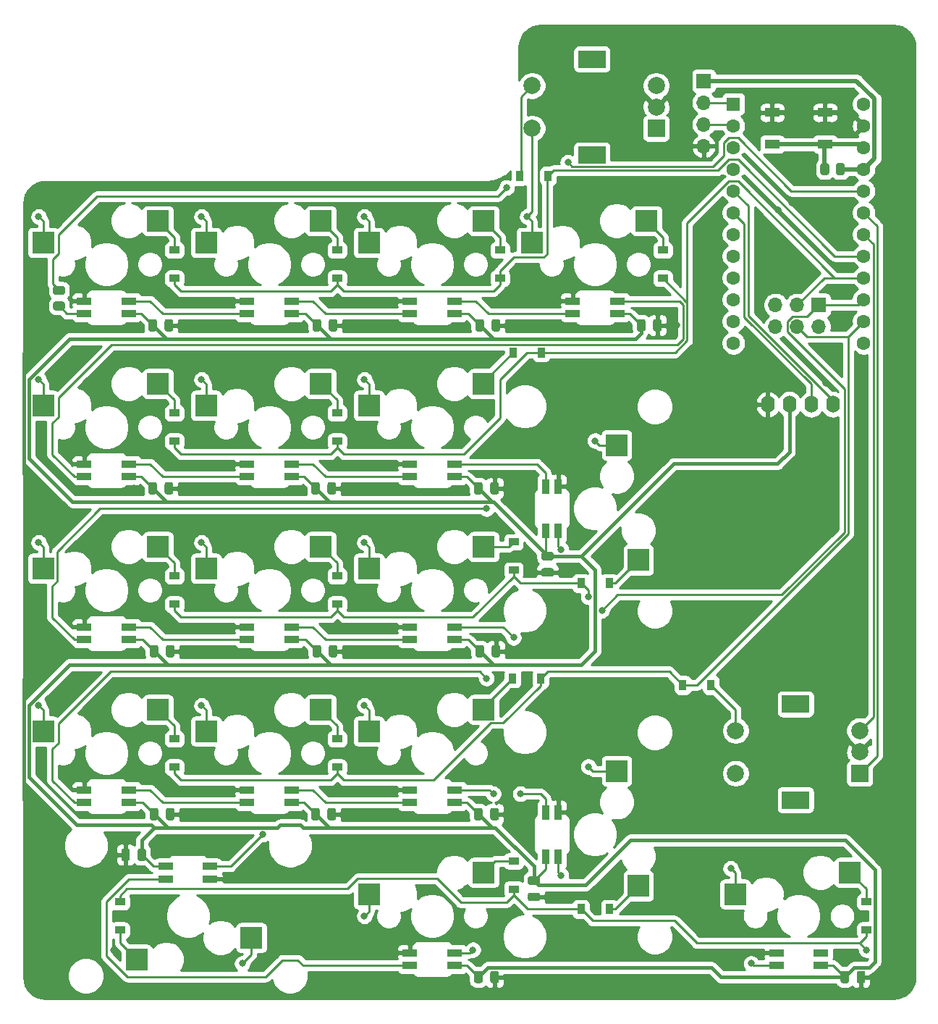
<source format=gbr>
%TF.GenerationSoftware,KiCad,Pcbnew,(5.1.10)-1*%
%TF.CreationDate,2021-11-21T17:13:44-05:00*%
%TF.ProjectId,numpad,6e756d70-6164-42e6-9b69-6361645f7063,rev?*%
%TF.SameCoordinates,Original*%
%TF.FileFunction,Copper,L2,Bot*%
%TF.FilePolarity,Positive*%
%FSLAX46Y46*%
G04 Gerber Fmt 4.6, Leading zero omitted, Abs format (unit mm)*
G04 Created by KiCad (PCBNEW (5.1.10)-1) date 2021-11-21 17:13:44*
%MOMM*%
%LPD*%
G01*
G04 APERTURE LIST*
%TA.AperFunction,SMDPad,CuDef*%
%ADD10R,0.900000X1.800000*%
%TD*%
%TA.AperFunction,SMDPad,CuDef*%
%ADD11R,2.500000X2.550000*%
%TD*%
%TA.AperFunction,SMDPad,CuDef*%
%ADD12R,1.800000X0.900000*%
%TD*%
%TA.AperFunction,SMDPad,CuDef*%
%ADD13R,2.550000X2.500000*%
%TD*%
%TA.AperFunction,SMDPad,CuDef*%
%ADD14R,0.900000X1.200000*%
%TD*%
%TA.AperFunction,ComponentPad*%
%ADD15C,1.600000*%
%TD*%
%TA.AperFunction,ComponentPad*%
%ADD16R,1.600000X1.600000*%
%TD*%
%TA.AperFunction,SMDPad,CuDef*%
%ADD17R,1.200000X0.900000*%
%TD*%
%TA.AperFunction,ComponentPad*%
%ADD18O,1.700000X1.700000*%
%TD*%
%TA.AperFunction,ComponentPad*%
%ADD19R,1.700000X1.700000*%
%TD*%
%TA.AperFunction,ComponentPad*%
%ADD20R,2.000000X2.000000*%
%TD*%
%TA.AperFunction,ComponentPad*%
%ADD21C,2.000000*%
%TD*%
%TA.AperFunction,ComponentPad*%
%ADD22R,3.200000X2.000000*%
%TD*%
%TA.AperFunction,ComponentPad*%
%ADD23O,1.600000X2.000000*%
%TD*%
%TA.AperFunction,SMDPad,CuDef*%
%ADD24R,1.800000X1.100000*%
%TD*%
%TA.AperFunction,ViaPad*%
%ADD25C,0.800000*%
%TD*%
%TA.AperFunction,Conductor*%
%ADD26C,0.250000*%
%TD*%
%TA.AperFunction,Conductor*%
%ADD27C,0.508000*%
%TD*%
%TA.AperFunction,Conductor*%
%ADD28C,0.381000*%
%TD*%
%TA.AperFunction,Conductor*%
%ADD29C,0.254000*%
%TD*%
%TA.AperFunction,Conductor*%
%ADD30C,0.100000*%
%TD*%
G04 APERTURE END LIST*
D10*
%TO.P,MX17,6*%
%TO.N,+5V*%
X140240800Y-158165200D03*
%TO.P,MX17,5*%
%TO.N,Net-(MX17-Pad5)*%
X141740800Y-158165200D03*
%TO.P,MX17,4*%
%TO.N,Net-(MX16-Pad5)*%
X140240800Y-152965200D03*
%TO.P,MX17,3*%
%TO.N,GND*%
X141740800Y-152965200D03*
D11*
%TO.P,MX17,2*%
%TO.N,Net-(D17-Pad2)*%
X151120800Y-161580200D03*
%TO.P,MX17,1*%
%TO.N,COL2*%
X148580800Y-148155200D03*
%TD*%
D10*
%TO.P,MX11,6*%
%TO.N,+5V*%
X140240800Y-120067600D03*
%TO.P,MX11,5*%
%TO.N,DOUT3*%
X141740800Y-120067600D03*
%TO.P,MX11,4*%
%TO.N,DOUT2*%
X140240800Y-114867600D03*
%TO.P,MX11,3*%
%TO.N,GND*%
X141740800Y-114867600D03*
D11*
%TO.P,MX11,2*%
%TO.N,Net-(D11-Pad2)*%
X151120800Y-123482600D03*
%TO.P,MX11,1*%
%TO.N,COL3*%
X148580800Y-110057600D03*
%TD*%
D12*
%TO.P,MX15,6*%
%TO.N,+5V*%
X95818800Y-159289600D03*
%TO.P,MX15,5*%
%TO.N,Net-(MX15-Pad5)*%
X95818800Y-160789600D03*
%TO.P,MX15,4*%
%TO.N,DOUT5*%
X101018800Y-159289600D03*
%TO.P,MX15,3*%
%TO.N,GND*%
X101018800Y-160789600D03*
D13*
%TO.P,MX15,2*%
%TO.N,Net-(D15-Pad2)*%
X92403800Y-170169600D03*
%TO.P,MX15,1*%
%TO.N,COL0*%
X105828800Y-167629600D03*
%TD*%
D14*
%TO.P,D6,2*%
%TO.N,Net-(D6-Pad2)*%
X136453800Y-99212500D03*
%TO.P,D6,1*%
%TO.N,ROW1*%
X139753800Y-99212500D03*
%TD*%
D15*
%TO.P,U1,24*%
%TO.N,Net-(U1-Pad24)*%
X177471800Y-70162200D03*
%TO.P,U1,23*%
%TO.N,GND*%
X177471800Y-72702200D03*
%TO.P,U1,22*%
%TO.N,RST*%
X177471800Y-75242200D03*
%TO.P,U1,21*%
%TO.N,+5V*%
X177471800Y-77782200D03*
%TO.P,U1,20*%
%TO.N,BKL_DATA_IN*%
X177471800Y-80322200D03*
%TO.P,U1,19*%
%TO.N,ENC_A2*%
X177471800Y-82862200D03*
%TO.P,U1,18*%
%TO.N,ENC_B2*%
X177471800Y-85402200D03*
%TO.P,U1,17*%
%TO.N,ROW0*%
X177471800Y-87942200D03*
%TO.P,U1,16*%
%TO.N,ROW1*%
X177471800Y-90482200D03*
%TO.P,U1,15*%
%TO.N,MISO*%
X177471800Y-93022200D03*
%TO.P,U1,14*%
%TO.N,MOSI*%
X177471800Y-95562200D03*
%TO.P,U1,13*%
%TO.N,ROW4*%
X177471800Y-98102200D03*
%TO.P,U1,12*%
%TO.N,COL3*%
X162231800Y-98102200D03*
%TO.P,U1,11*%
%TO.N,COL2*%
X162231800Y-95562200D03*
%TO.P,U1,10*%
%TO.N,COL1*%
X162231800Y-93022200D03*
%TO.P,U1,9*%
%TO.N,ENC_B1*%
X162231800Y-90482200D03*
%TO.P,U1,8*%
%TO.N,COL0*%
X162231800Y-87942200D03*
%TO.P,U1,7*%
%TO.N,ENC_A1*%
X162231800Y-85402200D03*
%TO.P,U1,6*%
%TO.N,SCL*%
X162231800Y-82862200D03*
%TO.P,U1,5*%
%TO.N,SDA*%
X162231800Y-80322200D03*
%TO.P,U1,4*%
%TO.N,GND*%
X162231800Y-77782200D03*
%TO.P,U1,3*%
X162231800Y-75242200D03*
%TO.P,U1,2*%
%TO.N,RX*%
X162231800Y-72702200D03*
D16*
%TO.P,U1,1*%
%TO.N,TX*%
X162231800Y-70162200D03*
%TD*%
D12*
%TO.P,MX18,6*%
%TO.N,+5V*%
X172451800Y-170889600D03*
%TO.P,MX18,5*%
%TO.N,Net-(MX18-Pad5)*%
X172451800Y-169389600D03*
%TO.P,MX18,4*%
%TO.N,Net-(MX17-Pad5)*%
X167251800Y-170889600D03*
%TO.P,MX18,3*%
%TO.N,GND*%
X167251800Y-169389600D03*
D13*
%TO.P,MX18,2*%
%TO.N,Net-(D18-Pad2)*%
X175866800Y-160009600D03*
%TO.P,MX18,1*%
%TO.N,COL3*%
X162441800Y-162549600D03*
%TD*%
D12*
%TO.P,MX16,6*%
%TO.N,+5V*%
X129592000Y-170889600D03*
%TO.P,MX16,5*%
%TO.N,Net-(MX16-Pad5)*%
X129592000Y-169389600D03*
%TO.P,MX16,4*%
%TO.N,Net-(MX15-Pad5)*%
X124392000Y-170889600D03*
%TO.P,MX16,3*%
%TO.N,GND*%
X124392000Y-169389600D03*
D13*
%TO.P,MX16,2*%
%TO.N,Net-(D16-Pad2)*%
X133007000Y-160009600D03*
%TO.P,MX16,1*%
%TO.N,COL1*%
X119582000Y-162549600D03*
%TD*%
D12*
%TO.P,MX10,6*%
%TO.N,+5V*%
X129592000Y-132792000D03*
%TO.P,MX10,5*%
%TO.N,DOUT4*%
X129592000Y-131292000D03*
%TO.P,MX10,4*%
%TO.N,Net-(MX10-Pad4)*%
X124392000Y-132792000D03*
%TO.P,MX10,3*%
%TO.N,GND*%
X124392000Y-131292000D03*
D13*
%TO.P,MX10,2*%
%TO.N,Net-(D10-Pad2)*%
X133007000Y-121912000D03*
%TO.P,MX10,1*%
%TO.N,COL2*%
X119582000Y-124452000D03*
%TD*%
D12*
%TO.P,MX9,6*%
%TO.N,+5V*%
X110543200Y-132792000D03*
%TO.P,MX9,5*%
%TO.N,Net-(MX10-Pad4)*%
X110543200Y-131292000D03*
%TO.P,MX9,4*%
%TO.N,Net-(MX8-Pad5)*%
X105343200Y-132792000D03*
%TO.P,MX9,3*%
%TO.N,GND*%
X105343200Y-131292000D03*
D13*
%TO.P,MX9,2*%
%TO.N,Net-(D9-Pad2)*%
X113958200Y-121912000D03*
%TO.P,MX9,1*%
%TO.N,COL1*%
X100533200Y-124452000D03*
%TD*%
D12*
%TO.P,MX8,6*%
%TO.N,+5V*%
X91494400Y-132792000D03*
%TO.P,MX8,5*%
%TO.N,Net-(MX8-Pad5)*%
X91494400Y-131292000D03*
%TO.P,MX8,4*%
%TO.N,DOUT3*%
X86294400Y-132792000D03*
%TO.P,MX8,3*%
%TO.N,GND*%
X86294400Y-131292000D03*
D13*
%TO.P,MX8,2*%
%TO.N,Net-(D8-Pad2)*%
X94909400Y-121912000D03*
%TO.P,MX8,1*%
%TO.N,COL0*%
X81484400Y-124452000D03*
%TD*%
D12*
%TO.P,MX7,6*%
%TO.N,+5V*%
X148640800Y-94694400D03*
%TO.P,MX7,5*%
%TO.N,DOUT1*%
X148640800Y-93194400D03*
%TO.P,MX7,4*%
%TO.N,DOUT0*%
X143440800Y-94694400D03*
%TO.P,MX7,3*%
%TO.N,GND*%
X143440800Y-93194400D03*
D13*
%TO.P,MX7,2*%
%TO.N,Net-(D7-Pad2)*%
X152055800Y-83814400D03*
%TO.P,MX7,1*%
%TO.N,COL3*%
X138630800Y-86354400D03*
%TD*%
D12*
%TO.P,MX3,6*%
%TO.N,+5V*%
X129592000Y-94694400D03*
%TO.P,MX3,5*%
%TO.N,DOUT0*%
X129592000Y-93194400D03*
%TO.P,MX3,4*%
%TO.N,Net-(MX2-Pad5)*%
X124392000Y-94694400D03*
%TO.P,MX3,3*%
%TO.N,GND*%
X124392000Y-93194400D03*
D13*
%TO.P,MX3,2*%
%TO.N,Net-(D3-Pad2)*%
X133007000Y-83814400D03*
%TO.P,MX3,1*%
%TO.N,COL2*%
X119582000Y-86354400D03*
%TD*%
D12*
%TO.P,MX2,6*%
%TO.N,+5V*%
X110543200Y-94694400D03*
%TO.P,MX2,5*%
%TO.N,Net-(MX2-Pad5)*%
X110543200Y-93194400D03*
%TO.P,MX2,4*%
%TO.N,Net-(MX1-Pad5)*%
X105343200Y-94694400D03*
%TO.P,MX2,3*%
%TO.N,GND*%
X105343200Y-93194400D03*
D13*
%TO.P,MX2,2*%
%TO.N,Net-(D2-Pad2)*%
X113958200Y-83814400D03*
%TO.P,MX2,1*%
%TO.N,COL1*%
X100533200Y-86354400D03*
%TD*%
D12*
%TO.P,MX1,6*%
%TO.N,+5V*%
X91494400Y-94694400D03*
%TO.P,MX1,5*%
%TO.N,Net-(MX1-Pad5)*%
X91494400Y-93194400D03*
%TO.P,MX1,4*%
%TO.N,Net-(MX1-Pad4)*%
X86294400Y-94694400D03*
%TO.P,MX1,3*%
%TO.N,GND*%
X86294400Y-93194400D03*
D13*
%TO.P,MX1,2*%
%TO.N,Net-(D1-Pad2)*%
X94909400Y-83814400D03*
%TO.P,MX1,1*%
%TO.N,COL0*%
X81484400Y-86354400D03*
%TD*%
D14*
%TO.P,RD2,2*%
%TO.N,Net-(RD2-Pad2)*%
X159596300Y-138103800D03*
%TO.P,RD2,1*%
%TO.N,MOSI*%
X156296300Y-138103800D03*
%TD*%
%TO.P,RD1,2*%
%TO.N,Net-(RD1-Pad2)*%
X137247500Y-78576300D03*
%TO.P,RD1,1*%
%TO.N,ROW0*%
X140547500Y-78576300D03*
%TD*%
%TO.P,LC11,2*%
%TO.N,GND*%
%TA.AperFunction,SMDPad,CuDef*%
G36*
G01*
X140009900Y-124423500D02*
X140959900Y-124423500D01*
G75*
G02*
X141209900Y-124673500I0J-250000D01*
G01*
X141209900Y-125173500D01*
G75*
G02*
X140959900Y-125423500I-250000J0D01*
G01*
X140009900Y-125423500D01*
G75*
G02*
X139759900Y-125173500I0J250000D01*
G01*
X139759900Y-124673500D01*
G75*
G02*
X140009900Y-124423500I250000J0D01*
G01*
G37*
%TD.AperFunction*%
%TO.P,LC11,1*%
%TO.N,+5V*%
%TA.AperFunction,SMDPad,CuDef*%
G36*
G01*
X140009900Y-122523500D02*
X140959900Y-122523500D01*
G75*
G02*
X141209900Y-122773500I0J-250000D01*
G01*
X141209900Y-123273500D01*
G75*
G02*
X140959900Y-123523500I-250000J0D01*
G01*
X140009900Y-123523500D01*
G75*
G02*
X139759900Y-123273500I0J250000D01*
G01*
X139759900Y-122773500D01*
G75*
G02*
X140009900Y-122523500I250000J0D01*
G01*
G37*
%TD.AperFunction*%
%TD*%
%TO.P,D11,2*%
%TO.N,Net-(D11-Pad2)*%
X147690800Y-126198300D03*
%TO.P,D11,1*%
%TO.N,MISO*%
X144390800Y-126198300D03*
%TD*%
D12*
%TO.P,MX4,6*%
%TO.N,+5V*%
X91494400Y-113743200D03*
%TO.P,MX4,5*%
%TO.N,Net-(MX4-Pad5)*%
X91494400Y-112243200D03*
%TO.P,MX4,4*%
%TO.N,DOUT1*%
X86294400Y-113743200D03*
%TO.P,MX4,3*%
%TO.N,GND*%
X86294400Y-112243200D03*
D13*
%TO.P,MX4,2*%
%TO.N,Net-(D4-Pad2)*%
X94909400Y-102863200D03*
%TO.P,MX4,1*%
%TO.N,COL0*%
X81484400Y-105403200D03*
%TD*%
%TO.P,LC16,2*%
%TO.N,GND*%
%TA.AperFunction,SMDPad,CuDef*%
G36*
G01*
X133791600Y-172707900D02*
X133791600Y-171757900D01*
G75*
G02*
X134041600Y-171507900I250000J0D01*
G01*
X134541600Y-171507900D01*
G75*
G02*
X134791600Y-171757900I0J-250000D01*
G01*
X134791600Y-172707900D01*
G75*
G02*
X134541600Y-172957900I-250000J0D01*
G01*
X134041600Y-172957900D01*
G75*
G02*
X133791600Y-172707900I0J250000D01*
G01*
G37*
%TD.AperFunction*%
%TO.P,LC16,1*%
%TO.N,+5V*%
%TA.AperFunction,SMDPad,CuDef*%
G36*
G01*
X131891600Y-172707900D02*
X131891600Y-171757900D01*
G75*
G02*
X132141600Y-171507900I250000J0D01*
G01*
X132641600Y-171507900D01*
G75*
G02*
X132891600Y-171757900I0J-250000D01*
G01*
X132891600Y-172707900D01*
G75*
G02*
X132641600Y-172957900I-250000J0D01*
G01*
X132141600Y-172957900D01*
G75*
G02*
X131891600Y-172707900I0J250000D01*
G01*
G37*
%TD.AperFunction*%
%TD*%
D17*
%TO.P,D16,2*%
%TO.N,Net-(D16-Pad2)*%
X136516400Y-158677400D03*
%TO.P,D16,1*%
%TO.N,ROW4*%
X136516400Y-161977400D03*
%TD*%
%TO.P,LC18,2*%
%TO.N,GND*%
%TA.AperFunction,SMDPad,CuDef*%
G36*
G01*
X176651400Y-172707900D02*
X176651400Y-171757900D01*
G75*
G02*
X176901400Y-171507900I250000J0D01*
G01*
X177401400Y-171507900D01*
G75*
G02*
X177651400Y-171757900I0J-250000D01*
G01*
X177651400Y-172707900D01*
G75*
G02*
X177401400Y-172957900I-250000J0D01*
G01*
X176901400Y-172957900D01*
G75*
G02*
X176651400Y-172707900I0J250000D01*
G01*
G37*
%TD.AperFunction*%
%TO.P,LC18,1*%
%TO.N,+5V*%
%TA.AperFunction,SMDPad,CuDef*%
G36*
G01*
X174751400Y-172707900D02*
X174751400Y-171757900D01*
G75*
G02*
X175001400Y-171507900I250000J0D01*
G01*
X175501400Y-171507900D01*
G75*
G02*
X175751400Y-171757900I0J-250000D01*
G01*
X175751400Y-172707900D01*
G75*
G02*
X175501400Y-172957900I-250000J0D01*
G01*
X175001400Y-172957900D01*
G75*
G02*
X174751400Y-172707900I0J250000D01*
G01*
G37*
%TD.AperFunction*%
%TD*%
%TO.P,D18,2*%
%TO.N,Net-(D18-Pad2)*%
X177788800Y-163439600D03*
%TO.P,D18,1*%
%TO.N,ROW4*%
X177788800Y-166739600D03*
%TD*%
%TO.P,LC17,2*%
%TO.N,GND*%
%TA.AperFunction,SMDPad,CuDef*%
G36*
G01*
X138422500Y-162364800D02*
X139372500Y-162364800D01*
G75*
G02*
X139622500Y-162614800I0J-250000D01*
G01*
X139622500Y-163114800D01*
G75*
G02*
X139372500Y-163364800I-250000J0D01*
G01*
X138422500Y-163364800D01*
G75*
G02*
X138172500Y-163114800I0J250000D01*
G01*
X138172500Y-162614800D01*
G75*
G02*
X138422500Y-162364800I250000J0D01*
G01*
G37*
%TD.AperFunction*%
%TO.P,LC17,1*%
%TO.N,+5V*%
%TA.AperFunction,SMDPad,CuDef*%
G36*
G01*
X138422500Y-160464800D02*
X139372500Y-160464800D01*
G75*
G02*
X139622500Y-160714800I0J-250000D01*
G01*
X139622500Y-161214800D01*
G75*
G02*
X139372500Y-161464800I-250000J0D01*
G01*
X138422500Y-161464800D01*
G75*
G02*
X138172500Y-161214800I0J250000D01*
G01*
X138172500Y-160714800D01*
G75*
G02*
X138422500Y-160464800I250000J0D01*
G01*
G37*
%TD.AperFunction*%
%TD*%
%TO.P,LC10,2*%
%TO.N,GND*%
%TA.AperFunction,SMDPad,CuDef*%
G36*
G01*
X133947900Y-134610300D02*
X133947900Y-133660300D01*
G75*
G02*
X134197900Y-133410300I250000J0D01*
G01*
X134697900Y-133410300D01*
G75*
G02*
X134947900Y-133660300I0J-250000D01*
G01*
X134947900Y-134610300D01*
G75*
G02*
X134697900Y-134860300I-250000J0D01*
G01*
X134197900Y-134860300D01*
G75*
G02*
X133947900Y-134610300I0J250000D01*
G01*
G37*
%TD.AperFunction*%
%TO.P,LC10,1*%
%TO.N,+5V*%
%TA.AperFunction,SMDPad,CuDef*%
G36*
G01*
X132047900Y-134610300D02*
X132047900Y-133660300D01*
G75*
G02*
X132297900Y-133410300I250000J0D01*
G01*
X132797900Y-133410300D01*
G75*
G02*
X133047900Y-133660300I0J-250000D01*
G01*
X133047900Y-134610300D01*
G75*
G02*
X132797900Y-134860300I-250000J0D01*
G01*
X132297900Y-134860300D01*
G75*
G02*
X132047900Y-134610300I0J250000D01*
G01*
G37*
%TD.AperFunction*%
%TD*%
%TO.P,LC9,2*%
%TO.N,GND*%
%TA.AperFunction,SMDPad,CuDef*%
G36*
G01*
X114899100Y-134610300D02*
X114899100Y-133660300D01*
G75*
G02*
X115149100Y-133410300I250000J0D01*
G01*
X115649100Y-133410300D01*
G75*
G02*
X115899100Y-133660300I0J-250000D01*
G01*
X115899100Y-134610300D01*
G75*
G02*
X115649100Y-134860300I-250000J0D01*
G01*
X115149100Y-134860300D01*
G75*
G02*
X114899100Y-134610300I0J250000D01*
G01*
G37*
%TD.AperFunction*%
%TO.P,LC9,1*%
%TO.N,+5V*%
%TA.AperFunction,SMDPad,CuDef*%
G36*
G01*
X112999100Y-134610300D02*
X112999100Y-133660300D01*
G75*
G02*
X113249100Y-133410300I250000J0D01*
G01*
X113749100Y-133410300D01*
G75*
G02*
X113999100Y-133660300I0J-250000D01*
G01*
X113999100Y-134610300D01*
G75*
G02*
X113749100Y-134860300I-250000J0D01*
G01*
X113249100Y-134860300D01*
G75*
G02*
X112999100Y-134610300I0J250000D01*
G01*
G37*
%TD.AperFunction*%
%TD*%
%TO.P,LC4,2*%
%TO.N,GND*%
%TA.AperFunction,SMDPad,CuDef*%
G36*
G01*
X95694000Y-115561500D02*
X95694000Y-114611500D01*
G75*
G02*
X95944000Y-114361500I250000J0D01*
G01*
X96444000Y-114361500D01*
G75*
G02*
X96694000Y-114611500I0J-250000D01*
G01*
X96694000Y-115561500D01*
G75*
G02*
X96444000Y-115811500I-250000J0D01*
G01*
X95944000Y-115811500D01*
G75*
G02*
X95694000Y-115561500I0J250000D01*
G01*
G37*
%TD.AperFunction*%
%TO.P,LC4,1*%
%TO.N,+5V*%
%TA.AperFunction,SMDPad,CuDef*%
G36*
G01*
X93794000Y-115561500D02*
X93794000Y-114611500D01*
G75*
G02*
X94044000Y-114361500I250000J0D01*
G01*
X94544000Y-114361500D01*
G75*
G02*
X94794000Y-114611500I0J-250000D01*
G01*
X94794000Y-115561500D01*
G75*
G02*
X94544000Y-115811500I-250000J0D01*
G01*
X94044000Y-115811500D01*
G75*
G02*
X93794000Y-115561500I0J250000D01*
G01*
G37*
%TD.AperFunction*%
%TD*%
%TO.P,LC3,2*%
%TO.N,GND*%
%TA.AperFunction,SMDPad,CuDef*%
G36*
G01*
X133947900Y-96512700D02*
X133947900Y-95562700D01*
G75*
G02*
X134197900Y-95312700I250000J0D01*
G01*
X134697900Y-95312700D01*
G75*
G02*
X134947900Y-95562700I0J-250000D01*
G01*
X134947900Y-96512700D01*
G75*
G02*
X134697900Y-96762700I-250000J0D01*
G01*
X134197900Y-96762700D01*
G75*
G02*
X133947900Y-96512700I0J250000D01*
G01*
G37*
%TD.AperFunction*%
%TO.P,LC3,1*%
%TO.N,+5V*%
%TA.AperFunction,SMDPad,CuDef*%
G36*
G01*
X132047900Y-96512700D02*
X132047900Y-95562700D01*
G75*
G02*
X132297900Y-95312700I250000J0D01*
G01*
X132797900Y-95312700D01*
G75*
G02*
X133047900Y-95562700I0J-250000D01*
G01*
X133047900Y-96512700D01*
G75*
G02*
X132797900Y-96762700I-250000J0D01*
G01*
X132297900Y-96762700D01*
G75*
G02*
X132047900Y-96512700I0J250000D01*
G01*
G37*
%TD.AperFunction*%
%TD*%
%TO.P,LC2,2*%
%TO.N,GND*%
%TA.AperFunction,SMDPad,CuDef*%
G36*
G01*
X114899100Y-96512700D02*
X114899100Y-95562700D01*
G75*
G02*
X115149100Y-95312700I250000J0D01*
G01*
X115649100Y-95312700D01*
G75*
G02*
X115899100Y-95562700I0J-250000D01*
G01*
X115899100Y-96512700D01*
G75*
G02*
X115649100Y-96762700I-250000J0D01*
G01*
X115149100Y-96762700D01*
G75*
G02*
X114899100Y-96512700I0J250000D01*
G01*
G37*
%TD.AperFunction*%
%TO.P,LC2,1*%
%TO.N,+5V*%
%TA.AperFunction,SMDPad,CuDef*%
G36*
G01*
X112999100Y-96512700D02*
X112999100Y-95562700D01*
G75*
G02*
X113249100Y-95312700I250000J0D01*
G01*
X113749100Y-95312700D01*
G75*
G02*
X113999100Y-95562700I0J-250000D01*
G01*
X113999100Y-96512700D01*
G75*
G02*
X113749100Y-96762700I-250000J0D01*
G01*
X113249100Y-96762700D01*
G75*
G02*
X112999100Y-96512700I0J250000D01*
G01*
G37*
%TD.AperFunction*%
%TD*%
D14*
%TO.P,D17,2*%
%TO.N,Net-(D17-Pad2)*%
X147690800Y-164295900D03*
%TO.P,D17,1*%
%TO.N,ROW4*%
X144390800Y-164295900D03*
%TD*%
D17*
%TO.P,D10,2*%
%TO.N,Net-(D10-Pad2)*%
X136516400Y-121373500D03*
%TO.P,D10,1*%
%TO.N,MISO*%
X136516400Y-124673500D03*
%TD*%
%TO.P,D9,2*%
%TO.N,Net-(D9-Pad2)*%
X115880200Y-125342000D03*
%TO.P,D9,1*%
%TO.N,MISO*%
X115880200Y-128642000D03*
%TD*%
%TO.P,D4,2*%
%TO.N,Net-(D4-Pad2)*%
X96831400Y-106293200D03*
%TO.P,D4,1*%
%TO.N,ROW1*%
X96831400Y-109593200D03*
%TD*%
%TO.P,D3,2*%
%TO.N,Net-(D3-Pad2)*%
X134929000Y-87244400D03*
%TO.P,D3,1*%
%TO.N,ROW0*%
X134929000Y-90544400D03*
%TD*%
%TO.P,D2,2*%
%TO.N,Net-(D2-Pad2)*%
X115880200Y-87244400D03*
%TO.P,D2,1*%
%TO.N,ROW0*%
X115880200Y-90544400D03*
%TD*%
D12*
%TO.P,MX14,6*%
%TO.N,+5V*%
X129592000Y-151840800D03*
%TO.P,MX14,5*%
%TO.N,DOUT5*%
X129592000Y-150340800D03*
%TO.P,MX14,4*%
%TO.N,Net-(MX13-Pad5)*%
X124392000Y-151840800D03*
%TO.P,MX14,3*%
%TO.N,GND*%
X124392000Y-150340800D03*
D13*
%TO.P,MX14,2*%
%TO.N,Net-(D14-Pad2)*%
X133007000Y-140960800D03*
%TO.P,MX14,1*%
%TO.N,COL2*%
X119582000Y-143500800D03*
%TD*%
D12*
%TO.P,MX13,6*%
%TO.N,+5V*%
X110543200Y-151840800D03*
%TO.P,MX13,5*%
%TO.N,Net-(MX13-Pad5)*%
X110543200Y-150340800D03*
%TO.P,MX13,4*%
%TO.N,Net-(MX12-Pad5)*%
X105343200Y-151840800D03*
%TO.P,MX13,3*%
%TO.N,GND*%
X105343200Y-150340800D03*
D13*
%TO.P,MX13,2*%
%TO.N,Net-(D13-Pad2)*%
X113958200Y-140960800D03*
%TO.P,MX13,1*%
%TO.N,COL1*%
X100533200Y-143500800D03*
%TD*%
D12*
%TO.P,MX12,6*%
%TO.N,+5V*%
X91494400Y-151840800D03*
%TO.P,MX12,5*%
%TO.N,Net-(MX12-Pad5)*%
X91494400Y-150340800D03*
%TO.P,MX12,4*%
%TO.N,DOUT4*%
X86294400Y-151840800D03*
%TO.P,MX12,3*%
%TO.N,GND*%
X86294400Y-150340800D03*
D13*
%TO.P,MX12,2*%
%TO.N,Net-(D12-Pad2)*%
X94909400Y-140960800D03*
%TO.P,MX12,1*%
%TO.N,COL0*%
X81484400Y-143500800D03*
%TD*%
D12*
%TO.P,MX6,6*%
%TO.N,+5V*%
X129592000Y-113743200D03*
%TO.P,MX6,5*%
%TO.N,DOUT2*%
X129592000Y-112243200D03*
%TO.P,MX6,4*%
%TO.N,Net-(MX5-Pad5)*%
X124392000Y-113743200D03*
%TO.P,MX6,3*%
%TO.N,GND*%
X124392000Y-112243200D03*
D13*
%TO.P,MX6,2*%
%TO.N,Net-(D6-Pad2)*%
X133007000Y-102863200D03*
%TO.P,MX6,1*%
%TO.N,COL2*%
X119582000Y-105403200D03*
%TD*%
D12*
%TO.P,MX5,6*%
%TO.N,+5V*%
X110543200Y-113743200D03*
%TO.P,MX5,5*%
%TO.N,Net-(MX5-Pad5)*%
X110543200Y-112243200D03*
%TO.P,MX5,4*%
%TO.N,Net-(MX4-Pad5)*%
X105343200Y-113743200D03*
%TO.P,MX5,3*%
%TO.N,GND*%
X105343200Y-112243200D03*
D13*
%TO.P,MX5,2*%
%TO.N,Net-(D5-Pad2)*%
X113958200Y-102863200D03*
%TO.P,MX5,1*%
%TO.N,COL1*%
X100533200Y-105403200D03*
%TD*%
D18*
%TO.P,J2,4*%
%TO.N,GND*%
X158740000Y-75084500D03*
%TO.P,J2,3*%
%TO.N,RX*%
X158740000Y-72544500D03*
%TO.P,J2,2*%
%TO.N,TX*%
X158740000Y-70004500D03*
D19*
%TO.P,J2,1*%
%TO.N,+5V*%
X158740000Y-67464500D03*
%TD*%
D18*
%TO.P,J1,6*%
%TO.N,GND*%
X167152900Y-96196600D03*
%TO.P,J1,5*%
%TO.N,RST*%
X167152900Y-93656600D03*
%TO.P,J1,4*%
%TO.N,MOSI*%
X169692900Y-96196600D03*
%TO.P,J1,3*%
%TO.N,ROW1*%
X169692900Y-93656600D03*
%TO.P,J1,2*%
%TO.N,+5V*%
X172232900Y-96196600D03*
D19*
%TO.P,J1,1*%
%TO.N,MISO*%
X172232900Y-93656600D03*
%TD*%
D20*
%TO.P,ROT2,A*%
%TO.N,ENC_A2*%
X176995100Y-148421900D03*
D21*
%TO.P,ROT2,C*%
%TO.N,GND*%
X176995100Y-145921900D03*
%TO.P,ROT2,B*%
%TO.N,ENC_B2*%
X176995100Y-143421900D03*
D22*
%TO.P,ROT2,MP*%
%TO.N,N/C*%
X169495100Y-151521900D03*
X169495100Y-140321900D03*
D21*
%TO.P,ROT2,S2*%
%TO.N,COL3*%
X162495100Y-148421900D03*
%TO.P,ROT2,S1*%
%TO.N,Net-(RD2-Pad2)*%
X162495100Y-143421900D03*
%TD*%
D20*
%TO.P,ROT1,A*%
%TO.N,ENC_A1*%
X153184100Y-73020400D03*
D21*
%TO.P,ROT1,C*%
%TO.N,GND*%
X153184100Y-70520400D03*
%TO.P,ROT1,B*%
%TO.N,ENC_B1*%
X153184100Y-68020400D03*
D22*
%TO.P,ROT1,MP*%
%TO.N,N/C*%
X145684100Y-76120400D03*
X145684100Y-64920400D03*
D21*
%TO.P,ROT1,S2*%
%TO.N,COL3*%
X138684100Y-73020400D03*
%TO.P,ROT1,S1*%
%TO.N,Net-(RD1-Pad2)*%
X138684100Y-68020400D03*
%TD*%
D23*
%TO.P,OLED1,2*%
%TO.N,+5V*%
X168771800Y-105280200D03*
%TO.P,OLED1,1*%
%TO.N,GND*%
X166231800Y-105280200D03*
%TO.P,OLED1,3*%
%TO.N,SCL*%
X171311800Y-105280200D03*
%TO.P,OLED1,4*%
%TO.N,SDA*%
X173851800Y-105280200D03*
%TD*%
%TO.P,R1,2*%
%TO.N,BKL_DATA_IN*%
%TA.AperFunction,SMDPad,CuDef*%
G36*
G01*
X83788501Y-92462900D02*
X82888499Y-92462900D01*
G75*
G02*
X82638500Y-92212901I0J249999D01*
G01*
X82638500Y-91687899D01*
G75*
G02*
X82888499Y-91437900I249999J0D01*
G01*
X83788501Y-91437900D01*
G75*
G02*
X84038500Y-91687899I0J-249999D01*
G01*
X84038500Y-92212901D01*
G75*
G02*
X83788501Y-92462900I-249999J0D01*
G01*
G37*
%TD.AperFunction*%
%TO.P,R1,1*%
%TO.N,Net-(MX1-Pad4)*%
%TA.AperFunction,SMDPad,CuDef*%
G36*
G01*
X83788501Y-94287900D02*
X82888499Y-94287900D01*
G75*
G02*
X82638500Y-94037901I0J249999D01*
G01*
X82638500Y-93512899D01*
G75*
G02*
X82888499Y-93262900I249999J0D01*
G01*
X83788501Y-93262900D01*
G75*
G02*
X84038500Y-93512899I0J-249999D01*
G01*
X84038500Y-94037901D01*
G75*
G02*
X83788501Y-94287900I-249999J0D01*
G01*
G37*
%TD.AperFunction*%
%TD*%
%TO.P,LC15,2*%
%TO.N,GND*%
%TA.AperFunction,SMDPad,CuDef*%
G36*
G01*
X91619200Y-157471300D02*
X91619200Y-158421300D01*
G75*
G02*
X91369200Y-158671300I-250000J0D01*
G01*
X90869200Y-158671300D01*
G75*
G02*
X90619200Y-158421300I0J250000D01*
G01*
X90619200Y-157471300D01*
G75*
G02*
X90869200Y-157221300I250000J0D01*
G01*
X91369200Y-157221300D01*
G75*
G02*
X91619200Y-157471300I0J-250000D01*
G01*
G37*
%TD.AperFunction*%
%TO.P,LC15,1*%
%TO.N,+5V*%
%TA.AperFunction,SMDPad,CuDef*%
G36*
G01*
X93519200Y-157471300D02*
X93519200Y-158421300D01*
G75*
G02*
X93269200Y-158671300I-250000J0D01*
G01*
X92769200Y-158671300D01*
G75*
G02*
X92519200Y-158421300I0J250000D01*
G01*
X92519200Y-157471300D01*
G75*
G02*
X92769200Y-157221300I250000J0D01*
G01*
X93269200Y-157221300D01*
G75*
G02*
X93519200Y-157471300I0J-250000D01*
G01*
G37*
%TD.AperFunction*%
%TD*%
%TO.P,LC14,2*%
%TO.N,GND*%
%TA.AperFunction,SMDPad,CuDef*%
G36*
G01*
X133791600Y-153659100D02*
X133791600Y-152709100D01*
G75*
G02*
X134041600Y-152459100I250000J0D01*
G01*
X134541600Y-152459100D01*
G75*
G02*
X134791600Y-152709100I0J-250000D01*
G01*
X134791600Y-153659100D01*
G75*
G02*
X134541600Y-153909100I-250000J0D01*
G01*
X134041600Y-153909100D01*
G75*
G02*
X133791600Y-153659100I0J250000D01*
G01*
G37*
%TD.AperFunction*%
%TO.P,LC14,1*%
%TO.N,+5V*%
%TA.AperFunction,SMDPad,CuDef*%
G36*
G01*
X131891600Y-153659100D02*
X131891600Y-152709100D01*
G75*
G02*
X132141600Y-152459100I250000J0D01*
G01*
X132641600Y-152459100D01*
G75*
G02*
X132891600Y-152709100I0J-250000D01*
G01*
X132891600Y-153659100D01*
G75*
G02*
X132641600Y-153909100I-250000J0D01*
G01*
X132141600Y-153909100D01*
G75*
G02*
X131891600Y-153659100I0J250000D01*
G01*
G37*
%TD.AperFunction*%
%TD*%
%TO.P,LC13,2*%
%TO.N,GND*%
%TA.AperFunction,SMDPad,CuDef*%
G36*
G01*
X114742800Y-153659100D02*
X114742800Y-152709100D01*
G75*
G02*
X114992800Y-152459100I250000J0D01*
G01*
X115492800Y-152459100D01*
G75*
G02*
X115742800Y-152709100I0J-250000D01*
G01*
X115742800Y-153659100D01*
G75*
G02*
X115492800Y-153909100I-250000J0D01*
G01*
X114992800Y-153909100D01*
G75*
G02*
X114742800Y-153659100I0J250000D01*
G01*
G37*
%TD.AperFunction*%
%TO.P,LC13,1*%
%TO.N,+5V*%
%TA.AperFunction,SMDPad,CuDef*%
G36*
G01*
X112842800Y-153659100D02*
X112842800Y-152709100D01*
G75*
G02*
X113092800Y-152459100I250000J0D01*
G01*
X113592800Y-152459100D01*
G75*
G02*
X113842800Y-152709100I0J-250000D01*
G01*
X113842800Y-153659100D01*
G75*
G02*
X113592800Y-153909100I-250000J0D01*
G01*
X113092800Y-153909100D01*
G75*
G02*
X112842800Y-153659100I0J250000D01*
G01*
G37*
%TD.AperFunction*%
%TD*%
%TO.P,LC12,2*%
%TO.N,GND*%
%TA.AperFunction,SMDPad,CuDef*%
G36*
G01*
X95850300Y-153659100D02*
X95850300Y-152709100D01*
G75*
G02*
X96100300Y-152459100I250000J0D01*
G01*
X96600300Y-152459100D01*
G75*
G02*
X96850300Y-152709100I0J-250000D01*
G01*
X96850300Y-153659100D01*
G75*
G02*
X96600300Y-153909100I-250000J0D01*
G01*
X96100300Y-153909100D01*
G75*
G02*
X95850300Y-153659100I0J250000D01*
G01*
G37*
%TD.AperFunction*%
%TO.P,LC12,1*%
%TO.N,+5V*%
%TA.AperFunction,SMDPad,CuDef*%
G36*
G01*
X93950300Y-153659100D02*
X93950300Y-152709100D01*
G75*
G02*
X94200300Y-152459100I250000J0D01*
G01*
X94700300Y-152459100D01*
G75*
G02*
X94950300Y-152709100I0J-250000D01*
G01*
X94950300Y-153659100D01*
G75*
G02*
X94700300Y-153909100I-250000J0D01*
G01*
X94200300Y-153909100D01*
G75*
G02*
X93950300Y-153659100I0J250000D01*
G01*
G37*
%TD.AperFunction*%
%TD*%
%TO.P,LC8,2*%
%TO.N,GND*%
%TA.AperFunction,SMDPad,CuDef*%
G36*
G01*
X95850300Y-134610300D02*
X95850300Y-133660300D01*
G75*
G02*
X96100300Y-133410300I250000J0D01*
G01*
X96600300Y-133410300D01*
G75*
G02*
X96850300Y-133660300I0J-250000D01*
G01*
X96850300Y-134610300D01*
G75*
G02*
X96600300Y-134860300I-250000J0D01*
G01*
X96100300Y-134860300D01*
G75*
G02*
X95850300Y-134610300I0J250000D01*
G01*
G37*
%TD.AperFunction*%
%TO.P,LC8,1*%
%TO.N,+5V*%
%TA.AperFunction,SMDPad,CuDef*%
G36*
G01*
X93950300Y-134610300D02*
X93950300Y-133660300D01*
G75*
G02*
X94200300Y-133410300I250000J0D01*
G01*
X94700300Y-133410300D01*
G75*
G02*
X94950300Y-133660300I0J-250000D01*
G01*
X94950300Y-134610300D01*
G75*
G02*
X94700300Y-134860300I-250000J0D01*
G01*
X94200300Y-134860300D01*
G75*
G02*
X93950300Y-134610300I0J250000D01*
G01*
G37*
%TD.AperFunction*%
%TD*%
%TO.P,LC7,2*%
%TO.N,GND*%
%TA.AperFunction,SMDPad,CuDef*%
G36*
G01*
X152840400Y-96512700D02*
X152840400Y-95562700D01*
G75*
G02*
X153090400Y-95312700I250000J0D01*
G01*
X153590400Y-95312700D01*
G75*
G02*
X153840400Y-95562700I0J-250000D01*
G01*
X153840400Y-96512700D01*
G75*
G02*
X153590400Y-96762700I-250000J0D01*
G01*
X153090400Y-96762700D01*
G75*
G02*
X152840400Y-96512700I0J250000D01*
G01*
G37*
%TD.AperFunction*%
%TO.P,LC7,1*%
%TO.N,+5V*%
%TA.AperFunction,SMDPad,CuDef*%
G36*
G01*
X150940400Y-96512700D02*
X150940400Y-95562700D01*
G75*
G02*
X151190400Y-95312700I250000J0D01*
G01*
X151690400Y-95312700D01*
G75*
G02*
X151940400Y-95562700I0J-250000D01*
G01*
X151940400Y-96512700D01*
G75*
G02*
X151690400Y-96762700I-250000J0D01*
G01*
X151190400Y-96762700D01*
G75*
G02*
X150940400Y-96512700I0J250000D01*
G01*
G37*
%TD.AperFunction*%
%TD*%
%TO.P,LC6,2*%
%TO.N,GND*%
%TA.AperFunction,SMDPad,CuDef*%
G36*
G01*
X133791600Y-115561500D02*
X133791600Y-114611500D01*
G75*
G02*
X134041600Y-114361500I250000J0D01*
G01*
X134541600Y-114361500D01*
G75*
G02*
X134791600Y-114611500I0J-250000D01*
G01*
X134791600Y-115561500D01*
G75*
G02*
X134541600Y-115811500I-250000J0D01*
G01*
X134041600Y-115811500D01*
G75*
G02*
X133791600Y-115561500I0J250000D01*
G01*
G37*
%TD.AperFunction*%
%TO.P,LC6,1*%
%TO.N,+5V*%
%TA.AperFunction,SMDPad,CuDef*%
G36*
G01*
X131891600Y-115561500D02*
X131891600Y-114611500D01*
G75*
G02*
X132141600Y-114361500I250000J0D01*
G01*
X132641600Y-114361500D01*
G75*
G02*
X132891600Y-114611500I0J-250000D01*
G01*
X132891600Y-115561500D01*
G75*
G02*
X132641600Y-115811500I-250000J0D01*
G01*
X132141600Y-115811500D01*
G75*
G02*
X131891600Y-115561500I0J250000D01*
G01*
G37*
%TD.AperFunction*%
%TD*%
%TO.P,LC5,2*%
%TO.N,GND*%
%TA.AperFunction,SMDPad,CuDef*%
G36*
G01*
X114742800Y-115561500D02*
X114742800Y-114611500D01*
G75*
G02*
X114992800Y-114361500I250000J0D01*
G01*
X115492800Y-114361500D01*
G75*
G02*
X115742800Y-114611500I0J-250000D01*
G01*
X115742800Y-115561500D01*
G75*
G02*
X115492800Y-115811500I-250000J0D01*
G01*
X114992800Y-115811500D01*
G75*
G02*
X114742800Y-115561500I0J250000D01*
G01*
G37*
%TD.AperFunction*%
%TO.P,LC5,1*%
%TO.N,+5V*%
%TA.AperFunction,SMDPad,CuDef*%
G36*
G01*
X112842800Y-115561500D02*
X112842800Y-114611500D01*
G75*
G02*
X113092800Y-114361500I250000J0D01*
G01*
X113592800Y-114361500D01*
G75*
G02*
X113842800Y-114611500I0J-250000D01*
G01*
X113842800Y-115561500D01*
G75*
G02*
X113592800Y-115811500I-250000J0D01*
G01*
X113092800Y-115811500D01*
G75*
G02*
X112842800Y-115561500I0J250000D01*
G01*
G37*
%TD.AperFunction*%
%TD*%
%TO.P,LC1,2*%
%TO.N,GND*%
%TA.AperFunction,SMDPad,CuDef*%
G36*
G01*
X95694000Y-96512700D02*
X95694000Y-95562700D01*
G75*
G02*
X95944000Y-95312700I250000J0D01*
G01*
X96444000Y-95312700D01*
G75*
G02*
X96694000Y-95562700I0J-250000D01*
G01*
X96694000Y-96512700D01*
G75*
G02*
X96444000Y-96762700I-250000J0D01*
G01*
X95944000Y-96762700D01*
G75*
G02*
X95694000Y-96512700I0J250000D01*
G01*
G37*
%TD.AperFunction*%
%TO.P,LC1,1*%
%TO.N,+5V*%
%TA.AperFunction,SMDPad,CuDef*%
G36*
G01*
X93794000Y-96512700D02*
X93794000Y-95562700D01*
G75*
G02*
X94044000Y-95312700I250000J0D01*
G01*
X94544000Y-95312700D01*
G75*
G02*
X94794000Y-95562700I0J-250000D01*
G01*
X94794000Y-96512700D01*
G75*
G02*
X94544000Y-96762700I-250000J0D01*
G01*
X94044000Y-96762700D01*
G75*
G02*
X93794000Y-96512700I0J250000D01*
G01*
G37*
%TD.AperFunction*%
%TD*%
D17*
%TO.P,D15,2*%
%TO.N,Net-(D15-Pad2)*%
X90481800Y-166739600D03*
%TO.P,D15,1*%
%TO.N,ROW4*%
X90481800Y-163439600D03*
%TD*%
D14*
%TO.P,D14,2*%
%TO.N,Net-(D14-Pad2)*%
X136391200Y-137310100D03*
%TO.P,D14,1*%
%TO.N,MOSI*%
X139691200Y-137310100D03*
%TD*%
D17*
%TO.P,D13,2*%
%TO.N,Net-(D13-Pad2)*%
X115880200Y-144390800D03*
%TO.P,D13,1*%
%TO.N,MOSI*%
X115880200Y-147690800D03*
%TD*%
%TO.P,D12,2*%
%TO.N,Net-(D12-Pad2)*%
X96831400Y-144390800D03*
%TO.P,D12,1*%
%TO.N,MOSI*%
X96831400Y-147690800D03*
%TD*%
%TO.P,D8,2*%
%TO.N,Net-(D8-Pad2)*%
X96831400Y-125342000D03*
%TO.P,D8,1*%
%TO.N,MISO*%
X96831400Y-128642000D03*
%TD*%
%TO.P,D7,2*%
%TO.N,Net-(D7-Pad2)*%
X153977800Y-87244400D03*
%TO.P,D7,1*%
%TO.N,ROW1*%
X153977800Y-90544400D03*
%TD*%
%TO.P,D5,2*%
%TO.N,Net-(D5-Pad2)*%
X115880200Y-106293200D03*
%TO.P,D5,1*%
%TO.N,ROW1*%
X115880200Y-109593200D03*
%TD*%
%TO.P,D1,2*%
%TO.N,Net-(D1-Pad2)*%
X96831400Y-87244400D03*
%TO.P,D1,1*%
%TO.N,ROW0*%
X96831400Y-90544400D03*
%TD*%
D24*
%TO.P,SW1,1*%
%TO.N,RST*%
X172951800Y-74870400D03*
%TO.P,SW1,2*%
%TO.N,GND*%
X166751800Y-71170400D03*
X172951800Y-71170400D03*
%TO.P,SW1,1*%
%TO.N,RST*%
X166751800Y-74870400D03*
%TD*%
%TO.P,R2,2*%
%TO.N,RST*%
%TA.AperFunction,SMDPad,CuDef*%
G36*
G01*
X173420300Y-77332599D02*
X173420300Y-78232601D01*
G75*
G02*
X173170301Y-78482600I-249999J0D01*
G01*
X172645299Y-78482600D01*
G75*
G02*
X172395300Y-78232601I0J249999D01*
G01*
X172395300Y-77332599D01*
G75*
G02*
X172645299Y-77082600I249999J0D01*
G01*
X173170301Y-77082600D01*
G75*
G02*
X173420300Y-77332599I0J-249999D01*
G01*
G37*
%TD.AperFunction*%
%TO.P,R2,1*%
%TO.N,+5V*%
%TA.AperFunction,SMDPad,CuDef*%
G36*
G01*
X175245300Y-77332599D02*
X175245300Y-78232601D01*
G75*
G02*
X174995301Y-78482600I-249999J0D01*
G01*
X174470299Y-78482600D01*
G75*
G02*
X174220300Y-78232601I0J249999D01*
G01*
X174220300Y-77332599D01*
G75*
G02*
X174470299Y-77082600I249999J0D01*
G01*
X174995301Y-77082600D01*
G75*
G02*
X175245300Y-77332599I0J-249999D01*
G01*
G37*
%TD.AperFunction*%
%TD*%
D25*
%TO.N,MISO*%
X145247100Y-127785700D03*
X146834500Y-129373100D03*
%TO.N,GND*%
X85719600Y-90481800D03*
X82544800Y-96037700D03*
X82544800Y-116673900D03*
X82544800Y-134135300D03*
X82544800Y-154771500D03*
X120642400Y-169058100D03*
X138897500Y-149215600D03*
X120642400Y-153184100D03*
X122229800Y-150803000D03*
X103181000Y-150803000D03*
X84132200Y-149215600D03*
X98418800Y-153184100D03*
X117467600Y-153184100D03*
X126992000Y-173026600D03*
X155565200Y-161121100D03*
X160327400Y-165883300D03*
X142072300Y-162708500D03*
X137310100Y-134135300D03*
X117467600Y-134135300D03*
X122229800Y-131754200D03*
X103181000Y-131754200D03*
X84132200Y-130166800D03*
X84132200Y-111118000D03*
X103181000Y-112705400D03*
X122229800Y-112705400D03*
X98418800Y-115086500D03*
X117467600Y-115086500D03*
X98418800Y-96037700D03*
X117467600Y-96037700D03*
X136516400Y-96037700D03*
X141278600Y-93656600D03*
X122229800Y-93656600D03*
X103181000Y-93656600D03*
X98418800Y-134135300D03*
X176201400Y-169851800D03*
X155565200Y-96037700D03*
X106355800Y-160327400D03*
X155565200Y-123817200D03*
X84132200Y-138897500D03*
X92069200Y-115086500D03*
X84132200Y-100799900D03*
X84132200Y-82544800D03*
X169058100Y-81751100D03*
X167470700Y-82544800D03*
X169851800Y-77782600D03*
X173820300Y-83338500D03*
X155565200Y-76195200D03*
X155565200Y-132547900D03*
X134135300Y-129373100D03*
X173820300Y-99212500D03*
X103181000Y-156358900D03*
X130960500Y-161914800D03*
X147628200Y-122229800D03*
X145247100Y-120642400D03*
X136516400Y-139691200D03*
X135722700Y-83338500D03*
X175407700Y-96037700D03*
X173820300Y-92069200D03*
X169851800Y-118261300D03*
X173820300Y-131754200D03*
X159533700Y-103181000D03*
X144453400Y-103181000D03*
X142866000Y-69845600D03*
X169851800Y-72226700D03*
X181757300Y-98418800D03*
X181757300Y-135722700D03*
X181757300Y-116673900D03*
X181757300Y-155565200D03*
X155565200Y-150803000D03*
X142866000Y-140484900D03*
X123817200Y-146834500D03*
X168264400Y-87307000D03*
X92862900Y-153184100D03*
X89688100Y-169058100D03*
X132547900Y-151596700D03*
X136516400Y-115086500D03*
X173026600Y-102784150D03*
X93656600Y-167470700D03*
X155565200Y-169058100D03*
X80957400Y-80957400D03*
X181757300Y-62702300D03*
X158740000Y-63496000D03*
X181757300Y-80163700D03*
X181757300Y-173026600D03*
X80957400Y-173026600D03*
X146834500Y-173026600D03*
%TO.N,COL3*%
X161914800Y-159533700D03*
X138103800Y-83338500D03*
X146040800Y-109530600D03*
%TO.N,COL2*%
X119055000Y-83338500D03*
X119055000Y-102387300D03*
X119055000Y-121436100D03*
X119055000Y-140484900D03*
X145247100Y-147628200D03*
%TO.N,COL1*%
X100006200Y-140484900D03*
X100006200Y-121436100D03*
X100006200Y-102387300D03*
X100006200Y-83338500D03*
X119055000Y-165089600D03*
%TO.N,COL0*%
X80957400Y-83338500D03*
X80957400Y-102387300D03*
X80957400Y-121436100D03*
X80957400Y-140484900D03*
X104768400Y-170645500D03*
%TO.N,ROW4*%
X177788800Y-169058100D03*
%TO.N,Net-(MX16-Pad5)*%
X131754200Y-169058100D03*
X137310100Y-150803000D03*
%TO.N,Net-(MX17-Pad5)*%
X142072300Y-160327400D03*
X164295900Y-170645500D03*
%TO.N,BKL_DATA_IN*%
X142866000Y-76988900D03*
X135722700Y-79914371D03*
%TO.N,DOUT3*%
X133341600Y-117467600D03*
X142072300Y-122229800D03*
%TO.N,DOUT4*%
X133341600Y-137310100D03*
X136516400Y-132547900D03*
%TO.N,DOUT5*%
X107149500Y-155565200D03*
X134135300Y-150803000D03*
%TD*%
D26*
%TO.N,MISO*%
X96831400Y-128642000D02*
X96831400Y-129373100D01*
X96831400Y-129373100D02*
X97625100Y-130166800D01*
X97625100Y-130166800D02*
X115086500Y-130166800D01*
X115086500Y-130166800D02*
X115880200Y-129373100D01*
X115880200Y-129373100D02*
X115880200Y-128642000D01*
X115880200Y-129373100D02*
X116673900Y-130166800D01*
X144390800Y-126198300D02*
X137310100Y-126198300D01*
X136516400Y-125404600D02*
X136516400Y-124673500D01*
X137310100Y-126198300D02*
X136516400Y-125404600D01*
X131754200Y-130166800D02*
X136516400Y-125404600D01*
X116673900Y-130166800D02*
X131754200Y-130166800D01*
X176837400Y-93656600D02*
X177471800Y-93022200D01*
X172232900Y-93656600D02*
X176837400Y-93656600D01*
X144390800Y-126198300D02*
X144453400Y-126198300D01*
X145247100Y-126992000D02*
X145247100Y-127785700D01*
X144453400Y-126198300D02*
X145247100Y-126992000D01*
X170867901Y-95021599D02*
X172232900Y-93656600D01*
X168517899Y-95632599D02*
X169128899Y-95021599D01*
X168517899Y-96760601D02*
X168517899Y-95632599D01*
X175212389Y-103455091D02*
X168517899Y-96760601D01*
X175212389Y-120216299D02*
X175212389Y-103455091D01*
X167873089Y-127555599D02*
X175212389Y-120216299D01*
X148652001Y-127555599D02*
X167873089Y-127555599D01*
X169128899Y-95021599D02*
X170867901Y-95021599D01*
X146834500Y-129373100D02*
X148652001Y-127555599D01*
%TO.N,MOSI*%
X96831400Y-147690800D02*
X96831400Y-148421900D01*
X96831400Y-148421900D02*
X97625100Y-149215600D01*
X97625100Y-149215600D02*
X115086500Y-149215600D01*
X115880200Y-148421900D02*
X115086500Y-149215600D01*
X115880200Y-147690800D02*
X115880200Y-148421900D01*
X115880200Y-148421900D02*
X116673900Y-149215600D01*
X127121198Y-149215600D02*
X133800997Y-142535801D01*
X116673900Y-149215600D02*
X127121198Y-149215600D01*
X154708900Y-136516400D02*
X156296300Y-138103800D01*
X175662399Y-97371601D02*
X177471800Y-95562200D01*
X170867901Y-97371601D02*
X175662399Y-97371601D01*
X169692900Y-96196600D02*
X170867901Y-97371601D01*
X135315499Y-142535801D02*
X133800997Y-142535801D01*
X139691200Y-138160100D02*
X135315499Y-142535801D01*
X139691200Y-137310100D02*
X139691200Y-138160100D01*
X140484900Y-136516400D02*
X139691200Y-137310100D01*
X154708900Y-136516400D02*
X140484900Y-136516400D01*
X157961298Y-138103800D02*
X156296300Y-138103800D01*
X175662399Y-120402699D02*
X157961298Y-138103800D01*
X175662399Y-97371601D02*
X175662399Y-120402699D01*
D27*
%TO.N,GND*%
X175940000Y-71170400D02*
X177471800Y-72702200D01*
X172951800Y-71170400D02*
X175940000Y-71170400D01*
X166751800Y-71170400D02*
X172951800Y-71170400D01*
D28*
X79237890Y-137442210D02*
X82544800Y-134135300D01*
X79237890Y-151464590D02*
X79237890Y-137442210D01*
X82544800Y-154771500D02*
X79237890Y-151464590D01*
X79237889Y-99344611D02*
X82544800Y-96037700D01*
X79237889Y-113366989D02*
X79237889Y-99344611D01*
X82544800Y-116673900D02*
X79237889Y-113366989D01*
D26*
%TO.N,COL3*%
X162441800Y-160060700D02*
X161914800Y-159533700D01*
X162441800Y-162549600D02*
X162441800Y-160060700D01*
X138630800Y-83865500D02*
X138103800Y-83338500D01*
X138630800Y-86354400D02*
X138630800Y-83865500D01*
X138684100Y-82758200D02*
X138103800Y-83338500D01*
X138684100Y-73020400D02*
X138684100Y-82758200D01*
X146567800Y-110057600D02*
X146040800Y-109530600D01*
X148580800Y-110057600D02*
X146567800Y-110057600D01*
D27*
%TO.N,+5V*%
X174733200Y-77782200D02*
X174732800Y-77782600D01*
X177471800Y-77782200D02*
X174733200Y-77782200D01*
D26*
X94362500Y-159289600D02*
X93019200Y-157946300D01*
X95818800Y-159289600D02*
X94362500Y-159289600D01*
X93107000Y-151840800D02*
X94450300Y-153184100D01*
X91494400Y-151840800D02*
X93107000Y-151840800D01*
X111999500Y-151840800D02*
X113342800Y-153184100D01*
X110543200Y-151840800D02*
X111999500Y-151840800D01*
X131048300Y-151840800D02*
X132391600Y-153184100D01*
X129592000Y-151840800D02*
X131048300Y-151840800D01*
X140240800Y-159621500D02*
X138897500Y-160964800D01*
X140240800Y-158165200D02*
X140240800Y-159621500D01*
X131048300Y-170889600D02*
X132391600Y-172232900D01*
X129592000Y-170889600D02*
X131048300Y-170889600D01*
X173908100Y-170889600D02*
X175251400Y-172232900D01*
X172451800Y-170889600D02*
X173908100Y-170889600D01*
X131204600Y-132792000D02*
X132547900Y-134135300D01*
X129592000Y-132792000D02*
X131204600Y-132792000D01*
X112155800Y-132792000D02*
X113499100Y-134135300D01*
X110543200Y-132792000D02*
X112155800Y-132792000D01*
X93107000Y-132792000D02*
X94450300Y-134135300D01*
X91494400Y-132792000D02*
X93107000Y-132792000D01*
X92950700Y-113743200D02*
X94294000Y-115086500D01*
X91494400Y-113743200D02*
X92950700Y-113743200D01*
X111999500Y-113743200D02*
X113342800Y-115086500D01*
X110543200Y-113743200D02*
X111999500Y-113743200D01*
X131048300Y-113743200D02*
X132391600Y-115086500D01*
X129592000Y-113743200D02*
X131048300Y-113743200D01*
X140240800Y-122779400D02*
X140484900Y-123023500D01*
X140240800Y-120067600D02*
X140240800Y-122779400D01*
X131204600Y-94694400D02*
X132547900Y-96037700D01*
X129592000Y-94694400D02*
X131204600Y-94694400D01*
X150097100Y-94694400D02*
X151440400Y-96037700D01*
X148640800Y-94694400D02*
X150097100Y-94694400D01*
X112155800Y-94694400D02*
X113499100Y-96037700D01*
X110543200Y-94694400D02*
X112155800Y-94694400D01*
X92950700Y-94694400D02*
X94294000Y-96037700D01*
X91494400Y-94694400D02*
X92950700Y-94694400D01*
D28*
X95881400Y-97625100D02*
X94294000Y-96037700D01*
X132547900Y-96037700D02*
X134135300Y-97625100D01*
X113499100Y-96037700D02*
X115086500Y-97625100D01*
X115086500Y-97625100D02*
X95881400Y-97625100D01*
X134135300Y-97625100D02*
X115086500Y-97625100D01*
X95881400Y-116673900D02*
X94294000Y-115086500D01*
X132391600Y-115086500D02*
X133979000Y-116673900D01*
X114930200Y-116673900D02*
X115086500Y-116673900D01*
X113342800Y-115086500D02*
X114930200Y-116673900D01*
X115086500Y-116673900D02*
X95881400Y-116673900D01*
X133979000Y-116673900D02*
X115086500Y-116673900D01*
X94450300Y-134135300D02*
X96037700Y-135722700D01*
X134135300Y-135722700D02*
X132547900Y-134135300D01*
X113499100Y-134135300D02*
X115086500Y-135722700D01*
X115086500Y-135722700D02*
X134135300Y-135722700D01*
X96037700Y-135722700D02*
X115086500Y-135722700D01*
X133979000Y-154771500D02*
X132391600Y-153184100D01*
X111599299Y-154459099D02*
X111911700Y-154771500D01*
X109209359Y-154459099D02*
X111599299Y-154459099D01*
X108896958Y-154771500D02*
X109209359Y-154459099D01*
X96037700Y-154771500D02*
X108896958Y-154771500D01*
X94450300Y-153184100D02*
X96037700Y-154771500D01*
X114930200Y-154771500D02*
X115086500Y-154771500D01*
X113342800Y-153184100D02*
X114930200Y-154771500D01*
X115086500Y-154771500D02*
X133979000Y-154771500D01*
X111911700Y-154771500D02*
X115086500Y-154771500D01*
X96037700Y-154771500D02*
X94450300Y-154771500D01*
X93019200Y-156202600D02*
X93019200Y-157946300D01*
X94450300Y-154771500D02*
X93019200Y-156202600D01*
X134135300Y-116673900D02*
X140484900Y-123023500D01*
X133979000Y-116673900D02*
X134135300Y-116673900D01*
X138897500Y-159305598D02*
X138897500Y-160964800D01*
X134363402Y-154771500D02*
X138897500Y-159305598D01*
X133979000Y-154771500D02*
X134363402Y-154771500D01*
X134135300Y-135722700D02*
X144453400Y-135722700D01*
X144453400Y-135722700D02*
X146040800Y-134135300D01*
X140484900Y-123023500D02*
X144453400Y-123023500D01*
X146040800Y-124610900D02*
X146040800Y-134135300D01*
X144453400Y-123023500D02*
X146040800Y-124610900D01*
X175299801Y-156214699D02*
X178779301Y-159694199D01*
X150213359Y-156214699D02*
X175299801Y-156214699D01*
X144964429Y-161463629D02*
X150213359Y-156214699D01*
X139396329Y-161463629D02*
X144964429Y-161463629D01*
X138897500Y-160964800D02*
X139396329Y-161463629D01*
D27*
X178725801Y-76528199D02*
X177471800Y-77782200D01*
X178725801Y-69560279D02*
X178725801Y-76528199D01*
X176630022Y-67464500D02*
X178725801Y-69560279D01*
X158740000Y-67464500D02*
X176630022Y-67464500D01*
D28*
X155250290Y-112226610D02*
X167381290Y-112226610D01*
X144453400Y-123023500D02*
X155250290Y-112226610D01*
X168771800Y-110836100D02*
X167381290Y-112226610D01*
X168771800Y-105280200D02*
X168771800Y-110836100D01*
X84549658Y-135722700D02*
X96037700Y-135722700D01*
X79818899Y-148870799D02*
X79818899Y-140453459D01*
X85407199Y-154459099D02*
X79818899Y-148870799D01*
X94137899Y-154459099D02*
X85407199Y-154459099D01*
X79818899Y-140453459D02*
X84549658Y-135722700D01*
X94450300Y-154771500D02*
X94137899Y-154459099D01*
X84549658Y-97625100D02*
X84925900Y-97625100D01*
X79818899Y-102355859D02*
X84549658Y-97625100D01*
X79818899Y-111566899D02*
X79818899Y-102355859D01*
X84925900Y-97625100D02*
X95881400Y-97625100D01*
X84925900Y-116673900D02*
X79818899Y-111566899D01*
X95881400Y-116673900D02*
X84925900Y-116673900D01*
X151440400Y-96987700D02*
X150803000Y-97625100D01*
X151440400Y-96037700D02*
X151440400Y-96987700D01*
X150803000Y-97625100D02*
X134135300Y-97625100D01*
X133507110Y-171117390D02*
X159629348Y-171117390D01*
X132391600Y-172232900D02*
X133507110Y-171117390D01*
X178110610Y-171117390D02*
X178779301Y-170448699D01*
X176366910Y-171117390D02*
X178110610Y-171117390D01*
X175251400Y-172232900D02*
X176366910Y-171117390D01*
X178779301Y-159694199D02*
X178779301Y-170448699D01*
X160744858Y-172232900D02*
X175251400Y-172232900D01*
X159629348Y-171117390D02*
X160744858Y-172232900D01*
D26*
%TO.N,COL2*%
X119582000Y-83865500D02*
X119055000Y-83338500D01*
X119582000Y-86354400D02*
X119582000Y-83865500D01*
X119582000Y-102914300D02*
X119055000Y-102387300D01*
X119582000Y-105403200D02*
X119582000Y-102914300D01*
X119582000Y-121963100D02*
X119055000Y-121436100D01*
X119582000Y-124452000D02*
X119582000Y-121963100D01*
X119582000Y-141011900D02*
X119055000Y-140484900D01*
X119582000Y-143500800D02*
X119582000Y-141011900D01*
X145774100Y-148155200D02*
X145247100Y-147628200D01*
X148580800Y-148155200D02*
X145774100Y-148155200D01*
%TO.N,COL1*%
X100533200Y-141011900D02*
X100006200Y-140484900D01*
X100533200Y-143500800D02*
X100533200Y-141011900D01*
X100533200Y-121963100D02*
X100006200Y-121436100D01*
X100533200Y-124452000D02*
X100533200Y-121963100D01*
X100533200Y-102914300D02*
X100006200Y-102387300D01*
X100533200Y-105403200D02*
X100533200Y-102914300D01*
X100533200Y-83865500D02*
X100006200Y-83338500D01*
X100533200Y-86354400D02*
X100533200Y-83865500D01*
X119582000Y-164562600D02*
X119055000Y-165089600D01*
X119582000Y-162549600D02*
X119582000Y-164562600D01*
%TO.N,ENC_B2*%
X178596801Y-141820199D02*
X176995100Y-143421900D01*
X178596801Y-86527201D02*
X178596801Y-141820199D01*
X177471800Y-85402200D02*
X178596801Y-86527201D01*
%TO.N,COL0*%
X81484400Y-83865500D02*
X80957400Y-83338500D01*
X81484400Y-86354400D02*
X81484400Y-83865500D01*
X81484400Y-102914300D02*
X80957400Y-102387300D01*
X81484400Y-105403200D02*
X81484400Y-102914300D01*
X81484400Y-121963100D02*
X80957400Y-121436100D01*
X81484400Y-124452000D02*
X81484400Y-121963100D01*
X81484400Y-141011900D02*
X80957400Y-140484900D01*
X81484400Y-143500800D02*
X81484400Y-141011900D01*
X105828800Y-169585100D02*
X104768400Y-170645500D01*
X105828800Y-167629600D02*
X105828800Y-169585100D01*
%TO.N,SCL*%
X171311800Y-102896310D02*
X171311800Y-105280200D01*
X163502000Y-95086510D02*
X171311800Y-102896310D01*
X163502000Y-84132400D02*
X163502000Y-95086510D01*
X162231800Y-82862200D02*
X163502000Y-84132400D01*
%TO.N,ROW4*%
X138134900Y-164295900D02*
X144390800Y-164295900D01*
X136516400Y-162677400D02*
X138134900Y-164295900D01*
X136516400Y-161977400D02*
X136516400Y-162677400D01*
X177788800Y-166739600D02*
X177788800Y-167470700D01*
X177788800Y-167470700D02*
X176995100Y-168264400D01*
X90481800Y-163439600D02*
X90481800Y-162708500D01*
X90481800Y-162708500D02*
X91275500Y-161914800D01*
X127545997Y-160724599D02*
X130323598Y-163502200D01*
X118296999Y-160724599D02*
X127545997Y-160724599D01*
X117106798Y-161914800D02*
X118296999Y-160724599D01*
X91275500Y-161914800D02*
X117106798Y-161914800D01*
X135691600Y-163502200D02*
X136516400Y-162677400D01*
X130323598Y-163502200D02*
X135691600Y-163502200D01*
X176995100Y-168264400D02*
X157946300Y-168264400D01*
X144390800Y-164295900D02*
X145748099Y-165653199D01*
X155335099Y-165653199D02*
X157946300Y-168264400D01*
X145748099Y-165653199D02*
X155335099Y-165653199D01*
X176995100Y-168264400D02*
X177788800Y-169058100D01*
%TO.N,SDA*%
X163952010Y-94900110D02*
X163952010Y-82042410D01*
X173851800Y-104799900D02*
X163952010Y-94900110D01*
X173851800Y-105280200D02*
X173851800Y-104799900D01*
X162231800Y-80322200D02*
X163952010Y-82042410D01*
%TO.N,ROW1*%
X96831400Y-109593200D02*
X96831400Y-110324300D01*
X96831400Y-110324300D02*
X97625100Y-111118000D01*
X97625100Y-111118000D02*
X115086500Y-111118000D01*
X115880200Y-110324300D02*
X115880200Y-109593200D01*
X115086500Y-111118000D02*
X115880200Y-110324300D01*
X156808910Y-93375510D02*
X153977800Y-90544400D01*
X156808910Y-97811500D02*
X156808910Y-93375510D01*
X155407910Y-99212500D02*
X156808910Y-97811500D01*
X139753800Y-99212500D02*
X155407910Y-99212500D01*
X156808910Y-84080088D02*
X156808910Y-93375510D01*
X161691799Y-79197199D02*
X156808910Y-84080088D01*
X162771801Y-79197199D02*
X161691799Y-79197199D01*
X174056802Y-90482200D02*
X162771801Y-79197199D01*
X177471800Y-90482200D02*
X174056802Y-90482200D01*
X172867300Y-90482200D02*
X169692900Y-93656600D01*
X174056802Y-90482200D02*
X172867300Y-90482200D01*
X138103800Y-99212500D02*
X139753800Y-99212500D01*
X134929000Y-102387300D02*
X138103800Y-99212500D01*
X134929000Y-106862202D02*
X134929000Y-102387300D01*
X130673202Y-111118000D02*
X134929000Y-106862202D01*
X116673900Y-111118000D02*
X130673202Y-111118000D01*
X115880200Y-110324300D02*
X116673900Y-111118000D01*
%TO.N,ROW0*%
X96831400Y-90544400D02*
X96831400Y-91275500D01*
X96831400Y-91275500D02*
X97625100Y-92069200D01*
X97625100Y-92069200D02*
X115086500Y-92069200D01*
X115086500Y-92069200D02*
X115880200Y-91275500D01*
X115880200Y-91275500D02*
X115880200Y-90544400D01*
X115880200Y-91275500D02*
X116673900Y-92069200D01*
X116673900Y-92069200D02*
X134135300Y-92069200D01*
X134135300Y-92069200D02*
X134929000Y-91275500D01*
X134929000Y-91275500D02*
X134929000Y-90544400D01*
X140405799Y-78718001D02*
X140547500Y-78576300D01*
X140405799Y-87689403D02*
X140405799Y-78718001D01*
X136516400Y-88100700D02*
X139994502Y-88100700D01*
X134929000Y-89688100D02*
X136516400Y-88100700D01*
X139994502Y-88100700D02*
X140405799Y-87689403D01*
X134929000Y-90544400D02*
X134929000Y-89688100D01*
X174056802Y-87942200D02*
X177471800Y-87942200D01*
X162771801Y-76657199D02*
X174056802Y-87942200D01*
X161691799Y-76657199D02*
X162771801Y-76657199D01*
X141228389Y-77895411D02*
X160453587Y-77895411D01*
X160453587Y-77895411D02*
X161691799Y-76657199D01*
X140547500Y-78576300D02*
X141228389Y-77895411D01*
D27*
%TO.N,RST*%
X166751800Y-74870400D02*
X172951800Y-74870400D01*
X172907800Y-74914400D02*
X172951800Y-74870400D01*
X172907800Y-77782600D02*
X172907800Y-74914400D01*
X177100000Y-74870400D02*
X177471800Y-75242200D01*
X172951800Y-74870400D02*
X177100000Y-74870400D01*
D26*
%TO.N,RX*%
X162074100Y-72544500D02*
X162231800Y-72702200D01*
X158740000Y-72544500D02*
X162074100Y-72544500D01*
%TO.N,TX*%
X162074100Y-70004500D02*
X162231800Y-70162200D01*
X158740000Y-70004500D02*
X162074100Y-70004500D01*
%TO.N,Net-(MX1-Pad5)*%
X105343200Y-94694400D02*
X95488100Y-94694400D01*
X93988100Y-93194400D02*
X91494400Y-93194400D01*
X95488100Y-94694400D02*
X93988100Y-93194400D01*
%TO.N,Net-(MX1-Pad4)*%
X84257500Y-94694400D02*
X83338500Y-93775400D01*
X86294400Y-94694400D02*
X84257500Y-94694400D01*
%TO.N,Net-(D1-Pad2)*%
X96831400Y-85736400D02*
X94909400Y-83814400D01*
X96831400Y-87244400D02*
X96831400Y-85736400D01*
%TO.N,Net-(MX2-Pad5)*%
X110543200Y-93194400D02*
X113036900Y-93194400D01*
X114536900Y-94694400D02*
X113036900Y-93194400D01*
X124392000Y-94694400D02*
X114536900Y-94694400D01*
%TO.N,Net-(D2-Pad2)*%
X115880200Y-85736400D02*
X113958200Y-83814400D01*
X115880200Y-87244400D02*
X115880200Y-85736400D01*
%TO.N,Net-(D3-Pad2)*%
X134929000Y-85736400D02*
X133007000Y-83814400D01*
X134929000Y-87244400D02*
X134929000Y-85736400D01*
%TO.N,Net-(MX4-Pad5)*%
X91494400Y-112243200D02*
X93988100Y-112243200D01*
X95488100Y-113743200D02*
X93988100Y-112243200D01*
X105343200Y-113743200D02*
X95488100Y-113743200D01*
%TO.N,Net-(D4-Pad2)*%
X96831400Y-104785200D02*
X94909400Y-102863200D01*
X96831400Y-106293200D02*
X96831400Y-104785200D01*
%TO.N,Net-(MX5-Pad5)*%
X110543200Y-112243200D02*
X113036900Y-112243200D01*
X114536900Y-113743200D02*
X124392000Y-113743200D01*
X113036900Y-112243200D02*
X114536900Y-113743200D01*
%TO.N,Net-(D5-Pad2)*%
X115880200Y-104785200D02*
X113958200Y-102863200D01*
X115880200Y-106293200D02*
X115880200Y-104785200D01*
%TO.N,Net-(D6-Pad2)*%
X133007000Y-102863200D02*
X133007000Y-101865600D01*
X133007000Y-102659300D02*
X136453800Y-99212500D01*
X133007000Y-102863200D02*
X133007000Y-102659300D01*
%TO.N,Net-(D7-Pad2)*%
X153977800Y-85736400D02*
X152055800Y-83814400D01*
X153977800Y-87244400D02*
X153977800Y-85736400D01*
%TO.N,Net-(MX8-Pad5)*%
X91494400Y-131292000D02*
X93988100Y-131292000D01*
X95488100Y-132792000D02*
X105343200Y-132792000D01*
X93988100Y-131292000D02*
X95488100Y-132792000D01*
%TO.N,Net-(D8-Pad2)*%
X96831400Y-123834000D02*
X94909400Y-121912000D01*
X96831400Y-125342000D02*
X96831400Y-123834000D01*
%TO.N,Net-(D9-Pad2)*%
X115880200Y-123834000D02*
X113958200Y-121912000D01*
X115880200Y-125342000D02*
X115880200Y-123834000D01*
%TO.N,Net-(MX10-Pad4)*%
X110543200Y-131292000D02*
X113036900Y-131292000D01*
X114536900Y-132792000D02*
X124392000Y-132792000D01*
X113036900Y-131292000D02*
X114536900Y-132792000D01*
%TO.N,Net-(D10-Pad2)*%
X135977900Y-121912000D02*
X136516400Y-121373500D01*
X133007000Y-121912000D02*
X135977900Y-121912000D01*
%TO.N,Net-(D11-Pad2)*%
X149992500Y-124610900D02*
X151120800Y-123482600D01*
X148405100Y-126198300D02*
X151120800Y-123482600D01*
X147690800Y-126198300D02*
X148405100Y-126198300D01*
%TO.N,Net-(MX12-Pad5)*%
X91494400Y-150340800D02*
X93988100Y-150340800D01*
X95488100Y-151840800D02*
X105343200Y-151840800D01*
X93988100Y-150340800D02*
X95488100Y-151840800D01*
%TO.N,Net-(D12-Pad2)*%
X96831400Y-142882800D02*
X94909400Y-140960800D01*
X96831400Y-144390800D02*
X96831400Y-142882800D01*
%TO.N,Net-(MX13-Pad5)*%
X110543200Y-150340800D02*
X113036900Y-150340800D01*
X114536900Y-151840800D02*
X124392000Y-151840800D01*
X113036900Y-150340800D02*
X114536900Y-151840800D01*
%TO.N,Net-(D13-Pad2)*%
X115880200Y-142882800D02*
X113958200Y-140960800D01*
X115880200Y-144390800D02*
X115880200Y-142882800D01*
%TO.N,Net-(D14-Pad2)*%
X133007000Y-140694300D02*
X136391200Y-137310100D01*
X133007000Y-140960800D02*
X133007000Y-140694300D01*
%TO.N,Net-(MX15-Pad5)*%
X91496798Y-160789600D02*
X95818800Y-160789600D01*
X88894400Y-169770202D02*
X88894400Y-163391998D01*
X107516297Y-172192101D02*
X91316299Y-172192101D01*
X91316299Y-172192101D02*
X88894400Y-169770202D01*
X109468799Y-170239599D02*
X107516297Y-172192101D01*
X111244801Y-170239599D02*
X109468799Y-170239599D01*
X88894400Y-163391998D02*
X91496798Y-160789600D01*
X111894802Y-170889600D02*
X111244801Y-170239599D01*
X124392000Y-170889600D02*
X111894802Y-170889600D01*
%TO.N,Net-(D15-Pad2)*%
X90481800Y-168247600D02*
X92403800Y-170169600D01*
X90481800Y-166739600D02*
X90481800Y-168247600D01*
%TO.N,Net-(MX16-Pad5)*%
X131422700Y-169389600D02*
X131754200Y-169058100D01*
X129592000Y-169389600D02*
X131422700Y-169389600D01*
X140240800Y-152965200D02*
X140240800Y-151352600D01*
X139691200Y-150803000D02*
X137310100Y-150803000D01*
X140240800Y-151352600D02*
X139691200Y-150803000D01*
%TO.N,Net-(D16-Pad2)*%
X134339200Y-158677400D02*
X133007000Y-160009600D01*
X136516400Y-158677400D02*
X134339200Y-158677400D01*
%TO.N,Net-(MX17-Pad5)*%
X141740800Y-159995900D02*
X142072300Y-160327400D01*
X141740800Y-158165200D02*
X141740800Y-159995900D01*
X164540000Y-170889600D02*
X164295900Y-170645500D01*
X167251800Y-170889600D02*
X164540000Y-170889600D01*
%TO.N,Net-(D17-Pad2)*%
X148405100Y-164295900D02*
X151120800Y-161580200D01*
X147690800Y-164295900D02*
X148405100Y-164295900D01*
%TO.N,Net-(D18-Pad2)*%
X177788800Y-161931600D02*
X175866800Y-160009600D01*
X177788800Y-163439600D02*
X177788800Y-161931600D01*
%TO.N,BKL_DATA_IN*%
X83259399Y-85478399D02*
X87780398Y-80957400D01*
X83259399Y-87673399D02*
X83259399Y-85478399D01*
X82614399Y-88318399D02*
X83259399Y-87673399D01*
X82614399Y-91226299D02*
X82614399Y-88318399D01*
X83338500Y-91950400D02*
X82614399Y-91226299D01*
X162771801Y-74117199D02*
X168976802Y-80322200D01*
X161691799Y-74117199D02*
X162771801Y-74117199D01*
X161106799Y-74702199D02*
X161691799Y-74117199D01*
X161106799Y-76209501D02*
X161106799Y-74702199D01*
X168976802Y-80322200D02*
X177471800Y-80322200D01*
X159870899Y-77445401D02*
X161106799Y-76209501D01*
X143322501Y-77445401D02*
X159870899Y-77445401D01*
X142866000Y-76988900D02*
X143322501Y-77445401D01*
X87780398Y-80957400D02*
X133885971Y-80957400D01*
X134679671Y-80957400D02*
X135722700Y-79914371D01*
X133885971Y-80957400D02*
X134679671Y-80957400D01*
%TO.N,DOUT1*%
X82544800Y-111143600D02*
X85144400Y-113743200D01*
X82544800Y-107452802D02*
X82544800Y-111143600D01*
X83259399Y-106738203D02*
X82544800Y-107452802D01*
X85144400Y-113743200D02*
X86294400Y-113743200D01*
X83259399Y-104527199D02*
X83259399Y-106738203D01*
X89499099Y-98287499D02*
X83259399Y-104527199D01*
X155696501Y-98287499D02*
X89499099Y-98287499D01*
X156358900Y-97625100D02*
X155696501Y-98287499D01*
X156358900Y-93656600D02*
X156358900Y-97625100D01*
X155896700Y-93194400D02*
X156358900Y-93656600D01*
X148640800Y-93194400D02*
X155896700Y-93194400D01*
%TO.N,DOUT2*%
X140240800Y-114867600D02*
X140240800Y-113255000D01*
X139229000Y-112243200D02*
X140240800Y-113255000D01*
X129592000Y-112243200D02*
X139229000Y-112243200D01*
%TO.N,DOUT3*%
X82544800Y-130192400D02*
X85144400Y-132792000D01*
X85144400Y-132792000D02*
X86294400Y-132792000D01*
X82544800Y-126501602D02*
X82544800Y-130192400D01*
X83084401Y-122483899D02*
X83084401Y-125962001D01*
X88100700Y-117467600D02*
X83084401Y-122483899D01*
X83084401Y-125962001D02*
X82544800Y-126501602D01*
X133341600Y-117467600D02*
X88100700Y-117467600D01*
X141740800Y-121898300D02*
X142072300Y-122229800D01*
X141740800Y-120067600D02*
X141740800Y-121898300D01*
%TO.N,DOUT4*%
X83259399Y-142624799D02*
X89367798Y-136516400D01*
X82544800Y-145550402D02*
X83259399Y-144835803D01*
X82544800Y-149241200D02*
X82544800Y-145550402D01*
X83259399Y-144835803D02*
X83259399Y-142624799D01*
X85144400Y-151840800D02*
X82544800Y-149241200D01*
X86294400Y-151840800D02*
X85144400Y-151840800D01*
X132547900Y-136516400D02*
X133341600Y-137310100D01*
X89367798Y-136516400D02*
X132547900Y-136516400D01*
X135260500Y-131292000D02*
X136516400Y-132547900D01*
X129592000Y-131292000D02*
X135260500Y-131292000D01*
%TO.N,Net-(RD1-Pad2)*%
X137359099Y-69345401D02*
X138684100Y-68020400D01*
X137359099Y-78464701D02*
X137247500Y-78576300D01*
X137359099Y-69345401D02*
X137359099Y-78464701D01*
%TO.N,Net-(RD2-Pad2)*%
X162495100Y-141002600D02*
X159596300Y-138103800D01*
X162495100Y-143421900D02*
X162495100Y-141002600D01*
%TO.N,ENC_A2*%
X179046810Y-146370190D02*
X176995100Y-148421900D01*
X179046810Y-84437210D02*
X179046810Y-146370190D01*
X177471800Y-82862200D02*
X179046810Y-84437210D01*
%TO.N,DOUT0*%
X129592000Y-93194400D02*
X132085700Y-93194400D01*
X133585700Y-94694400D02*
X143440800Y-94694400D01*
X132085700Y-93194400D02*
X133585700Y-94694400D01*
%TO.N,DOUT5*%
X103425100Y-159289600D02*
X107149500Y-155565200D01*
X101018800Y-159289600D02*
X103425100Y-159289600D01*
X133673100Y-150340800D02*
X134135300Y-150803000D01*
X129592000Y-150340800D02*
X133673100Y-150340800D01*
%TD*%
D29*
%TO.N,GND*%
X181451446Y-61032199D02*
X181920709Y-61173877D01*
X182353516Y-61404005D01*
X182733384Y-61713818D01*
X183045839Y-62091510D01*
X183278983Y-62522701D01*
X183423937Y-62990971D01*
X183478401Y-63509162D01*
X183478400Y-172200621D01*
X183427401Y-172720746D01*
X183285722Y-173190011D01*
X183055595Y-173622816D01*
X182745782Y-174002684D01*
X182368087Y-174315140D01*
X181936895Y-174548285D01*
X181468630Y-174693237D01*
X180950446Y-174747700D01*
X81783379Y-174747700D01*
X81263254Y-174696701D01*
X80793989Y-174555022D01*
X80361184Y-174324895D01*
X79981316Y-174015082D01*
X79668860Y-173637387D01*
X79435715Y-173206195D01*
X79290763Y-172737930D01*
X79236300Y-172219746D01*
X79236300Y-171876859D01*
X84320800Y-171876859D01*
X84320800Y-172302341D01*
X84403808Y-172719649D01*
X84566633Y-173112744D01*
X84803019Y-173466520D01*
X85103880Y-173767381D01*
X85457656Y-174003767D01*
X85850751Y-174166592D01*
X86268059Y-174249600D01*
X86693541Y-174249600D01*
X87110849Y-174166592D01*
X87503944Y-174003767D01*
X87857720Y-173767381D01*
X88158581Y-173466520D01*
X88394967Y-173112744D01*
X88557792Y-172719649D01*
X88640800Y-172302341D01*
X88640800Y-171876859D01*
X88557792Y-171459551D01*
X88394967Y-171066456D01*
X88158581Y-170712680D01*
X87857720Y-170411819D01*
X87503944Y-170175433D01*
X87110849Y-170012608D01*
X86693541Y-169929600D01*
X86268059Y-169929600D01*
X85850751Y-170012608D01*
X85457656Y-170175433D01*
X85103880Y-170411819D01*
X84803019Y-170712680D01*
X84566633Y-171066456D01*
X84403808Y-171459551D01*
X84320800Y-171876859D01*
X79236300Y-171876859D01*
X79236300Y-149460575D01*
X79263865Y-149483197D01*
X84692307Y-154911640D01*
X84434062Y-155169885D01*
X84145693Y-155601459D01*
X83947061Y-156080999D01*
X83845800Y-156590075D01*
X83845800Y-157109125D01*
X83947061Y-157618201D01*
X84145693Y-158097741D01*
X84434062Y-158529315D01*
X84801085Y-158896338D01*
X85232659Y-159184707D01*
X85712199Y-159383339D01*
X86221275Y-159484600D01*
X86740325Y-159484600D01*
X87249401Y-159383339D01*
X87728941Y-159184707D01*
X88160515Y-158896338D01*
X88385553Y-158671300D01*
X89981128Y-158671300D01*
X89993388Y-158795782D01*
X90029698Y-158915480D01*
X90088663Y-159025794D01*
X90168015Y-159122485D01*
X90264706Y-159201837D01*
X90375020Y-159260802D01*
X90494718Y-159297112D01*
X90619200Y-159309372D01*
X90833450Y-159306300D01*
X90992200Y-159147550D01*
X90992200Y-158073300D01*
X90142950Y-158073300D01*
X89984200Y-158232050D01*
X89981128Y-158671300D01*
X88385553Y-158671300D01*
X88527538Y-158529315D01*
X88815907Y-158097741D01*
X89014539Y-157618201D01*
X89093487Y-157221300D01*
X89981128Y-157221300D01*
X89984200Y-157660550D01*
X90142950Y-157819300D01*
X90992200Y-157819300D01*
X90992200Y-156745050D01*
X90833450Y-156586300D01*
X90619200Y-156583228D01*
X90494718Y-156595488D01*
X90375020Y-156631798D01*
X90264706Y-156690763D01*
X90168015Y-156770115D01*
X90088663Y-156866806D01*
X90029698Y-156977120D01*
X89993388Y-157096818D01*
X89981128Y-157221300D01*
X89093487Y-157221300D01*
X89115800Y-157109125D01*
X89115800Y-156590075D01*
X89014539Y-156080999D01*
X88815907Y-155601459D01*
X88604188Y-155284599D01*
X92769769Y-155284599D01*
X92464166Y-155590202D01*
X92432659Y-155616059D01*
X92363414Y-155700435D01*
X92329501Y-155741758D01*
X92323034Y-155753857D01*
X92252847Y-155885167D01*
X92205644Y-156040775D01*
X92193700Y-156162047D01*
X92189706Y-156202600D01*
X92193700Y-156243151D01*
X92193700Y-156800284D01*
X92141238Y-156843338D01*
X92135858Y-156849894D01*
X92070385Y-156770115D01*
X91973694Y-156690763D01*
X91863380Y-156631798D01*
X91743682Y-156595488D01*
X91619200Y-156583228D01*
X91404950Y-156586300D01*
X91246200Y-156745050D01*
X91246200Y-157819300D01*
X91266200Y-157819300D01*
X91266200Y-158073300D01*
X91246200Y-158073300D01*
X91246200Y-159147550D01*
X91404950Y-159306300D01*
X91619200Y-159309372D01*
X91743682Y-159297112D01*
X91863380Y-159260802D01*
X91973694Y-159201837D01*
X92070385Y-159122485D01*
X92135858Y-159042706D01*
X92141238Y-159049262D01*
X92275814Y-159159705D01*
X92429350Y-159241772D01*
X92595946Y-159292308D01*
X92769200Y-159309372D01*
X93269200Y-159309372D01*
X93304039Y-159305941D01*
X93798701Y-159800603D01*
X93822499Y-159829601D01*
X93851497Y-159853399D01*
X93938223Y-159924574D01*
X94006227Y-159960923D01*
X94070253Y-159995146D01*
X94183835Y-160029600D01*
X91534131Y-160029600D01*
X91496798Y-160025923D01*
X91459465Y-160029600D01*
X91347812Y-160040597D01*
X91204551Y-160084054D01*
X91072522Y-160154626D01*
X90956797Y-160249599D01*
X90932999Y-160278597D01*
X88383398Y-162828199D01*
X88354400Y-162851997D01*
X88330602Y-162880995D01*
X88330601Y-162880996D01*
X88259426Y-162967722D01*
X88188854Y-163099752D01*
X88168952Y-163165363D01*
X88145398Y-163243012D01*
X88139923Y-163298603D01*
X88130724Y-163391998D01*
X88134401Y-163429330D01*
X88134400Y-169732879D01*
X88130724Y-169770202D01*
X88134400Y-169807524D01*
X88134400Y-169807534D01*
X88145397Y-169919187D01*
X88181116Y-170036939D01*
X88188854Y-170062448D01*
X88259426Y-170194478D01*
X88281376Y-170221224D01*
X88354399Y-170310203D01*
X88383403Y-170334006D01*
X90752504Y-172703109D01*
X90776298Y-172732102D01*
X90805291Y-172755896D01*
X90805295Y-172755900D01*
X90866427Y-172806069D01*
X90892023Y-172827075D01*
X91024052Y-172897647D01*
X91167313Y-172941104D01*
X91278966Y-172952101D01*
X91278975Y-172952101D01*
X91316298Y-172955777D01*
X91353621Y-172952101D01*
X107478975Y-172952101D01*
X107516297Y-172955777D01*
X107553619Y-172952101D01*
X107553630Y-172952101D01*
X107665283Y-172941104D01*
X107808544Y-172897647D01*
X107940573Y-172827075D01*
X108056298Y-172732102D01*
X108080101Y-172703098D01*
X108243928Y-172539271D01*
X108279808Y-172719649D01*
X108442633Y-173112744D01*
X108679019Y-173466520D01*
X108979880Y-173767381D01*
X109333656Y-174003767D01*
X109726751Y-174166592D01*
X110144059Y-174249600D01*
X110569541Y-174249600D01*
X110986849Y-174166592D01*
X111379944Y-174003767D01*
X111733720Y-173767381D01*
X112034581Y-173466520D01*
X112270967Y-173112744D01*
X112433792Y-172719649D01*
X112516800Y-172302341D01*
X112516800Y-171876859D01*
X112471595Y-171649600D01*
X122937680Y-171649600D01*
X122961463Y-171694094D01*
X123040815Y-171790785D01*
X123137506Y-171870137D01*
X123247820Y-171929102D01*
X123367518Y-171965412D01*
X123492000Y-171977672D01*
X124724338Y-171977672D01*
X124740575Y-172008050D01*
X124818053Y-172102457D01*
X124823052Y-172108548D01*
X124923550Y-172191025D01*
X125038207Y-172252310D01*
X125162617Y-172290050D01*
X125292000Y-172302793D01*
X125324419Y-172299600D01*
X128659581Y-172299600D01*
X128692000Y-172302793D01*
X128724419Y-172299600D01*
X128821383Y-172290050D01*
X128945793Y-172252310D01*
X129060450Y-172191025D01*
X129160948Y-172108548D01*
X129243425Y-172008050D01*
X129259662Y-171977672D01*
X130492000Y-171977672D01*
X130616482Y-171965412D01*
X130736180Y-171929102D01*
X130846494Y-171870137D01*
X130905561Y-171821662D01*
X131253528Y-172169630D01*
X131253528Y-172707900D01*
X131270592Y-172881154D01*
X131321128Y-173047750D01*
X131403195Y-173201286D01*
X131513638Y-173335862D01*
X131648214Y-173446305D01*
X131801750Y-173528372D01*
X131968346Y-173578908D01*
X132141600Y-173595972D01*
X132641600Y-173595972D01*
X132814854Y-173578908D01*
X132981450Y-173528372D01*
X133134986Y-173446305D01*
X133269562Y-173335862D01*
X133274942Y-173329306D01*
X133340415Y-173409085D01*
X133437106Y-173488437D01*
X133547420Y-173547402D01*
X133667118Y-173583712D01*
X133791600Y-173595972D01*
X134005850Y-173592900D01*
X134164600Y-173434150D01*
X134164600Y-172359900D01*
X134418600Y-172359900D01*
X134418600Y-173434150D01*
X134577350Y-173592900D01*
X134791600Y-173595972D01*
X134916082Y-173583712D01*
X135035780Y-173547402D01*
X135146094Y-173488437D01*
X135242785Y-173409085D01*
X135322137Y-173312394D01*
X135381102Y-173202080D01*
X135417412Y-173082382D01*
X135429672Y-172957900D01*
X135426600Y-172518650D01*
X135267850Y-172359900D01*
X134418600Y-172359900D01*
X134164600Y-172359900D01*
X134144600Y-172359900D01*
X134144600Y-172105900D01*
X134164600Y-172105900D01*
X134164600Y-172085900D01*
X134418600Y-172085900D01*
X134418600Y-172105900D01*
X135267850Y-172105900D01*
X135426600Y-171947150D01*
X135426630Y-171942890D01*
X159287416Y-171942890D01*
X160132464Y-172787939D01*
X160158317Y-172819441D01*
X160284016Y-172922599D01*
X160427424Y-172999253D01*
X160583032Y-173046456D01*
X160704305Y-173058400D01*
X160704314Y-173058400D01*
X160744857Y-173062393D01*
X160785400Y-173058400D01*
X174186621Y-173058400D01*
X174262995Y-173201286D01*
X174373438Y-173335862D01*
X174508014Y-173446305D01*
X174661550Y-173528372D01*
X174828146Y-173578908D01*
X175001400Y-173595972D01*
X175501400Y-173595972D01*
X175674654Y-173578908D01*
X175841250Y-173528372D01*
X175994786Y-173446305D01*
X176129362Y-173335862D01*
X176134742Y-173329306D01*
X176200215Y-173409085D01*
X176296906Y-173488437D01*
X176407220Y-173547402D01*
X176526918Y-173583712D01*
X176651400Y-173595972D01*
X176865650Y-173592900D01*
X177024400Y-173434150D01*
X177024400Y-172359900D01*
X177278400Y-172359900D01*
X177278400Y-173434150D01*
X177437150Y-173592900D01*
X177651400Y-173595972D01*
X177775882Y-173583712D01*
X177895580Y-173547402D01*
X178005894Y-173488437D01*
X178102585Y-173409085D01*
X178181937Y-173312394D01*
X178240902Y-173202080D01*
X178277212Y-173082382D01*
X178289472Y-172957900D01*
X178286400Y-172518650D01*
X178127650Y-172359900D01*
X177278400Y-172359900D01*
X177024400Y-172359900D01*
X177004400Y-172359900D01*
X177004400Y-172105900D01*
X177024400Y-172105900D01*
X177024400Y-172085900D01*
X177278400Y-172085900D01*
X177278400Y-172105900D01*
X178127650Y-172105900D01*
X178286400Y-171947150D01*
X178286543Y-171926667D01*
X178428044Y-171883743D01*
X178571452Y-171807089D01*
X178697151Y-171703931D01*
X178723007Y-171672425D01*
X179334345Y-171061089D01*
X179365842Y-171035240D01*
X179391690Y-171003744D01*
X179391693Y-171003741D01*
X179469000Y-170909542D01*
X179545654Y-170766133D01*
X179550365Y-170750602D01*
X179592857Y-170610525D01*
X179604801Y-170489252D01*
X179604801Y-170489250D01*
X179608795Y-170448699D01*
X179604801Y-170408149D01*
X179604801Y-159734749D01*
X179608795Y-159694198D01*
X179603105Y-159636424D01*
X179592857Y-159532373D01*
X179545654Y-159376765D01*
X179534103Y-159355154D01*
X179469000Y-159233356D01*
X179418478Y-159171795D01*
X179365842Y-159107658D01*
X179334342Y-159081807D01*
X175912199Y-155659665D01*
X175886342Y-155628158D01*
X175760643Y-155525000D01*
X175617235Y-155448346D01*
X175461627Y-155401143D01*
X175340354Y-155389199D01*
X175340351Y-155389199D01*
X175299801Y-155385205D01*
X175259251Y-155389199D01*
X150253909Y-155389199D01*
X150213359Y-155385205D01*
X150172808Y-155389199D01*
X150172806Y-155389199D01*
X150051533Y-155401143D01*
X149895925Y-155448346D01*
X149752516Y-155525000D01*
X149736855Y-155537853D01*
X149626818Y-155628158D01*
X149600966Y-155659659D01*
X148232176Y-157028449D01*
X148375907Y-156813341D01*
X148574539Y-156333801D01*
X148675800Y-155824725D01*
X148675800Y-155305675D01*
X148574539Y-154796599D01*
X148375907Y-154317059D01*
X148087538Y-153885485D01*
X148023158Y-153821105D01*
X148370521Y-153890200D01*
X148791079Y-153890200D01*
X149203556Y-153808153D01*
X149592102Y-153647212D01*
X149941783Y-153413563D01*
X150239163Y-153116183D01*
X150472812Y-152766502D01*
X150633753Y-152377956D01*
X150715800Y-151965479D01*
X150715800Y-151544921D01*
X150633753Y-151132444D01*
X150472812Y-150743898D01*
X150324478Y-150521900D01*
X167257028Y-150521900D01*
X167257028Y-152521900D01*
X167269288Y-152646382D01*
X167305598Y-152766080D01*
X167364563Y-152876394D01*
X167443915Y-152973085D01*
X167540606Y-153052437D01*
X167650920Y-153111402D01*
X167770618Y-153147712D01*
X167895100Y-153159972D01*
X171095100Y-153159972D01*
X171219582Y-153147712D01*
X171339280Y-153111402D01*
X171449594Y-153052437D01*
X171546285Y-152973085D01*
X171625637Y-152876394D01*
X171684602Y-152766080D01*
X171720912Y-152646382D01*
X171733172Y-152521900D01*
X171733172Y-150521900D01*
X171720912Y-150397418D01*
X171684602Y-150277720D01*
X171625637Y-150167406D01*
X171546285Y-150070715D01*
X171449594Y-149991363D01*
X171339280Y-149932398D01*
X171219582Y-149896088D01*
X171095100Y-149883828D01*
X167895100Y-149883828D01*
X167770618Y-149896088D01*
X167650920Y-149932398D01*
X167540606Y-149991363D01*
X167443915Y-150070715D01*
X167364563Y-150167406D01*
X167305598Y-150277720D01*
X167269288Y-150397418D01*
X167257028Y-150521900D01*
X150324478Y-150521900D01*
X150239163Y-150394217D01*
X149941783Y-150096837D01*
X149890267Y-150062415D01*
X149955282Y-150056012D01*
X150074980Y-150019702D01*
X150185294Y-149960737D01*
X150281985Y-149881385D01*
X150361337Y-149784694D01*
X150420302Y-149674380D01*
X150456612Y-149554682D01*
X150468872Y-149430200D01*
X150468872Y-148260867D01*
X160860100Y-148260867D01*
X160860100Y-148582933D01*
X160922932Y-148898812D01*
X161046182Y-149196363D01*
X161225113Y-149464152D01*
X161452848Y-149691887D01*
X161720637Y-149870818D01*
X162018188Y-149994068D01*
X162334067Y-150056900D01*
X162656133Y-150056900D01*
X162972012Y-149994068D01*
X163269563Y-149870818D01*
X163537352Y-149691887D01*
X163765087Y-149464152D01*
X163944018Y-149196363D01*
X164067268Y-148898812D01*
X164130100Y-148582933D01*
X164130100Y-148260867D01*
X164067268Y-147944988D01*
X163944018Y-147647437D01*
X163765087Y-147379648D01*
X163537352Y-147151913D01*
X163269563Y-146972982D01*
X162972012Y-146849732D01*
X162656133Y-146786900D01*
X162334067Y-146786900D01*
X162018188Y-146849732D01*
X161720637Y-146972982D01*
X161452848Y-147151913D01*
X161225113Y-147379648D01*
X161046182Y-147647437D01*
X160922932Y-147944988D01*
X160860100Y-148260867D01*
X150468872Y-148260867D01*
X150468872Y-146880200D01*
X150456612Y-146755718D01*
X150420302Y-146636020D01*
X150361337Y-146525706D01*
X150281985Y-146429015D01*
X150185294Y-146349663D01*
X150074980Y-146290698D01*
X149955282Y-146254388D01*
X149830800Y-146242128D01*
X147330800Y-146242128D01*
X147206318Y-146254388D01*
X147086620Y-146290698D01*
X146976306Y-146349663D01*
X146879615Y-146429015D01*
X146800263Y-146525706D01*
X146741298Y-146636020D01*
X146704988Y-146755718D01*
X146692728Y-146880200D01*
X146692728Y-147395200D01*
X146256031Y-147395200D01*
X146242326Y-147326302D01*
X146164305Y-147137944D01*
X146051037Y-146968426D01*
X145906874Y-146824263D01*
X145737356Y-146710995D01*
X145548998Y-146632974D01*
X145349039Y-146593200D01*
X145145161Y-146593200D01*
X144945202Y-146632974D01*
X144756844Y-146710995D01*
X144587326Y-146824263D01*
X144443163Y-146968426D01*
X144329895Y-147137944D01*
X144251874Y-147326302D01*
X144212100Y-147526261D01*
X144212100Y-147730139D01*
X144251874Y-147930098D01*
X144329895Y-148118456D01*
X144443163Y-148287974D01*
X144587326Y-148432137D01*
X144756844Y-148545405D01*
X144945202Y-148623426D01*
X145145161Y-148663200D01*
X145207298Y-148663200D01*
X145210300Y-148666202D01*
X145234099Y-148695201D01*
X145263097Y-148718999D01*
X145349824Y-148790174D01*
X145481853Y-148860746D01*
X145625114Y-148904203D01*
X145774100Y-148918877D01*
X145811433Y-148915200D01*
X146692728Y-148915200D01*
X146692728Y-149430200D01*
X146704988Y-149554682D01*
X146741298Y-149674380D01*
X146800263Y-149784694D01*
X146879615Y-149881385D01*
X146976306Y-149960737D01*
X147086620Y-150019702D01*
X147206318Y-150056012D01*
X147271333Y-150062415D01*
X147219817Y-150096837D01*
X146922437Y-150394217D01*
X146688788Y-150743898D01*
X146527847Y-151132444D01*
X146445800Y-151544921D01*
X146445800Y-151965479D01*
X146527847Y-152377956D01*
X146688788Y-152766502D01*
X146887421Y-153063778D01*
X146809401Y-153031461D01*
X146300325Y-152930200D01*
X145781275Y-152930200D01*
X145272199Y-153031461D01*
X144792659Y-153230093D01*
X144361085Y-153518462D01*
X143994062Y-153885485D01*
X143705693Y-154317059D01*
X143507061Y-154796599D01*
X143405800Y-155305675D01*
X143405800Y-155824725D01*
X143507061Y-156333801D01*
X143705693Y-156813341D01*
X143994062Y-157244915D01*
X144361085Y-157611938D01*
X144792659Y-157900307D01*
X145272199Y-158098939D01*
X145781275Y-158200200D01*
X146300325Y-158200200D01*
X146809401Y-158098939D01*
X147288941Y-157900307D01*
X147504050Y-157756576D01*
X144622497Y-160638129D01*
X143063868Y-160638129D01*
X143067526Y-160629298D01*
X143107300Y-160429339D01*
X143107300Y-160225461D01*
X143067526Y-160025502D01*
X142989505Y-159837144D01*
X142876237Y-159667626D01*
X142732074Y-159523463D01*
X142670139Y-159482079D01*
X142721337Y-159419694D01*
X142780302Y-159309380D01*
X142816612Y-159189682D01*
X142828872Y-159065200D01*
X142828872Y-157832862D01*
X142859250Y-157816625D01*
X142959748Y-157734148D01*
X143042225Y-157633650D01*
X143103510Y-157518993D01*
X143141250Y-157394583D01*
X143153993Y-157265200D01*
X143150800Y-157232781D01*
X143150800Y-153897619D01*
X143153993Y-153865200D01*
X143141250Y-153735817D01*
X143103510Y-153611407D01*
X143042225Y-153496750D01*
X142959748Y-153396252D01*
X142859250Y-153313775D01*
X142826025Y-153296016D01*
X142825800Y-153250950D01*
X142667050Y-153092200D01*
X141867800Y-153092200D01*
X141867800Y-153112200D01*
X141613800Y-153112200D01*
X141613800Y-153092200D01*
X141593800Y-153092200D01*
X141593800Y-152838200D01*
X141613800Y-152838200D01*
X141613800Y-151588950D01*
X141867800Y-151588950D01*
X141867800Y-152838200D01*
X142667050Y-152838200D01*
X142825800Y-152679450D01*
X142828872Y-152065200D01*
X142816612Y-151940718D01*
X142780302Y-151821020D01*
X142721337Y-151710706D01*
X142641985Y-151614015D01*
X142545294Y-151534663D01*
X142434980Y-151475698D01*
X142315282Y-151439388D01*
X142190800Y-151427128D01*
X142026550Y-151430200D01*
X141867800Y-151588950D01*
X141613800Y-151588950D01*
X141455050Y-151430200D01*
X141290800Y-151427128D01*
X141166318Y-151439388D01*
X141046620Y-151475698D01*
X141000800Y-151500190D01*
X141000800Y-151389925D01*
X141004476Y-151352600D01*
X141000800Y-151315275D01*
X141000800Y-151315267D01*
X140989803Y-151203614D01*
X140946346Y-151060353D01*
X140875774Y-150928324D01*
X140780801Y-150812599D01*
X140751802Y-150788800D01*
X140255003Y-150292002D01*
X140231201Y-150262999D01*
X140115476Y-150168026D01*
X139983447Y-150097454D01*
X139840186Y-150053997D01*
X139728533Y-150043000D01*
X139728522Y-150043000D01*
X139691200Y-150039324D01*
X139653878Y-150043000D01*
X138013811Y-150043000D01*
X137969874Y-149999063D01*
X137800356Y-149885795D01*
X137611998Y-149807774D01*
X137412039Y-149768000D01*
X137208161Y-149768000D01*
X137008202Y-149807774D01*
X136819844Y-149885795D01*
X136650326Y-149999063D01*
X136506163Y-150143226D01*
X136392895Y-150312744D01*
X136314874Y-150501102D01*
X136275100Y-150701061D01*
X136275100Y-150904939D01*
X136314874Y-151104898D01*
X136392895Y-151293256D01*
X136506163Y-151462774D01*
X136650326Y-151606937D01*
X136819844Y-151720205D01*
X137008202Y-151798226D01*
X137208161Y-151838000D01*
X137412039Y-151838000D01*
X137611998Y-151798226D01*
X137800356Y-151720205D01*
X137969874Y-151606937D01*
X138013811Y-151563000D01*
X139376399Y-151563000D01*
X139387838Y-151574439D01*
X139339615Y-151614015D01*
X139260263Y-151710706D01*
X139201298Y-151821020D01*
X139164988Y-151940718D01*
X139152728Y-152065200D01*
X139152728Y-153297538D01*
X139122350Y-153313775D01*
X139021852Y-153396252D01*
X138939375Y-153496750D01*
X138878090Y-153611407D01*
X138840350Y-153735817D01*
X138827607Y-153865200D01*
X138830801Y-153897629D01*
X138830800Y-157232780D01*
X138827607Y-157265200D01*
X138840350Y-157394583D01*
X138878090Y-157518993D01*
X138939375Y-157633650D01*
X138991253Y-157696863D01*
X139021852Y-157734148D01*
X139122350Y-157816625D01*
X139152728Y-157832862D01*
X139152728Y-158393392D01*
X135175137Y-154415802D01*
X135242785Y-154360285D01*
X135322137Y-154263594D01*
X135381102Y-154153280D01*
X135417412Y-154033582D01*
X135429672Y-153909100D01*
X135426600Y-153469850D01*
X135267850Y-153311100D01*
X134418600Y-153311100D01*
X134418600Y-153331100D01*
X134164600Y-153331100D01*
X134164600Y-153311100D01*
X134144600Y-153311100D01*
X134144600Y-153057100D01*
X134164600Y-153057100D01*
X134164600Y-153037100D01*
X134418600Y-153037100D01*
X134418600Y-153057100D01*
X135267850Y-153057100D01*
X135426600Y-152898350D01*
X135429672Y-152459100D01*
X135417412Y-152334618D01*
X135381102Y-152214920D01*
X135322137Y-152104606D01*
X135242785Y-152007915D01*
X135146094Y-151928563D01*
X135035780Y-151869598D01*
X134916082Y-151833288D01*
X134791600Y-151821028D01*
X134577350Y-151824100D01*
X134418602Y-151982848D01*
X134418602Y-151824100D01*
X134307120Y-151824100D01*
X134437198Y-151798226D01*
X134625556Y-151720205D01*
X134795074Y-151606937D01*
X134939237Y-151462774D01*
X135052505Y-151293256D01*
X135130526Y-151104898D01*
X135170300Y-150904939D01*
X135170300Y-150701061D01*
X135130526Y-150501102D01*
X135052505Y-150312744D01*
X134939237Y-150143226D01*
X134795074Y-149999063D01*
X134625556Y-149885795D01*
X134437198Y-149807774D01*
X134237239Y-149768000D01*
X134173135Y-149768000D01*
X134097376Y-149705826D01*
X133965347Y-149635254D01*
X133822086Y-149591797D01*
X133710433Y-149580800D01*
X133710422Y-149580800D01*
X133673100Y-149577124D01*
X133635778Y-149580800D01*
X131046320Y-149580800D01*
X131022537Y-149536306D01*
X130943185Y-149439615D01*
X130846494Y-149360263D01*
X130736180Y-149301298D01*
X130616482Y-149264988D01*
X130492000Y-149252728D01*
X129259662Y-149252728D01*
X129243425Y-149222350D01*
X129160948Y-149121852D01*
X129060450Y-149039375D01*
X128945793Y-148978090D01*
X128821383Y-148940350D01*
X128724419Y-148930800D01*
X128692000Y-148927607D01*
X128659581Y-148930800D01*
X128480799Y-148930800D01*
X130710920Y-146700680D01*
X130733856Y-146756053D01*
X130899107Y-147003369D01*
X131109431Y-147213693D01*
X131356747Y-147378944D01*
X131631549Y-147492771D01*
X131923278Y-147550800D01*
X132220722Y-147550800D01*
X132512451Y-147492771D01*
X132787253Y-147378944D01*
X133034569Y-147213693D01*
X133244893Y-147003369D01*
X133410144Y-146756053D01*
X133523971Y-146481251D01*
X133582000Y-146189522D01*
X133582000Y-145892078D01*
X133523971Y-145600349D01*
X133410144Y-145325547D01*
X133244893Y-145078231D01*
X133034569Y-144867907D01*
X132787253Y-144702656D01*
X132731880Y-144679720D01*
X134115799Y-143295801D01*
X135180097Y-143295801D01*
X135165800Y-143367675D01*
X135165800Y-143886725D01*
X135267061Y-144395801D01*
X135465693Y-144875341D01*
X135754062Y-145306915D01*
X136121085Y-145673938D01*
X136552659Y-145962307D01*
X137032199Y-146160939D01*
X137541275Y-146262200D01*
X138060325Y-146262200D01*
X138569401Y-146160939D01*
X139048941Y-145962307D01*
X139480515Y-145673938D01*
X139847538Y-145306915D01*
X140135907Y-144875341D01*
X140334539Y-144395801D01*
X140435800Y-143886725D01*
X140435800Y-143414459D01*
X150880800Y-143414459D01*
X150880800Y-143839941D01*
X150963808Y-144257249D01*
X151126633Y-144650344D01*
X151363019Y-145004120D01*
X151663880Y-145304981D01*
X152017656Y-145541367D01*
X152410751Y-145704192D01*
X152828059Y-145787200D01*
X153253541Y-145787200D01*
X153670849Y-145704192D01*
X154063944Y-145541367D01*
X154417720Y-145304981D01*
X154718581Y-145004120D01*
X154954967Y-144650344D01*
X155117792Y-144257249D01*
X155200800Y-143839941D01*
X155200800Y-143414459D01*
X155117792Y-142997151D01*
X154954967Y-142604056D01*
X154718581Y-142250280D01*
X154417720Y-141949419D01*
X154063944Y-141713033D01*
X153670849Y-141550208D01*
X153253541Y-141467200D01*
X152828059Y-141467200D01*
X152410751Y-141550208D01*
X152017656Y-141713033D01*
X151663880Y-141949419D01*
X151363019Y-142250280D01*
X151126633Y-142604056D01*
X150963808Y-142997151D01*
X150880800Y-143414459D01*
X140435800Y-143414459D01*
X140435800Y-143367675D01*
X140334539Y-142858599D01*
X140135907Y-142379059D01*
X139847538Y-141947485D01*
X139480515Y-141580462D01*
X139048941Y-141292093D01*
X138569401Y-141093461D01*
X138060325Y-140992200D01*
X137933901Y-140992200D01*
X140202203Y-138723899D01*
X140231201Y-138700101D01*
X140326174Y-138584376D01*
X140368799Y-138504632D01*
X140385380Y-138499602D01*
X140495694Y-138440637D01*
X140592385Y-138361285D01*
X140671737Y-138264594D01*
X140730702Y-138154280D01*
X140767012Y-138034582D01*
X140779272Y-137910100D01*
X140779272Y-137296830D01*
X140799702Y-137276400D01*
X154394099Y-137276400D01*
X155208228Y-138090530D01*
X155208228Y-138703800D01*
X155220488Y-138828282D01*
X155256798Y-138947980D01*
X155315763Y-139058294D01*
X155395115Y-139154985D01*
X155491806Y-139234337D01*
X155602120Y-139293302D01*
X155721818Y-139329612D01*
X155846300Y-139341872D01*
X156746300Y-139341872D01*
X156870782Y-139329612D01*
X156990480Y-139293302D01*
X157100794Y-139234337D01*
X157197485Y-139154985D01*
X157276837Y-139058294D01*
X157335802Y-138947980D01*
X157361338Y-138863800D01*
X157923976Y-138863800D01*
X157961298Y-138867476D01*
X157998620Y-138863800D01*
X157998631Y-138863800D01*
X158110284Y-138852803D01*
X158253545Y-138809346D01*
X158385574Y-138738774D01*
X158501299Y-138643801D01*
X158508228Y-138635358D01*
X158508228Y-138703800D01*
X158520488Y-138828282D01*
X158556798Y-138947980D01*
X158615763Y-139058294D01*
X158695115Y-139154985D01*
X158791806Y-139234337D01*
X158902120Y-139293302D01*
X159021818Y-139329612D01*
X159146300Y-139341872D01*
X159759571Y-139341872D01*
X161735101Y-141317403D01*
X161735101Y-141966991D01*
X161720637Y-141972982D01*
X161452848Y-142151913D01*
X161225113Y-142379648D01*
X161046182Y-142647437D01*
X160922932Y-142944988D01*
X160860100Y-143260867D01*
X160860100Y-143582933D01*
X160922932Y-143898812D01*
X161046182Y-144196363D01*
X161225113Y-144464152D01*
X161452848Y-144691887D01*
X161720637Y-144870818D01*
X162018188Y-144994068D01*
X162334067Y-145056900D01*
X162656133Y-145056900D01*
X162972012Y-144994068D01*
X163269563Y-144870818D01*
X163537352Y-144691887D01*
X163765087Y-144464152D01*
X163944018Y-144196363D01*
X164067268Y-143898812D01*
X164130100Y-143582933D01*
X164130100Y-143260867D01*
X164067268Y-142944988D01*
X163944018Y-142647437D01*
X163765087Y-142379648D01*
X163537352Y-142151913D01*
X163269563Y-141972982D01*
X163255100Y-141966991D01*
X163255100Y-141039922D01*
X163258776Y-141002599D01*
X163255100Y-140965276D01*
X163255100Y-140965267D01*
X163244103Y-140853614D01*
X163200646Y-140710353D01*
X163130074Y-140578324D01*
X163035101Y-140462599D01*
X163006103Y-140438801D01*
X161889202Y-139321900D01*
X167257028Y-139321900D01*
X167257028Y-141321900D01*
X167269288Y-141446382D01*
X167305598Y-141566080D01*
X167364563Y-141676394D01*
X167443915Y-141773085D01*
X167540606Y-141852437D01*
X167650920Y-141911402D01*
X167770618Y-141947712D01*
X167895100Y-141959972D01*
X171095100Y-141959972D01*
X171219582Y-141947712D01*
X171339280Y-141911402D01*
X171449594Y-141852437D01*
X171546285Y-141773085D01*
X171625637Y-141676394D01*
X171684602Y-141566080D01*
X171720912Y-141446382D01*
X171733172Y-141321900D01*
X171733172Y-139321900D01*
X171720912Y-139197418D01*
X171684602Y-139077720D01*
X171625637Y-138967406D01*
X171546285Y-138870715D01*
X171449594Y-138791363D01*
X171339280Y-138732398D01*
X171219582Y-138696088D01*
X171095100Y-138683828D01*
X167895100Y-138683828D01*
X167770618Y-138696088D01*
X167650920Y-138732398D01*
X167540606Y-138791363D01*
X167443915Y-138870715D01*
X167364563Y-138967406D01*
X167305598Y-139077720D01*
X167269288Y-139197418D01*
X167257028Y-139321900D01*
X161889202Y-139321900D01*
X160684372Y-138117071D01*
X160684372Y-137503800D01*
X160672112Y-137379318D01*
X160635802Y-137259620D01*
X160576837Y-137149306D01*
X160497485Y-137052615D01*
X160400794Y-136973263D01*
X160290480Y-136914298D01*
X160240701Y-136899198D01*
X176173402Y-120966498D01*
X176202400Y-120942700D01*
X176236870Y-120900698D01*
X176297373Y-120826976D01*
X176367945Y-120694946D01*
X176384438Y-120640574D01*
X176411402Y-120551685D01*
X176422399Y-120440032D01*
X176422399Y-120440023D01*
X176426075Y-120402700D01*
X176422399Y-120365377D01*
X176422399Y-99082195D01*
X176557041Y-99216837D01*
X176792073Y-99373880D01*
X177053226Y-99482053D01*
X177330465Y-99537200D01*
X177613135Y-99537200D01*
X177836801Y-99492709D01*
X177836802Y-141505396D01*
X177486475Y-141855723D01*
X177472012Y-141849732D01*
X177156133Y-141786900D01*
X176834067Y-141786900D01*
X176518188Y-141849732D01*
X176220637Y-141972982D01*
X175952848Y-142151913D01*
X175725113Y-142379648D01*
X175546182Y-142647437D01*
X175422932Y-142944988D01*
X175360100Y-143260867D01*
X175360100Y-143582933D01*
X175422932Y-143898812D01*
X175546182Y-144196363D01*
X175725113Y-144464152D01*
X175952848Y-144691887D01*
X176050035Y-144756825D01*
X176039292Y-144786487D01*
X176995100Y-145742295D01*
X177950908Y-144786487D01*
X177940165Y-144756825D01*
X178037352Y-144691887D01*
X178265087Y-144464152D01*
X178286811Y-144431640D01*
X178286811Y-145022702D01*
X178130513Y-144966092D01*
X177174705Y-145921900D01*
X177188848Y-145936043D01*
X177009243Y-146115648D01*
X176995100Y-146101505D01*
X176980958Y-146115648D01*
X176801353Y-145936043D01*
X176815495Y-145921900D01*
X175859687Y-144966092D01*
X175595286Y-145061856D01*
X175454396Y-145351471D01*
X175372716Y-145663008D01*
X175353382Y-145984495D01*
X175397139Y-146303575D01*
X175502305Y-146607988D01*
X175595286Y-146781944D01*
X175744323Y-146835924D01*
X175640606Y-146891363D01*
X175543915Y-146970715D01*
X175464563Y-147067406D01*
X175405598Y-147177720D01*
X175369288Y-147297418D01*
X175357028Y-147421900D01*
X175357028Y-149421900D01*
X175369288Y-149546382D01*
X175405598Y-149666080D01*
X175464563Y-149776394D01*
X175543915Y-149873085D01*
X175640606Y-149952437D01*
X175750920Y-150011402D01*
X175870618Y-150047712D01*
X175995100Y-150059972D01*
X177995100Y-150059972D01*
X178119582Y-150047712D01*
X178239280Y-150011402D01*
X178349594Y-149952437D01*
X178446285Y-149873085D01*
X178525637Y-149776394D01*
X178584602Y-149666080D01*
X178620912Y-149546382D01*
X178633172Y-149421900D01*
X178633172Y-147858630D01*
X179557813Y-146933989D01*
X179586811Y-146910191D01*
X179624289Y-146864524D01*
X179681784Y-146794467D01*
X179752356Y-146662437D01*
X179766749Y-146614988D01*
X179795813Y-146519176D01*
X179806810Y-146407523D01*
X179806810Y-146407514D01*
X179810486Y-146370191D01*
X179806810Y-146332868D01*
X179806810Y-84474543D01*
X179810487Y-84437210D01*
X179795813Y-84288224D01*
X179752356Y-84144963D01*
X179681784Y-84012934D01*
X179610609Y-83926207D01*
X179586811Y-83897209D01*
X179557814Y-83873412D01*
X178870488Y-83186086D01*
X178906800Y-83003535D01*
X178906800Y-82720865D01*
X178851653Y-82443626D01*
X178743480Y-82182473D01*
X178586437Y-81947441D01*
X178386559Y-81747563D01*
X178154041Y-81592200D01*
X178386559Y-81436837D01*
X178586437Y-81236959D01*
X178743480Y-81001927D01*
X178851653Y-80740774D01*
X178906800Y-80463535D01*
X178906800Y-80180865D01*
X178851653Y-79903626D01*
X178743480Y-79642473D01*
X178586437Y-79407441D01*
X178386559Y-79207563D01*
X178154041Y-79052200D01*
X178386559Y-78896837D01*
X178586437Y-78696959D01*
X178743480Y-78461927D01*
X178851653Y-78200774D01*
X178906800Y-77923535D01*
X178906800Y-77640865D01*
X178900756Y-77610480D01*
X179323542Y-77187693D01*
X179357460Y-77159858D01*
X179389843Y-77120400D01*
X179404555Y-77102473D01*
X179468554Y-77024490D01*
X179551104Y-76870050D01*
X179571721Y-76802083D01*
X179601937Y-76702475D01*
X179609858Y-76622053D01*
X179614801Y-76571866D01*
X179614801Y-76571860D01*
X179619101Y-76528200D01*
X179614801Y-76484540D01*
X179614801Y-69603938D01*
X179619101Y-69560278D01*
X179614801Y-69516613D01*
X179614801Y-69516612D01*
X179601937Y-69386005D01*
X179601937Y-69386003D01*
X179562349Y-69255498D01*
X179551104Y-69218428D01*
X179468554Y-69063988D01*
X179357460Y-68928620D01*
X179323544Y-68900786D01*
X177289521Y-66866764D01*
X177261681Y-66832841D01*
X177126313Y-66721747D01*
X176971873Y-66639197D01*
X176804296Y-66588364D01*
X176673689Y-66575500D01*
X176673682Y-66575500D01*
X176630022Y-66571200D01*
X176586362Y-66575500D01*
X160224231Y-66575500D01*
X160215812Y-66490018D01*
X160179502Y-66370320D01*
X160120537Y-66260006D01*
X160041185Y-66163315D01*
X159944494Y-66083963D01*
X159834180Y-66024998D01*
X159714482Y-65988688D01*
X159590000Y-65976428D01*
X157890000Y-65976428D01*
X157765518Y-65988688D01*
X157645820Y-66024998D01*
X157535506Y-66083963D01*
X157438815Y-66163315D01*
X157359463Y-66260006D01*
X157300498Y-66370320D01*
X157264188Y-66490018D01*
X157251928Y-66614500D01*
X157251928Y-68314500D01*
X157264188Y-68438982D01*
X157300498Y-68558680D01*
X157359463Y-68668994D01*
X157438815Y-68765685D01*
X157535506Y-68845037D01*
X157645820Y-68904002D01*
X157718380Y-68926013D01*
X157586525Y-69057868D01*
X157424010Y-69301089D01*
X157312068Y-69571342D01*
X157255000Y-69858240D01*
X157255000Y-70150760D01*
X157312068Y-70437658D01*
X157424010Y-70707911D01*
X157586525Y-70951132D01*
X157793368Y-71157975D01*
X157967760Y-71274500D01*
X157793368Y-71391025D01*
X157586525Y-71597868D01*
X157424010Y-71841089D01*
X157312068Y-72111342D01*
X157255000Y-72398240D01*
X157255000Y-72690760D01*
X157312068Y-72977658D01*
X157424010Y-73247911D01*
X157586525Y-73491132D01*
X157793368Y-73697975D01*
X157975534Y-73819695D01*
X157858645Y-73889322D01*
X157642412Y-74084231D01*
X157468359Y-74317580D01*
X157343175Y-74580401D01*
X157298524Y-74727610D01*
X157419845Y-74957500D01*
X158613000Y-74957500D01*
X158613000Y-74937500D01*
X158867000Y-74937500D01*
X158867000Y-74957500D01*
X160060155Y-74957500D01*
X160181476Y-74727610D01*
X160136825Y-74580401D01*
X160011641Y-74317580D01*
X159837588Y-74084231D01*
X159621355Y-73889322D01*
X159504466Y-73819695D01*
X159686632Y-73697975D01*
X159893475Y-73491132D01*
X160018178Y-73304500D01*
X160928049Y-73304500D01*
X160960120Y-73381927D01*
X161117163Y-73616959D01*
X161117200Y-73616996D01*
X160595797Y-74138400D01*
X160566799Y-74162198D01*
X160543001Y-74191196D01*
X160543000Y-74191197D01*
X160471825Y-74277923D01*
X160401253Y-74409953D01*
X160383246Y-74469318D01*
X160358488Y-74550937D01*
X160357797Y-74553214D01*
X160343123Y-74702199D01*
X160346800Y-74739531D01*
X160346799Y-75894699D01*
X159556098Y-76685401D01*
X147922172Y-76685401D01*
X147922172Y-75441390D01*
X157298524Y-75441390D01*
X157343175Y-75588599D01*
X157468359Y-75851420D01*
X157642412Y-76084769D01*
X157858645Y-76279678D01*
X158108748Y-76428657D01*
X158383109Y-76525981D01*
X158613000Y-76405314D01*
X158613000Y-75211500D01*
X158867000Y-75211500D01*
X158867000Y-76405314D01*
X159096891Y-76525981D01*
X159371252Y-76428657D01*
X159621355Y-76279678D01*
X159837588Y-76084769D01*
X160011641Y-75851420D01*
X160136825Y-75588599D01*
X160181476Y-75441390D01*
X160060155Y-75211500D01*
X158867000Y-75211500D01*
X158613000Y-75211500D01*
X157419845Y-75211500D01*
X157298524Y-75441390D01*
X147922172Y-75441390D01*
X147922172Y-75120400D01*
X147909912Y-74995918D01*
X147873602Y-74876220D01*
X147814637Y-74765906D01*
X147735285Y-74669215D01*
X147638594Y-74589863D01*
X147528280Y-74530898D01*
X147408582Y-74494588D01*
X147284100Y-74482328D01*
X144084100Y-74482328D01*
X143959618Y-74494588D01*
X143839920Y-74530898D01*
X143729606Y-74589863D01*
X143632915Y-74669215D01*
X143553563Y-74765906D01*
X143494598Y-74876220D01*
X143458288Y-74995918D01*
X143446028Y-75120400D01*
X143446028Y-76131679D01*
X143356256Y-76071695D01*
X143167898Y-75993674D01*
X142967939Y-75953900D01*
X142764061Y-75953900D01*
X142564102Y-75993674D01*
X142375744Y-76071695D01*
X142206226Y-76184963D01*
X142062063Y-76329126D01*
X141948795Y-76498644D01*
X141870774Y-76687002D01*
X141831000Y-76886961D01*
X141831000Y-77090839D01*
X141839866Y-77135411D01*
X141265711Y-77135411D01*
X141228388Y-77131735D01*
X141191065Y-77135411D01*
X141191056Y-77135411D01*
X141079403Y-77146408D01*
X140936142Y-77189865D01*
X140804113Y-77260437D01*
X140794160Y-77268605D01*
X140717385Y-77331612D01*
X140717381Y-77331616D01*
X140709324Y-77338228D01*
X140097500Y-77338228D01*
X139973018Y-77350488D01*
X139853320Y-77386798D01*
X139743006Y-77445763D01*
X139646315Y-77525115D01*
X139566963Y-77621806D01*
X139507998Y-77732120D01*
X139471688Y-77851818D01*
X139459428Y-77976300D01*
X139459428Y-79176300D01*
X139471688Y-79300782D01*
X139507998Y-79420480D01*
X139566963Y-79530794D01*
X139645800Y-79626857D01*
X139645799Y-84466328D01*
X139390800Y-84466328D01*
X139390800Y-83902833D01*
X139394477Y-83865500D01*
X139379803Y-83716514D01*
X139336346Y-83573253D01*
X139265774Y-83441224D01*
X139194599Y-83354497D01*
X139180178Y-83336924D01*
X139195102Y-83322000D01*
X139224101Y-83298201D01*
X139274688Y-83236561D01*
X139319074Y-83182477D01*
X139389646Y-83050447D01*
X139403876Y-83003535D01*
X139433103Y-82907186D01*
X139444100Y-82795533D01*
X139444100Y-82795524D01*
X139447776Y-82758201D01*
X139444100Y-82720878D01*
X139444100Y-74475309D01*
X139458563Y-74469318D01*
X139726352Y-74290387D01*
X139954087Y-74062652D01*
X140133018Y-73794863D01*
X140256268Y-73497312D01*
X140319100Y-73181433D01*
X140319100Y-72859367D01*
X140256268Y-72543488D01*
X140133018Y-72245937D01*
X139954087Y-71978148D01*
X139726352Y-71750413D01*
X139458563Y-71571482D01*
X139161012Y-71448232D01*
X138845133Y-71385400D01*
X138523067Y-71385400D01*
X138207188Y-71448232D01*
X138119099Y-71484720D01*
X138119099Y-70582995D01*
X151542382Y-70582995D01*
X151586139Y-70902075D01*
X151691305Y-71206488D01*
X151784286Y-71380444D01*
X151933323Y-71434424D01*
X151829606Y-71489863D01*
X151732915Y-71569215D01*
X151653563Y-71665906D01*
X151594598Y-71776220D01*
X151558288Y-71895918D01*
X151546028Y-72020400D01*
X151546028Y-74020400D01*
X151558288Y-74144882D01*
X151594598Y-74264580D01*
X151653563Y-74374894D01*
X151732915Y-74471585D01*
X151829606Y-74550937D01*
X151939920Y-74609902D01*
X152059618Y-74646212D01*
X152184100Y-74658472D01*
X154184100Y-74658472D01*
X154308582Y-74646212D01*
X154428280Y-74609902D01*
X154538594Y-74550937D01*
X154635285Y-74471585D01*
X154714637Y-74374894D01*
X154773602Y-74264580D01*
X154809912Y-74144882D01*
X154822172Y-74020400D01*
X154822172Y-72020400D01*
X154809912Y-71895918D01*
X154773602Y-71776220D01*
X154714637Y-71665906D01*
X154635285Y-71569215D01*
X154538594Y-71489863D01*
X154434877Y-71434424D01*
X154583914Y-71380444D01*
X154724804Y-71090829D01*
X154806484Y-70779292D01*
X154825818Y-70457805D01*
X154782061Y-70138725D01*
X154676895Y-69834312D01*
X154583914Y-69660356D01*
X154319513Y-69564592D01*
X153363705Y-70520400D01*
X153377848Y-70534543D01*
X153198243Y-70714148D01*
X153184100Y-70700005D01*
X153169958Y-70714148D01*
X152990353Y-70534543D01*
X153004495Y-70520400D01*
X152048687Y-69564592D01*
X151784286Y-69660356D01*
X151643396Y-69949971D01*
X151561716Y-70261508D01*
X151542382Y-70582995D01*
X138119099Y-70582995D01*
X138119099Y-69660202D01*
X138192724Y-69586577D01*
X138207188Y-69592568D01*
X138523067Y-69655400D01*
X138845133Y-69655400D01*
X139161012Y-69592568D01*
X139458563Y-69469318D01*
X139726352Y-69290387D01*
X139954087Y-69062652D01*
X140133018Y-68794863D01*
X140256268Y-68497312D01*
X140319100Y-68181433D01*
X140319100Y-67859367D01*
X151549100Y-67859367D01*
X151549100Y-68181433D01*
X151611932Y-68497312D01*
X151735182Y-68794863D01*
X151914113Y-69062652D01*
X152141848Y-69290387D01*
X152239035Y-69355325D01*
X152228292Y-69384987D01*
X153184100Y-70340795D01*
X154139908Y-69384987D01*
X154129165Y-69355325D01*
X154226352Y-69290387D01*
X154454087Y-69062652D01*
X154633018Y-68794863D01*
X154756268Y-68497312D01*
X154819100Y-68181433D01*
X154819100Y-67859367D01*
X154756268Y-67543488D01*
X154633018Y-67245937D01*
X154454087Y-66978148D01*
X154226352Y-66750413D01*
X153958563Y-66571482D01*
X153661012Y-66448232D01*
X153345133Y-66385400D01*
X153023067Y-66385400D01*
X152707188Y-66448232D01*
X152409637Y-66571482D01*
X152141848Y-66750413D01*
X151914113Y-66978148D01*
X151735182Y-67245937D01*
X151611932Y-67543488D01*
X151549100Y-67859367D01*
X140319100Y-67859367D01*
X140256268Y-67543488D01*
X140133018Y-67245937D01*
X139954087Y-66978148D01*
X139726352Y-66750413D01*
X139458563Y-66571482D01*
X139161012Y-66448232D01*
X138845133Y-66385400D01*
X138523067Y-66385400D01*
X138207188Y-66448232D01*
X137909637Y-66571482D01*
X137641848Y-66750413D01*
X137414113Y-66978148D01*
X137235182Y-67245937D01*
X137176400Y-67387849D01*
X137176400Y-63920400D01*
X143446028Y-63920400D01*
X143446028Y-65920400D01*
X143458288Y-66044882D01*
X143494598Y-66164580D01*
X143553563Y-66274894D01*
X143632915Y-66371585D01*
X143729606Y-66450937D01*
X143839920Y-66509902D01*
X143959618Y-66546212D01*
X144084100Y-66558472D01*
X147284100Y-66558472D01*
X147408582Y-66546212D01*
X147528280Y-66509902D01*
X147638594Y-66450937D01*
X147735285Y-66371585D01*
X147814637Y-66274894D01*
X147873602Y-66164580D01*
X147909912Y-66044882D01*
X147922172Y-65920400D01*
X147922172Y-63920400D01*
X147909912Y-63795918D01*
X147873602Y-63676220D01*
X147814637Y-63565906D01*
X147735285Y-63469215D01*
X147638594Y-63389863D01*
X147528280Y-63330898D01*
X147408582Y-63294588D01*
X147284100Y-63282328D01*
X144084100Y-63282328D01*
X143959618Y-63294588D01*
X143839920Y-63330898D01*
X143729606Y-63389863D01*
X143632915Y-63469215D01*
X143553563Y-63565906D01*
X143494598Y-63676220D01*
X143458288Y-63795918D01*
X143446028Y-63920400D01*
X137176400Y-63920400D01*
X137176400Y-63528279D01*
X137227399Y-63008154D01*
X137369077Y-62538891D01*
X137599205Y-62106084D01*
X137909018Y-61726216D01*
X138286710Y-61413761D01*
X138717901Y-61180617D01*
X139186171Y-61035663D01*
X139704353Y-60981200D01*
X180931321Y-60981200D01*
X181451446Y-61032199D01*
%TA.AperFunction,Conductor*%
D30*
G36*
X181451446Y-61032199D02*
G01*
X181920709Y-61173877D01*
X182353516Y-61404005D01*
X182733384Y-61713818D01*
X183045839Y-62091510D01*
X183278983Y-62522701D01*
X183423937Y-62990971D01*
X183478401Y-63509162D01*
X183478400Y-172200621D01*
X183427401Y-172720746D01*
X183285722Y-173190011D01*
X183055595Y-173622816D01*
X182745782Y-174002684D01*
X182368087Y-174315140D01*
X181936895Y-174548285D01*
X181468630Y-174693237D01*
X180950446Y-174747700D01*
X81783379Y-174747700D01*
X81263254Y-174696701D01*
X80793989Y-174555022D01*
X80361184Y-174324895D01*
X79981316Y-174015082D01*
X79668860Y-173637387D01*
X79435715Y-173206195D01*
X79290763Y-172737930D01*
X79236300Y-172219746D01*
X79236300Y-171876859D01*
X84320800Y-171876859D01*
X84320800Y-172302341D01*
X84403808Y-172719649D01*
X84566633Y-173112744D01*
X84803019Y-173466520D01*
X85103880Y-173767381D01*
X85457656Y-174003767D01*
X85850751Y-174166592D01*
X86268059Y-174249600D01*
X86693541Y-174249600D01*
X87110849Y-174166592D01*
X87503944Y-174003767D01*
X87857720Y-173767381D01*
X88158581Y-173466520D01*
X88394967Y-173112744D01*
X88557792Y-172719649D01*
X88640800Y-172302341D01*
X88640800Y-171876859D01*
X88557792Y-171459551D01*
X88394967Y-171066456D01*
X88158581Y-170712680D01*
X87857720Y-170411819D01*
X87503944Y-170175433D01*
X87110849Y-170012608D01*
X86693541Y-169929600D01*
X86268059Y-169929600D01*
X85850751Y-170012608D01*
X85457656Y-170175433D01*
X85103880Y-170411819D01*
X84803019Y-170712680D01*
X84566633Y-171066456D01*
X84403808Y-171459551D01*
X84320800Y-171876859D01*
X79236300Y-171876859D01*
X79236300Y-149460575D01*
X79263865Y-149483197D01*
X84692307Y-154911640D01*
X84434062Y-155169885D01*
X84145693Y-155601459D01*
X83947061Y-156080999D01*
X83845800Y-156590075D01*
X83845800Y-157109125D01*
X83947061Y-157618201D01*
X84145693Y-158097741D01*
X84434062Y-158529315D01*
X84801085Y-158896338D01*
X85232659Y-159184707D01*
X85712199Y-159383339D01*
X86221275Y-159484600D01*
X86740325Y-159484600D01*
X87249401Y-159383339D01*
X87728941Y-159184707D01*
X88160515Y-158896338D01*
X88385553Y-158671300D01*
X89981128Y-158671300D01*
X89993388Y-158795782D01*
X90029698Y-158915480D01*
X90088663Y-159025794D01*
X90168015Y-159122485D01*
X90264706Y-159201837D01*
X90375020Y-159260802D01*
X90494718Y-159297112D01*
X90619200Y-159309372D01*
X90833450Y-159306300D01*
X90992200Y-159147550D01*
X90992200Y-158073300D01*
X90142950Y-158073300D01*
X89984200Y-158232050D01*
X89981128Y-158671300D01*
X88385553Y-158671300D01*
X88527538Y-158529315D01*
X88815907Y-158097741D01*
X89014539Y-157618201D01*
X89093487Y-157221300D01*
X89981128Y-157221300D01*
X89984200Y-157660550D01*
X90142950Y-157819300D01*
X90992200Y-157819300D01*
X90992200Y-156745050D01*
X90833450Y-156586300D01*
X90619200Y-156583228D01*
X90494718Y-156595488D01*
X90375020Y-156631798D01*
X90264706Y-156690763D01*
X90168015Y-156770115D01*
X90088663Y-156866806D01*
X90029698Y-156977120D01*
X89993388Y-157096818D01*
X89981128Y-157221300D01*
X89093487Y-157221300D01*
X89115800Y-157109125D01*
X89115800Y-156590075D01*
X89014539Y-156080999D01*
X88815907Y-155601459D01*
X88604188Y-155284599D01*
X92769769Y-155284599D01*
X92464166Y-155590202D01*
X92432659Y-155616059D01*
X92363414Y-155700435D01*
X92329501Y-155741758D01*
X92323034Y-155753857D01*
X92252847Y-155885167D01*
X92205644Y-156040775D01*
X92193700Y-156162047D01*
X92189706Y-156202600D01*
X92193700Y-156243151D01*
X92193700Y-156800284D01*
X92141238Y-156843338D01*
X92135858Y-156849894D01*
X92070385Y-156770115D01*
X91973694Y-156690763D01*
X91863380Y-156631798D01*
X91743682Y-156595488D01*
X91619200Y-156583228D01*
X91404950Y-156586300D01*
X91246200Y-156745050D01*
X91246200Y-157819300D01*
X91266200Y-157819300D01*
X91266200Y-158073300D01*
X91246200Y-158073300D01*
X91246200Y-159147550D01*
X91404950Y-159306300D01*
X91619200Y-159309372D01*
X91743682Y-159297112D01*
X91863380Y-159260802D01*
X91973694Y-159201837D01*
X92070385Y-159122485D01*
X92135858Y-159042706D01*
X92141238Y-159049262D01*
X92275814Y-159159705D01*
X92429350Y-159241772D01*
X92595946Y-159292308D01*
X92769200Y-159309372D01*
X93269200Y-159309372D01*
X93304039Y-159305941D01*
X93798701Y-159800603D01*
X93822499Y-159829601D01*
X93851497Y-159853399D01*
X93938223Y-159924574D01*
X94006227Y-159960923D01*
X94070253Y-159995146D01*
X94183835Y-160029600D01*
X91534131Y-160029600D01*
X91496798Y-160025923D01*
X91459465Y-160029600D01*
X91347812Y-160040597D01*
X91204551Y-160084054D01*
X91072522Y-160154626D01*
X90956797Y-160249599D01*
X90932999Y-160278597D01*
X88383398Y-162828199D01*
X88354400Y-162851997D01*
X88330602Y-162880995D01*
X88330601Y-162880996D01*
X88259426Y-162967722D01*
X88188854Y-163099752D01*
X88168952Y-163165363D01*
X88145398Y-163243012D01*
X88139923Y-163298603D01*
X88130724Y-163391998D01*
X88134401Y-163429330D01*
X88134400Y-169732879D01*
X88130724Y-169770202D01*
X88134400Y-169807524D01*
X88134400Y-169807534D01*
X88145397Y-169919187D01*
X88181116Y-170036939D01*
X88188854Y-170062448D01*
X88259426Y-170194478D01*
X88281376Y-170221224D01*
X88354399Y-170310203D01*
X88383403Y-170334006D01*
X90752504Y-172703109D01*
X90776298Y-172732102D01*
X90805291Y-172755896D01*
X90805295Y-172755900D01*
X90866427Y-172806069D01*
X90892023Y-172827075D01*
X91024052Y-172897647D01*
X91167313Y-172941104D01*
X91278966Y-172952101D01*
X91278975Y-172952101D01*
X91316298Y-172955777D01*
X91353621Y-172952101D01*
X107478975Y-172952101D01*
X107516297Y-172955777D01*
X107553619Y-172952101D01*
X107553630Y-172952101D01*
X107665283Y-172941104D01*
X107808544Y-172897647D01*
X107940573Y-172827075D01*
X108056298Y-172732102D01*
X108080101Y-172703098D01*
X108243928Y-172539271D01*
X108279808Y-172719649D01*
X108442633Y-173112744D01*
X108679019Y-173466520D01*
X108979880Y-173767381D01*
X109333656Y-174003767D01*
X109726751Y-174166592D01*
X110144059Y-174249600D01*
X110569541Y-174249600D01*
X110986849Y-174166592D01*
X111379944Y-174003767D01*
X111733720Y-173767381D01*
X112034581Y-173466520D01*
X112270967Y-173112744D01*
X112433792Y-172719649D01*
X112516800Y-172302341D01*
X112516800Y-171876859D01*
X112471595Y-171649600D01*
X122937680Y-171649600D01*
X122961463Y-171694094D01*
X123040815Y-171790785D01*
X123137506Y-171870137D01*
X123247820Y-171929102D01*
X123367518Y-171965412D01*
X123492000Y-171977672D01*
X124724338Y-171977672D01*
X124740575Y-172008050D01*
X124818053Y-172102457D01*
X124823052Y-172108548D01*
X124923550Y-172191025D01*
X125038207Y-172252310D01*
X125162617Y-172290050D01*
X125292000Y-172302793D01*
X125324419Y-172299600D01*
X128659581Y-172299600D01*
X128692000Y-172302793D01*
X128724419Y-172299600D01*
X128821383Y-172290050D01*
X128945793Y-172252310D01*
X129060450Y-172191025D01*
X129160948Y-172108548D01*
X129243425Y-172008050D01*
X129259662Y-171977672D01*
X130492000Y-171977672D01*
X130616482Y-171965412D01*
X130736180Y-171929102D01*
X130846494Y-171870137D01*
X130905561Y-171821662D01*
X131253528Y-172169630D01*
X131253528Y-172707900D01*
X131270592Y-172881154D01*
X131321128Y-173047750D01*
X131403195Y-173201286D01*
X131513638Y-173335862D01*
X131648214Y-173446305D01*
X131801750Y-173528372D01*
X131968346Y-173578908D01*
X132141600Y-173595972D01*
X132641600Y-173595972D01*
X132814854Y-173578908D01*
X132981450Y-173528372D01*
X133134986Y-173446305D01*
X133269562Y-173335862D01*
X133274942Y-173329306D01*
X133340415Y-173409085D01*
X133437106Y-173488437D01*
X133547420Y-173547402D01*
X133667118Y-173583712D01*
X133791600Y-173595972D01*
X134005850Y-173592900D01*
X134164600Y-173434150D01*
X134164600Y-172359900D01*
X134418600Y-172359900D01*
X134418600Y-173434150D01*
X134577350Y-173592900D01*
X134791600Y-173595972D01*
X134916082Y-173583712D01*
X135035780Y-173547402D01*
X135146094Y-173488437D01*
X135242785Y-173409085D01*
X135322137Y-173312394D01*
X135381102Y-173202080D01*
X135417412Y-173082382D01*
X135429672Y-172957900D01*
X135426600Y-172518650D01*
X135267850Y-172359900D01*
X134418600Y-172359900D01*
X134164600Y-172359900D01*
X134144600Y-172359900D01*
X134144600Y-172105900D01*
X134164600Y-172105900D01*
X134164600Y-172085900D01*
X134418600Y-172085900D01*
X134418600Y-172105900D01*
X135267850Y-172105900D01*
X135426600Y-171947150D01*
X135426630Y-171942890D01*
X159287416Y-171942890D01*
X160132464Y-172787939D01*
X160158317Y-172819441D01*
X160284016Y-172922599D01*
X160427424Y-172999253D01*
X160583032Y-173046456D01*
X160704305Y-173058400D01*
X160704314Y-173058400D01*
X160744857Y-173062393D01*
X160785400Y-173058400D01*
X174186621Y-173058400D01*
X174262995Y-173201286D01*
X174373438Y-173335862D01*
X174508014Y-173446305D01*
X174661550Y-173528372D01*
X174828146Y-173578908D01*
X175001400Y-173595972D01*
X175501400Y-173595972D01*
X175674654Y-173578908D01*
X175841250Y-173528372D01*
X175994786Y-173446305D01*
X176129362Y-173335862D01*
X176134742Y-173329306D01*
X176200215Y-173409085D01*
X176296906Y-173488437D01*
X176407220Y-173547402D01*
X176526918Y-173583712D01*
X176651400Y-173595972D01*
X176865650Y-173592900D01*
X177024400Y-173434150D01*
X177024400Y-172359900D01*
X177278400Y-172359900D01*
X177278400Y-173434150D01*
X177437150Y-173592900D01*
X177651400Y-173595972D01*
X177775882Y-173583712D01*
X177895580Y-173547402D01*
X178005894Y-173488437D01*
X178102585Y-173409085D01*
X178181937Y-173312394D01*
X178240902Y-173202080D01*
X178277212Y-173082382D01*
X178289472Y-172957900D01*
X178286400Y-172518650D01*
X178127650Y-172359900D01*
X177278400Y-172359900D01*
X177024400Y-172359900D01*
X177004400Y-172359900D01*
X177004400Y-172105900D01*
X177024400Y-172105900D01*
X177024400Y-172085900D01*
X177278400Y-172085900D01*
X177278400Y-172105900D01*
X178127650Y-172105900D01*
X178286400Y-171947150D01*
X178286543Y-171926667D01*
X178428044Y-171883743D01*
X178571452Y-171807089D01*
X178697151Y-171703931D01*
X178723007Y-171672425D01*
X179334345Y-171061089D01*
X179365842Y-171035240D01*
X179391690Y-171003744D01*
X179391693Y-171003741D01*
X179469000Y-170909542D01*
X179545654Y-170766133D01*
X179550365Y-170750602D01*
X179592857Y-170610525D01*
X179604801Y-170489252D01*
X179604801Y-170489250D01*
X179608795Y-170448699D01*
X179604801Y-170408149D01*
X179604801Y-159734749D01*
X179608795Y-159694198D01*
X179603105Y-159636424D01*
X179592857Y-159532373D01*
X179545654Y-159376765D01*
X179534103Y-159355154D01*
X179469000Y-159233356D01*
X179418478Y-159171795D01*
X179365842Y-159107658D01*
X179334342Y-159081807D01*
X175912199Y-155659665D01*
X175886342Y-155628158D01*
X175760643Y-155525000D01*
X175617235Y-155448346D01*
X175461627Y-155401143D01*
X175340354Y-155389199D01*
X175340351Y-155389199D01*
X175299801Y-155385205D01*
X175259251Y-155389199D01*
X150253909Y-155389199D01*
X150213359Y-155385205D01*
X150172808Y-155389199D01*
X150172806Y-155389199D01*
X150051533Y-155401143D01*
X149895925Y-155448346D01*
X149752516Y-155525000D01*
X149736855Y-155537853D01*
X149626818Y-155628158D01*
X149600966Y-155659659D01*
X148232176Y-157028449D01*
X148375907Y-156813341D01*
X148574539Y-156333801D01*
X148675800Y-155824725D01*
X148675800Y-155305675D01*
X148574539Y-154796599D01*
X148375907Y-154317059D01*
X148087538Y-153885485D01*
X148023158Y-153821105D01*
X148370521Y-153890200D01*
X148791079Y-153890200D01*
X149203556Y-153808153D01*
X149592102Y-153647212D01*
X149941783Y-153413563D01*
X150239163Y-153116183D01*
X150472812Y-152766502D01*
X150633753Y-152377956D01*
X150715800Y-151965479D01*
X150715800Y-151544921D01*
X150633753Y-151132444D01*
X150472812Y-150743898D01*
X150324478Y-150521900D01*
X167257028Y-150521900D01*
X167257028Y-152521900D01*
X167269288Y-152646382D01*
X167305598Y-152766080D01*
X167364563Y-152876394D01*
X167443915Y-152973085D01*
X167540606Y-153052437D01*
X167650920Y-153111402D01*
X167770618Y-153147712D01*
X167895100Y-153159972D01*
X171095100Y-153159972D01*
X171219582Y-153147712D01*
X171339280Y-153111402D01*
X171449594Y-153052437D01*
X171546285Y-152973085D01*
X171625637Y-152876394D01*
X171684602Y-152766080D01*
X171720912Y-152646382D01*
X171733172Y-152521900D01*
X171733172Y-150521900D01*
X171720912Y-150397418D01*
X171684602Y-150277720D01*
X171625637Y-150167406D01*
X171546285Y-150070715D01*
X171449594Y-149991363D01*
X171339280Y-149932398D01*
X171219582Y-149896088D01*
X171095100Y-149883828D01*
X167895100Y-149883828D01*
X167770618Y-149896088D01*
X167650920Y-149932398D01*
X167540606Y-149991363D01*
X167443915Y-150070715D01*
X167364563Y-150167406D01*
X167305598Y-150277720D01*
X167269288Y-150397418D01*
X167257028Y-150521900D01*
X150324478Y-150521900D01*
X150239163Y-150394217D01*
X149941783Y-150096837D01*
X149890267Y-150062415D01*
X149955282Y-150056012D01*
X150074980Y-150019702D01*
X150185294Y-149960737D01*
X150281985Y-149881385D01*
X150361337Y-149784694D01*
X150420302Y-149674380D01*
X150456612Y-149554682D01*
X150468872Y-149430200D01*
X150468872Y-148260867D01*
X160860100Y-148260867D01*
X160860100Y-148582933D01*
X160922932Y-148898812D01*
X161046182Y-149196363D01*
X161225113Y-149464152D01*
X161452848Y-149691887D01*
X161720637Y-149870818D01*
X162018188Y-149994068D01*
X162334067Y-150056900D01*
X162656133Y-150056900D01*
X162972012Y-149994068D01*
X163269563Y-149870818D01*
X163537352Y-149691887D01*
X163765087Y-149464152D01*
X163944018Y-149196363D01*
X164067268Y-148898812D01*
X164130100Y-148582933D01*
X164130100Y-148260867D01*
X164067268Y-147944988D01*
X163944018Y-147647437D01*
X163765087Y-147379648D01*
X163537352Y-147151913D01*
X163269563Y-146972982D01*
X162972012Y-146849732D01*
X162656133Y-146786900D01*
X162334067Y-146786900D01*
X162018188Y-146849732D01*
X161720637Y-146972982D01*
X161452848Y-147151913D01*
X161225113Y-147379648D01*
X161046182Y-147647437D01*
X160922932Y-147944988D01*
X160860100Y-148260867D01*
X150468872Y-148260867D01*
X150468872Y-146880200D01*
X150456612Y-146755718D01*
X150420302Y-146636020D01*
X150361337Y-146525706D01*
X150281985Y-146429015D01*
X150185294Y-146349663D01*
X150074980Y-146290698D01*
X149955282Y-146254388D01*
X149830800Y-146242128D01*
X147330800Y-146242128D01*
X147206318Y-146254388D01*
X147086620Y-146290698D01*
X146976306Y-146349663D01*
X146879615Y-146429015D01*
X146800263Y-146525706D01*
X146741298Y-146636020D01*
X146704988Y-146755718D01*
X146692728Y-146880200D01*
X146692728Y-147395200D01*
X146256031Y-147395200D01*
X146242326Y-147326302D01*
X146164305Y-147137944D01*
X146051037Y-146968426D01*
X145906874Y-146824263D01*
X145737356Y-146710995D01*
X145548998Y-146632974D01*
X145349039Y-146593200D01*
X145145161Y-146593200D01*
X144945202Y-146632974D01*
X144756844Y-146710995D01*
X144587326Y-146824263D01*
X144443163Y-146968426D01*
X144329895Y-147137944D01*
X144251874Y-147326302D01*
X144212100Y-147526261D01*
X144212100Y-147730139D01*
X144251874Y-147930098D01*
X144329895Y-148118456D01*
X144443163Y-148287974D01*
X144587326Y-148432137D01*
X144756844Y-148545405D01*
X144945202Y-148623426D01*
X145145161Y-148663200D01*
X145207298Y-148663200D01*
X145210300Y-148666202D01*
X145234099Y-148695201D01*
X145263097Y-148718999D01*
X145349824Y-148790174D01*
X145481853Y-148860746D01*
X145625114Y-148904203D01*
X145774100Y-148918877D01*
X145811433Y-148915200D01*
X146692728Y-148915200D01*
X146692728Y-149430200D01*
X146704988Y-149554682D01*
X146741298Y-149674380D01*
X146800263Y-149784694D01*
X146879615Y-149881385D01*
X146976306Y-149960737D01*
X147086620Y-150019702D01*
X147206318Y-150056012D01*
X147271333Y-150062415D01*
X147219817Y-150096837D01*
X146922437Y-150394217D01*
X146688788Y-150743898D01*
X146527847Y-151132444D01*
X146445800Y-151544921D01*
X146445800Y-151965479D01*
X146527847Y-152377956D01*
X146688788Y-152766502D01*
X146887421Y-153063778D01*
X146809401Y-153031461D01*
X146300325Y-152930200D01*
X145781275Y-152930200D01*
X145272199Y-153031461D01*
X144792659Y-153230093D01*
X144361085Y-153518462D01*
X143994062Y-153885485D01*
X143705693Y-154317059D01*
X143507061Y-154796599D01*
X143405800Y-155305675D01*
X143405800Y-155824725D01*
X143507061Y-156333801D01*
X143705693Y-156813341D01*
X143994062Y-157244915D01*
X144361085Y-157611938D01*
X144792659Y-157900307D01*
X145272199Y-158098939D01*
X145781275Y-158200200D01*
X146300325Y-158200200D01*
X146809401Y-158098939D01*
X147288941Y-157900307D01*
X147504050Y-157756576D01*
X144622497Y-160638129D01*
X143063868Y-160638129D01*
X143067526Y-160629298D01*
X143107300Y-160429339D01*
X143107300Y-160225461D01*
X143067526Y-160025502D01*
X142989505Y-159837144D01*
X142876237Y-159667626D01*
X142732074Y-159523463D01*
X142670139Y-159482079D01*
X142721337Y-159419694D01*
X142780302Y-159309380D01*
X142816612Y-159189682D01*
X142828872Y-159065200D01*
X142828872Y-157832862D01*
X142859250Y-157816625D01*
X142959748Y-157734148D01*
X143042225Y-157633650D01*
X143103510Y-157518993D01*
X143141250Y-157394583D01*
X143153993Y-157265200D01*
X143150800Y-157232781D01*
X143150800Y-153897619D01*
X143153993Y-153865200D01*
X143141250Y-153735817D01*
X143103510Y-153611407D01*
X143042225Y-153496750D01*
X142959748Y-153396252D01*
X142859250Y-153313775D01*
X142826025Y-153296016D01*
X142825800Y-153250950D01*
X142667050Y-153092200D01*
X141867800Y-153092200D01*
X141867800Y-153112200D01*
X141613800Y-153112200D01*
X141613800Y-153092200D01*
X141593800Y-153092200D01*
X141593800Y-152838200D01*
X141613800Y-152838200D01*
X141613800Y-151588950D01*
X141867800Y-151588950D01*
X141867800Y-152838200D01*
X142667050Y-152838200D01*
X142825800Y-152679450D01*
X142828872Y-152065200D01*
X142816612Y-151940718D01*
X142780302Y-151821020D01*
X142721337Y-151710706D01*
X142641985Y-151614015D01*
X142545294Y-151534663D01*
X142434980Y-151475698D01*
X142315282Y-151439388D01*
X142190800Y-151427128D01*
X142026550Y-151430200D01*
X141867800Y-151588950D01*
X141613800Y-151588950D01*
X141455050Y-151430200D01*
X141290800Y-151427128D01*
X141166318Y-151439388D01*
X141046620Y-151475698D01*
X141000800Y-151500190D01*
X141000800Y-151389925D01*
X141004476Y-151352600D01*
X141000800Y-151315275D01*
X141000800Y-151315267D01*
X140989803Y-151203614D01*
X140946346Y-151060353D01*
X140875774Y-150928324D01*
X140780801Y-150812599D01*
X140751802Y-150788800D01*
X140255003Y-150292002D01*
X140231201Y-150262999D01*
X140115476Y-150168026D01*
X139983447Y-150097454D01*
X139840186Y-150053997D01*
X139728533Y-150043000D01*
X139728522Y-150043000D01*
X139691200Y-150039324D01*
X139653878Y-150043000D01*
X138013811Y-150043000D01*
X137969874Y-149999063D01*
X137800356Y-149885795D01*
X137611998Y-149807774D01*
X137412039Y-149768000D01*
X137208161Y-149768000D01*
X137008202Y-149807774D01*
X136819844Y-149885795D01*
X136650326Y-149999063D01*
X136506163Y-150143226D01*
X136392895Y-150312744D01*
X136314874Y-150501102D01*
X136275100Y-150701061D01*
X136275100Y-150904939D01*
X136314874Y-151104898D01*
X136392895Y-151293256D01*
X136506163Y-151462774D01*
X136650326Y-151606937D01*
X136819844Y-151720205D01*
X137008202Y-151798226D01*
X137208161Y-151838000D01*
X137412039Y-151838000D01*
X137611998Y-151798226D01*
X137800356Y-151720205D01*
X137969874Y-151606937D01*
X138013811Y-151563000D01*
X139376399Y-151563000D01*
X139387838Y-151574439D01*
X139339615Y-151614015D01*
X139260263Y-151710706D01*
X139201298Y-151821020D01*
X139164988Y-151940718D01*
X139152728Y-152065200D01*
X139152728Y-153297538D01*
X139122350Y-153313775D01*
X139021852Y-153396252D01*
X138939375Y-153496750D01*
X138878090Y-153611407D01*
X138840350Y-153735817D01*
X138827607Y-153865200D01*
X138830801Y-153897629D01*
X138830800Y-157232780D01*
X138827607Y-157265200D01*
X138840350Y-157394583D01*
X138878090Y-157518993D01*
X138939375Y-157633650D01*
X138991253Y-157696863D01*
X139021852Y-157734148D01*
X139122350Y-157816625D01*
X139152728Y-157832862D01*
X139152728Y-158393392D01*
X135175137Y-154415802D01*
X135242785Y-154360285D01*
X135322137Y-154263594D01*
X135381102Y-154153280D01*
X135417412Y-154033582D01*
X135429672Y-153909100D01*
X135426600Y-153469850D01*
X135267850Y-153311100D01*
X134418600Y-153311100D01*
X134418600Y-153331100D01*
X134164600Y-153331100D01*
X134164600Y-153311100D01*
X134144600Y-153311100D01*
X134144600Y-153057100D01*
X134164600Y-153057100D01*
X134164600Y-153037100D01*
X134418600Y-153037100D01*
X134418600Y-153057100D01*
X135267850Y-153057100D01*
X135426600Y-152898350D01*
X135429672Y-152459100D01*
X135417412Y-152334618D01*
X135381102Y-152214920D01*
X135322137Y-152104606D01*
X135242785Y-152007915D01*
X135146094Y-151928563D01*
X135035780Y-151869598D01*
X134916082Y-151833288D01*
X134791600Y-151821028D01*
X134577350Y-151824100D01*
X134418602Y-151982848D01*
X134418602Y-151824100D01*
X134307120Y-151824100D01*
X134437198Y-151798226D01*
X134625556Y-151720205D01*
X134795074Y-151606937D01*
X134939237Y-151462774D01*
X135052505Y-151293256D01*
X135130526Y-151104898D01*
X135170300Y-150904939D01*
X135170300Y-150701061D01*
X135130526Y-150501102D01*
X135052505Y-150312744D01*
X134939237Y-150143226D01*
X134795074Y-149999063D01*
X134625556Y-149885795D01*
X134437198Y-149807774D01*
X134237239Y-149768000D01*
X134173135Y-149768000D01*
X134097376Y-149705826D01*
X133965347Y-149635254D01*
X133822086Y-149591797D01*
X133710433Y-149580800D01*
X133710422Y-149580800D01*
X133673100Y-149577124D01*
X133635778Y-149580800D01*
X131046320Y-149580800D01*
X131022537Y-149536306D01*
X130943185Y-149439615D01*
X130846494Y-149360263D01*
X130736180Y-149301298D01*
X130616482Y-149264988D01*
X130492000Y-149252728D01*
X129259662Y-149252728D01*
X129243425Y-149222350D01*
X129160948Y-149121852D01*
X129060450Y-149039375D01*
X128945793Y-148978090D01*
X128821383Y-148940350D01*
X128724419Y-148930800D01*
X128692000Y-148927607D01*
X128659581Y-148930800D01*
X128480799Y-148930800D01*
X130710920Y-146700680D01*
X130733856Y-146756053D01*
X130899107Y-147003369D01*
X131109431Y-147213693D01*
X131356747Y-147378944D01*
X131631549Y-147492771D01*
X131923278Y-147550800D01*
X132220722Y-147550800D01*
X132512451Y-147492771D01*
X132787253Y-147378944D01*
X133034569Y-147213693D01*
X133244893Y-147003369D01*
X133410144Y-146756053D01*
X133523971Y-146481251D01*
X133582000Y-146189522D01*
X133582000Y-145892078D01*
X133523971Y-145600349D01*
X133410144Y-145325547D01*
X133244893Y-145078231D01*
X133034569Y-144867907D01*
X132787253Y-144702656D01*
X132731880Y-144679720D01*
X134115799Y-143295801D01*
X135180097Y-143295801D01*
X135165800Y-143367675D01*
X135165800Y-143886725D01*
X135267061Y-144395801D01*
X135465693Y-144875341D01*
X135754062Y-145306915D01*
X136121085Y-145673938D01*
X136552659Y-145962307D01*
X137032199Y-146160939D01*
X137541275Y-146262200D01*
X138060325Y-146262200D01*
X138569401Y-146160939D01*
X139048941Y-145962307D01*
X139480515Y-145673938D01*
X139847538Y-145306915D01*
X140135907Y-144875341D01*
X140334539Y-144395801D01*
X140435800Y-143886725D01*
X140435800Y-143414459D01*
X150880800Y-143414459D01*
X150880800Y-143839941D01*
X150963808Y-144257249D01*
X151126633Y-144650344D01*
X151363019Y-145004120D01*
X151663880Y-145304981D01*
X152017656Y-145541367D01*
X152410751Y-145704192D01*
X152828059Y-145787200D01*
X153253541Y-145787200D01*
X153670849Y-145704192D01*
X154063944Y-145541367D01*
X154417720Y-145304981D01*
X154718581Y-145004120D01*
X154954967Y-144650344D01*
X155117792Y-144257249D01*
X155200800Y-143839941D01*
X155200800Y-143414459D01*
X155117792Y-142997151D01*
X154954967Y-142604056D01*
X154718581Y-142250280D01*
X154417720Y-141949419D01*
X154063944Y-141713033D01*
X153670849Y-141550208D01*
X153253541Y-141467200D01*
X152828059Y-141467200D01*
X152410751Y-141550208D01*
X152017656Y-141713033D01*
X151663880Y-141949419D01*
X151363019Y-142250280D01*
X151126633Y-142604056D01*
X150963808Y-142997151D01*
X150880800Y-143414459D01*
X140435800Y-143414459D01*
X140435800Y-143367675D01*
X140334539Y-142858599D01*
X140135907Y-142379059D01*
X139847538Y-141947485D01*
X139480515Y-141580462D01*
X139048941Y-141292093D01*
X138569401Y-141093461D01*
X138060325Y-140992200D01*
X137933901Y-140992200D01*
X140202203Y-138723899D01*
X140231201Y-138700101D01*
X140326174Y-138584376D01*
X140368799Y-138504632D01*
X140385380Y-138499602D01*
X140495694Y-138440637D01*
X140592385Y-138361285D01*
X140671737Y-138264594D01*
X140730702Y-138154280D01*
X140767012Y-138034582D01*
X140779272Y-137910100D01*
X140779272Y-137296830D01*
X140799702Y-137276400D01*
X154394099Y-137276400D01*
X155208228Y-138090530D01*
X155208228Y-138703800D01*
X155220488Y-138828282D01*
X155256798Y-138947980D01*
X155315763Y-139058294D01*
X155395115Y-139154985D01*
X155491806Y-139234337D01*
X155602120Y-139293302D01*
X155721818Y-139329612D01*
X155846300Y-139341872D01*
X156746300Y-139341872D01*
X156870782Y-139329612D01*
X156990480Y-139293302D01*
X157100794Y-139234337D01*
X157197485Y-139154985D01*
X157276837Y-139058294D01*
X157335802Y-138947980D01*
X157361338Y-138863800D01*
X157923976Y-138863800D01*
X157961298Y-138867476D01*
X157998620Y-138863800D01*
X157998631Y-138863800D01*
X158110284Y-138852803D01*
X158253545Y-138809346D01*
X158385574Y-138738774D01*
X158501299Y-138643801D01*
X158508228Y-138635358D01*
X158508228Y-138703800D01*
X158520488Y-138828282D01*
X158556798Y-138947980D01*
X158615763Y-139058294D01*
X158695115Y-139154985D01*
X158791806Y-139234337D01*
X158902120Y-139293302D01*
X159021818Y-139329612D01*
X159146300Y-139341872D01*
X159759571Y-139341872D01*
X161735101Y-141317403D01*
X161735101Y-141966991D01*
X161720637Y-141972982D01*
X161452848Y-142151913D01*
X161225113Y-142379648D01*
X161046182Y-142647437D01*
X160922932Y-142944988D01*
X160860100Y-143260867D01*
X160860100Y-143582933D01*
X160922932Y-143898812D01*
X161046182Y-144196363D01*
X161225113Y-144464152D01*
X161452848Y-144691887D01*
X161720637Y-144870818D01*
X162018188Y-144994068D01*
X162334067Y-145056900D01*
X162656133Y-145056900D01*
X162972012Y-144994068D01*
X163269563Y-144870818D01*
X163537352Y-144691887D01*
X163765087Y-144464152D01*
X163944018Y-144196363D01*
X164067268Y-143898812D01*
X164130100Y-143582933D01*
X164130100Y-143260867D01*
X164067268Y-142944988D01*
X163944018Y-142647437D01*
X163765087Y-142379648D01*
X163537352Y-142151913D01*
X163269563Y-141972982D01*
X163255100Y-141966991D01*
X163255100Y-141039922D01*
X163258776Y-141002599D01*
X163255100Y-140965276D01*
X163255100Y-140965267D01*
X163244103Y-140853614D01*
X163200646Y-140710353D01*
X163130074Y-140578324D01*
X163035101Y-140462599D01*
X163006103Y-140438801D01*
X161889202Y-139321900D01*
X167257028Y-139321900D01*
X167257028Y-141321900D01*
X167269288Y-141446382D01*
X167305598Y-141566080D01*
X167364563Y-141676394D01*
X167443915Y-141773085D01*
X167540606Y-141852437D01*
X167650920Y-141911402D01*
X167770618Y-141947712D01*
X167895100Y-141959972D01*
X171095100Y-141959972D01*
X171219582Y-141947712D01*
X171339280Y-141911402D01*
X171449594Y-141852437D01*
X171546285Y-141773085D01*
X171625637Y-141676394D01*
X171684602Y-141566080D01*
X171720912Y-141446382D01*
X171733172Y-141321900D01*
X171733172Y-139321900D01*
X171720912Y-139197418D01*
X171684602Y-139077720D01*
X171625637Y-138967406D01*
X171546285Y-138870715D01*
X171449594Y-138791363D01*
X171339280Y-138732398D01*
X171219582Y-138696088D01*
X171095100Y-138683828D01*
X167895100Y-138683828D01*
X167770618Y-138696088D01*
X167650920Y-138732398D01*
X167540606Y-138791363D01*
X167443915Y-138870715D01*
X167364563Y-138967406D01*
X167305598Y-139077720D01*
X167269288Y-139197418D01*
X167257028Y-139321900D01*
X161889202Y-139321900D01*
X160684372Y-138117071D01*
X160684372Y-137503800D01*
X160672112Y-137379318D01*
X160635802Y-137259620D01*
X160576837Y-137149306D01*
X160497485Y-137052615D01*
X160400794Y-136973263D01*
X160290480Y-136914298D01*
X160240701Y-136899198D01*
X176173402Y-120966498D01*
X176202400Y-120942700D01*
X176236870Y-120900698D01*
X176297373Y-120826976D01*
X176367945Y-120694946D01*
X176384438Y-120640574D01*
X176411402Y-120551685D01*
X176422399Y-120440032D01*
X176422399Y-120440023D01*
X176426075Y-120402700D01*
X176422399Y-120365377D01*
X176422399Y-99082195D01*
X176557041Y-99216837D01*
X176792073Y-99373880D01*
X177053226Y-99482053D01*
X177330465Y-99537200D01*
X177613135Y-99537200D01*
X177836801Y-99492709D01*
X177836802Y-141505396D01*
X177486475Y-141855723D01*
X177472012Y-141849732D01*
X177156133Y-141786900D01*
X176834067Y-141786900D01*
X176518188Y-141849732D01*
X176220637Y-141972982D01*
X175952848Y-142151913D01*
X175725113Y-142379648D01*
X175546182Y-142647437D01*
X175422932Y-142944988D01*
X175360100Y-143260867D01*
X175360100Y-143582933D01*
X175422932Y-143898812D01*
X175546182Y-144196363D01*
X175725113Y-144464152D01*
X175952848Y-144691887D01*
X176050035Y-144756825D01*
X176039292Y-144786487D01*
X176995100Y-145742295D01*
X177950908Y-144786487D01*
X177940165Y-144756825D01*
X178037352Y-144691887D01*
X178265087Y-144464152D01*
X178286811Y-144431640D01*
X178286811Y-145022702D01*
X178130513Y-144966092D01*
X177174705Y-145921900D01*
X177188848Y-145936043D01*
X177009243Y-146115648D01*
X176995100Y-146101505D01*
X176980958Y-146115648D01*
X176801353Y-145936043D01*
X176815495Y-145921900D01*
X175859687Y-144966092D01*
X175595286Y-145061856D01*
X175454396Y-145351471D01*
X175372716Y-145663008D01*
X175353382Y-145984495D01*
X175397139Y-146303575D01*
X175502305Y-146607988D01*
X175595286Y-146781944D01*
X175744323Y-146835924D01*
X175640606Y-146891363D01*
X175543915Y-146970715D01*
X175464563Y-147067406D01*
X175405598Y-147177720D01*
X175369288Y-147297418D01*
X175357028Y-147421900D01*
X175357028Y-149421900D01*
X175369288Y-149546382D01*
X175405598Y-149666080D01*
X175464563Y-149776394D01*
X175543915Y-149873085D01*
X175640606Y-149952437D01*
X175750920Y-150011402D01*
X175870618Y-150047712D01*
X175995100Y-150059972D01*
X177995100Y-150059972D01*
X178119582Y-150047712D01*
X178239280Y-150011402D01*
X178349594Y-149952437D01*
X178446285Y-149873085D01*
X178525637Y-149776394D01*
X178584602Y-149666080D01*
X178620912Y-149546382D01*
X178633172Y-149421900D01*
X178633172Y-147858630D01*
X179557813Y-146933989D01*
X179586811Y-146910191D01*
X179624289Y-146864524D01*
X179681784Y-146794467D01*
X179752356Y-146662437D01*
X179766749Y-146614988D01*
X179795813Y-146519176D01*
X179806810Y-146407523D01*
X179806810Y-146407514D01*
X179810486Y-146370191D01*
X179806810Y-146332868D01*
X179806810Y-84474543D01*
X179810487Y-84437210D01*
X179795813Y-84288224D01*
X179752356Y-84144963D01*
X179681784Y-84012934D01*
X179610609Y-83926207D01*
X179586811Y-83897209D01*
X179557814Y-83873412D01*
X178870488Y-83186086D01*
X178906800Y-83003535D01*
X178906800Y-82720865D01*
X178851653Y-82443626D01*
X178743480Y-82182473D01*
X178586437Y-81947441D01*
X178386559Y-81747563D01*
X178154041Y-81592200D01*
X178386559Y-81436837D01*
X178586437Y-81236959D01*
X178743480Y-81001927D01*
X178851653Y-80740774D01*
X178906800Y-80463535D01*
X178906800Y-80180865D01*
X178851653Y-79903626D01*
X178743480Y-79642473D01*
X178586437Y-79407441D01*
X178386559Y-79207563D01*
X178154041Y-79052200D01*
X178386559Y-78896837D01*
X178586437Y-78696959D01*
X178743480Y-78461927D01*
X178851653Y-78200774D01*
X178906800Y-77923535D01*
X178906800Y-77640865D01*
X178900756Y-77610480D01*
X179323542Y-77187693D01*
X179357460Y-77159858D01*
X179389843Y-77120400D01*
X179404555Y-77102473D01*
X179468554Y-77024490D01*
X179551104Y-76870050D01*
X179571721Y-76802083D01*
X179601937Y-76702475D01*
X179609858Y-76622053D01*
X179614801Y-76571866D01*
X179614801Y-76571860D01*
X179619101Y-76528200D01*
X179614801Y-76484540D01*
X179614801Y-69603938D01*
X179619101Y-69560278D01*
X179614801Y-69516613D01*
X179614801Y-69516612D01*
X179601937Y-69386005D01*
X179601937Y-69386003D01*
X179562349Y-69255498D01*
X179551104Y-69218428D01*
X179468554Y-69063988D01*
X179357460Y-68928620D01*
X179323544Y-68900786D01*
X177289521Y-66866764D01*
X177261681Y-66832841D01*
X177126313Y-66721747D01*
X176971873Y-66639197D01*
X176804296Y-66588364D01*
X176673689Y-66575500D01*
X176673682Y-66575500D01*
X176630022Y-66571200D01*
X176586362Y-66575500D01*
X160224231Y-66575500D01*
X160215812Y-66490018D01*
X160179502Y-66370320D01*
X160120537Y-66260006D01*
X160041185Y-66163315D01*
X159944494Y-66083963D01*
X159834180Y-66024998D01*
X159714482Y-65988688D01*
X159590000Y-65976428D01*
X157890000Y-65976428D01*
X157765518Y-65988688D01*
X157645820Y-66024998D01*
X157535506Y-66083963D01*
X157438815Y-66163315D01*
X157359463Y-66260006D01*
X157300498Y-66370320D01*
X157264188Y-66490018D01*
X157251928Y-66614500D01*
X157251928Y-68314500D01*
X157264188Y-68438982D01*
X157300498Y-68558680D01*
X157359463Y-68668994D01*
X157438815Y-68765685D01*
X157535506Y-68845037D01*
X157645820Y-68904002D01*
X157718380Y-68926013D01*
X157586525Y-69057868D01*
X157424010Y-69301089D01*
X157312068Y-69571342D01*
X157255000Y-69858240D01*
X157255000Y-70150760D01*
X157312068Y-70437658D01*
X157424010Y-70707911D01*
X157586525Y-70951132D01*
X157793368Y-71157975D01*
X157967760Y-71274500D01*
X157793368Y-71391025D01*
X157586525Y-71597868D01*
X157424010Y-71841089D01*
X157312068Y-72111342D01*
X157255000Y-72398240D01*
X157255000Y-72690760D01*
X157312068Y-72977658D01*
X157424010Y-73247911D01*
X157586525Y-73491132D01*
X157793368Y-73697975D01*
X157975534Y-73819695D01*
X157858645Y-73889322D01*
X157642412Y-74084231D01*
X157468359Y-74317580D01*
X157343175Y-74580401D01*
X157298524Y-74727610D01*
X157419845Y-74957500D01*
X158613000Y-74957500D01*
X158613000Y-74937500D01*
X158867000Y-74937500D01*
X158867000Y-74957500D01*
X160060155Y-74957500D01*
X160181476Y-74727610D01*
X160136825Y-74580401D01*
X160011641Y-74317580D01*
X159837588Y-74084231D01*
X159621355Y-73889322D01*
X159504466Y-73819695D01*
X159686632Y-73697975D01*
X159893475Y-73491132D01*
X160018178Y-73304500D01*
X160928049Y-73304500D01*
X160960120Y-73381927D01*
X161117163Y-73616959D01*
X161117200Y-73616996D01*
X160595797Y-74138400D01*
X160566799Y-74162198D01*
X160543001Y-74191196D01*
X160543000Y-74191197D01*
X160471825Y-74277923D01*
X160401253Y-74409953D01*
X160383246Y-74469318D01*
X160358488Y-74550937D01*
X160357797Y-74553214D01*
X160343123Y-74702199D01*
X160346800Y-74739531D01*
X160346799Y-75894699D01*
X159556098Y-76685401D01*
X147922172Y-76685401D01*
X147922172Y-75441390D01*
X157298524Y-75441390D01*
X157343175Y-75588599D01*
X157468359Y-75851420D01*
X157642412Y-76084769D01*
X157858645Y-76279678D01*
X158108748Y-76428657D01*
X158383109Y-76525981D01*
X158613000Y-76405314D01*
X158613000Y-75211500D01*
X158867000Y-75211500D01*
X158867000Y-76405314D01*
X159096891Y-76525981D01*
X159371252Y-76428657D01*
X159621355Y-76279678D01*
X159837588Y-76084769D01*
X160011641Y-75851420D01*
X160136825Y-75588599D01*
X160181476Y-75441390D01*
X160060155Y-75211500D01*
X158867000Y-75211500D01*
X158613000Y-75211500D01*
X157419845Y-75211500D01*
X157298524Y-75441390D01*
X147922172Y-75441390D01*
X147922172Y-75120400D01*
X147909912Y-74995918D01*
X147873602Y-74876220D01*
X147814637Y-74765906D01*
X147735285Y-74669215D01*
X147638594Y-74589863D01*
X147528280Y-74530898D01*
X147408582Y-74494588D01*
X147284100Y-74482328D01*
X144084100Y-74482328D01*
X143959618Y-74494588D01*
X143839920Y-74530898D01*
X143729606Y-74589863D01*
X143632915Y-74669215D01*
X143553563Y-74765906D01*
X143494598Y-74876220D01*
X143458288Y-74995918D01*
X143446028Y-75120400D01*
X143446028Y-76131679D01*
X143356256Y-76071695D01*
X143167898Y-75993674D01*
X142967939Y-75953900D01*
X142764061Y-75953900D01*
X142564102Y-75993674D01*
X142375744Y-76071695D01*
X142206226Y-76184963D01*
X142062063Y-76329126D01*
X141948795Y-76498644D01*
X141870774Y-76687002D01*
X141831000Y-76886961D01*
X141831000Y-77090839D01*
X141839866Y-77135411D01*
X141265711Y-77135411D01*
X141228388Y-77131735D01*
X141191065Y-77135411D01*
X141191056Y-77135411D01*
X141079403Y-77146408D01*
X140936142Y-77189865D01*
X140804113Y-77260437D01*
X140794160Y-77268605D01*
X140717385Y-77331612D01*
X140717381Y-77331616D01*
X140709324Y-77338228D01*
X140097500Y-77338228D01*
X139973018Y-77350488D01*
X139853320Y-77386798D01*
X139743006Y-77445763D01*
X139646315Y-77525115D01*
X139566963Y-77621806D01*
X139507998Y-77732120D01*
X139471688Y-77851818D01*
X139459428Y-77976300D01*
X139459428Y-79176300D01*
X139471688Y-79300782D01*
X139507998Y-79420480D01*
X139566963Y-79530794D01*
X139645800Y-79626857D01*
X139645799Y-84466328D01*
X139390800Y-84466328D01*
X139390800Y-83902833D01*
X139394477Y-83865500D01*
X139379803Y-83716514D01*
X139336346Y-83573253D01*
X139265774Y-83441224D01*
X139194599Y-83354497D01*
X139180178Y-83336924D01*
X139195102Y-83322000D01*
X139224101Y-83298201D01*
X139274688Y-83236561D01*
X139319074Y-83182477D01*
X139389646Y-83050447D01*
X139403876Y-83003535D01*
X139433103Y-82907186D01*
X139444100Y-82795533D01*
X139444100Y-82795524D01*
X139447776Y-82758201D01*
X139444100Y-82720878D01*
X139444100Y-74475309D01*
X139458563Y-74469318D01*
X139726352Y-74290387D01*
X139954087Y-74062652D01*
X140133018Y-73794863D01*
X140256268Y-73497312D01*
X140319100Y-73181433D01*
X140319100Y-72859367D01*
X140256268Y-72543488D01*
X140133018Y-72245937D01*
X139954087Y-71978148D01*
X139726352Y-71750413D01*
X139458563Y-71571482D01*
X139161012Y-71448232D01*
X138845133Y-71385400D01*
X138523067Y-71385400D01*
X138207188Y-71448232D01*
X138119099Y-71484720D01*
X138119099Y-70582995D01*
X151542382Y-70582995D01*
X151586139Y-70902075D01*
X151691305Y-71206488D01*
X151784286Y-71380444D01*
X151933323Y-71434424D01*
X151829606Y-71489863D01*
X151732915Y-71569215D01*
X151653563Y-71665906D01*
X151594598Y-71776220D01*
X151558288Y-71895918D01*
X151546028Y-72020400D01*
X151546028Y-74020400D01*
X151558288Y-74144882D01*
X151594598Y-74264580D01*
X151653563Y-74374894D01*
X151732915Y-74471585D01*
X151829606Y-74550937D01*
X151939920Y-74609902D01*
X152059618Y-74646212D01*
X152184100Y-74658472D01*
X154184100Y-74658472D01*
X154308582Y-74646212D01*
X154428280Y-74609902D01*
X154538594Y-74550937D01*
X154635285Y-74471585D01*
X154714637Y-74374894D01*
X154773602Y-74264580D01*
X154809912Y-74144882D01*
X154822172Y-74020400D01*
X154822172Y-72020400D01*
X154809912Y-71895918D01*
X154773602Y-71776220D01*
X154714637Y-71665906D01*
X154635285Y-71569215D01*
X154538594Y-71489863D01*
X154434877Y-71434424D01*
X154583914Y-71380444D01*
X154724804Y-71090829D01*
X154806484Y-70779292D01*
X154825818Y-70457805D01*
X154782061Y-70138725D01*
X154676895Y-69834312D01*
X154583914Y-69660356D01*
X154319513Y-69564592D01*
X153363705Y-70520400D01*
X153377848Y-70534543D01*
X153198243Y-70714148D01*
X153184100Y-70700005D01*
X153169958Y-70714148D01*
X152990353Y-70534543D01*
X153004495Y-70520400D01*
X152048687Y-69564592D01*
X151784286Y-69660356D01*
X151643396Y-69949971D01*
X151561716Y-70261508D01*
X151542382Y-70582995D01*
X138119099Y-70582995D01*
X138119099Y-69660202D01*
X138192724Y-69586577D01*
X138207188Y-69592568D01*
X138523067Y-69655400D01*
X138845133Y-69655400D01*
X139161012Y-69592568D01*
X139458563Y-69469318D01*
X139726352Y-69290387D01*
X139954087Y-69062652D01*
X140133018Y-68794863D01*
X140256268Y-68497312D01*
X140319100Y-68181433D01*
X140319100Y-67859367D01*
X151549100Y-67859367D01*
X151549100Y-68181433D01*
X151611932Y-68497312D01*
X151735182Y-68794863D01*
X151914113Y-69062652D01*
X152141848Y-69290387D01*
X152239035Y-69355325D01*
X152228292Y-69384987D01*
X153184100Y-70340795D01*
X154139908Y-69384987D01*
X154129165Y-69355325D01*
X154226352Y-69290387D01*
X154454087Y-69062652D01*
X154633018Y-68794863D01*
X154756268Y-68497312D01*
X154819100Y-68181433D01*
X154819100Y-67859367D01*
X154756268Y-67543488D01*
X154633018Y-67245937D01*
X154454087Y-66978148D01*
X154226352Y-66750413D01*
X153958563Y-66571482D01*
X153661012Y-66448232D01*
X153345133Y-66385400D01*
X153023067Y-66385400D01*
X152707188Y-66448232D01*
X152409637Y-66571482D01*
X152141848Y-66750413D01*
X151914113Y-66978148D01*
X151735182Y-67245937D01*
X151611932Y-67543488D01*
X151549100Y-67859367D01*
X140319100Y-67859367D01*
X140256268Y-67543488D01*
X140133018Y-67245937D01*
X139954087Y-66978148D01*
X139726352Y-66750413D01*
X139458563Y-66571482D01*
X139161012Y-66448232D01*
X138845133Y-66385400D01*
X138523067Y-66385400D01*
X138207188Y-66448232D01*
X137909637Y-66571482D01*
X137641848Y-66750413D01*
X137414113Y-66978148D01*
X137235182Y-67245937D01*
X137176400Y-67387849D01*
X137176400Y-63920400D01*
X143446028Y-63920400D01*
X143446028Y-65920400D01*
X143458288Y-66044882D01*
X143494598Y-66164580D01*
X143553563Y-66274894D01*
X143632915Y-66371585D01*
X143729606Y-66450937D01*
X143839920Y-66509902D01*
X143959618Y-66546212D01*
X144084100Y-66558472D01*
X147284100Y-66558472D01*
X147408582Y-66546212D01*
X147528280Y-66509902D01*
X147638594Y-66450937D01*
X147735285Y-66371585D01*
X147814637Y-66274894D01*
X147873602Y-66164580D01*
X147909912Y-66044882D01*
X147922172Y-65920400D01*
X147922172Y-63920400D01*
X147909912Y-63795918D01*
X147873602Y-63676220D01*
X147814637Y-63565906D01*
X147735285Y-63469215D01*
X147638594Y-63389863D01*
X147528280Y-63330898D01*
X147408582Y-63294588D01*
X147284100Y-63282328D01*
X144084100Y-63282328D01*
X143959618Y-63294588D01*
X143839920Y-63330898D01*
X143729606Y-63389863D01*
X143632915Y-63469215D01*
X143553563Y-63565906D01*
X143494598Y-63676220D01*
X143458288Y-63795918D01*
X143446028Y-63920400D01*
X137176400Y-63920400D01*
X137176400Y-63528279D01*
X137227399Y-63008154D01*
X137369077Y-62538891D01*
X137599205Y-62106084D01*
X137909018Y-61726216D01*
X138286710Y-61413761D01*
X138717901Y-61180617D01*
X139186171Y-61035663D01*
X139704353Y-60981200D01*
X180931321Y-60981200D01*
X181451446Y-61032199D01*
G37*
%TD.AperFunction*%
D29*
X129759799Y-164013203D02*
X129783597Y-164042201D01*
X129812595Y-164065999D01*
X129899321Y-164137174D01*
X129995537Y-164188603D01*
X130031351Y-164207746D01*
X130174612Y-164251203D01*
X130286265Y-164262200D01*
X130286275Y-164262200D01*
X130323597Y-164265876D01*
X130360920Y-164262200D01*
X130808790Y-164262200D01*
X130733856Y-164374347D01*
X130620029Y-164649149D01*
X130562000Y-164940878D01*
X130562000Y-165238322D01*
X130620029Y-165530051D01*
X130733856Y-165804853D01*
X130899107Y-166052169D01*
X131109431Y-166262493D01*
X131356747Y-166427744D01*
X131631549Y-166541571D01*
X131923278Y-166599600D01*
X132220722Y-166599600D01*
X132512451Y-166541571D01*
X132787253Y-166427744D01*
X133034569Y-166262493D01*
X133244893Y-166052169D01*
X133410144Y-165804853D01*
X133523971Y-165530051D01*
X133582000Y-165238322D01*
X133582000Y-164940878D01*
X133523971Y-164649149D01*
X133410144Y-164374347D01*
X133335210Y-164262200D01*
X135654278Y-164262200D01*
X135691600Y-164265876D01*
X135728922Y-164262200D01*
X135728933Y-164262200D01*
X135840586Y-164251203D01*
X135983847Y-164207746D01*
X136115876Y-164137174D01*
X136231601Y-164042201D01*
X136255403Y-164013198D01*
X136516400Y-163752201D01*
X137571100Y-164806902D01*
X137594899Y-164835901D01*
X137634255Y-164868200D01*
X137541275Y-164868200D01*
X137032199Y-164969461D01*
X136552659Y-165168093D01*
X136121085Y-165456462D01*
X135754062Y-165823485D01*
X135465693Y-166255059D01*
X135267061Y-166734599D01*
X135165800Y-167243675D01*
X135165800Y-167762725D01*
X135267061Y-168271801D01*
X135465693Y-168751341D01*
X135754062Y-169182915D01*
X136121085Y-169549938D01*
X136552659Y-169838307D01*
X137032199Y-170036939D01*
X137541275Y-170138200D01*
X138060325Y-170138200D01*
X138569401Y-170036939D01*
X139048941Y-169838307D01*
X139480515Y-169549938D01*
X139847538Y-169182915D01*
X140135907Y-168751341D01*
X140334539Y-168271801D01*
X140435800Y-167762725D01*
X140435800Y-167243675D01*
X140334539Y-166734599D01*
X140135907Y-166255059D01*
X139847538Y-165823485D01*
X139480515Y-165456462D01*
X139048941Y-165168093D01*
X138778083Y-165055900D01*
X143325762Y-165055900D01*
X143351298Y-165140080D01*
X143410263Y-165250394D01*
X143489615Y-165347085D01*
X143586306Y-165426437D01*
X143696620Y-165485402D01*
X143816318Y-165521712D01*
X143940800Y-165533972D01*
X144554070Y-165533972D01*
X145184299Y-166164201D01*
X145208098Y-166193200D01*
X145323823Y-166288173D01*
X145455852Y-166358745D01*
X145599113Y-166402202D01*
X145710766Y-166413199D01*
X145710774Y-166413199D01*
X145748099Y-166416875D01*
X145785424Y-166413199D01*
X151171306Y-166413199D01*
X151126633Y-166480056D01*
X150963808Y-166873151D01*
X150880800Y-167290459D01*
X150880800Y-167715941D01*
X150963808Y-168133249D01*
X151126633Y-168526344D01*
X151363019Y-168880120D01*
X151663880Y-169180981D01*
X152017656Y-169417367D01*
X152410751Y-169580192D01*
X152828059Y-169663200D01*
X153253541Y-169663200D01*
X153670849Y-169580192D01*
X154063944Y-169417367D01*
X154417720Y-169180981D01*
X154718581Y-168880120D01*
X154954967Y-168526344D01*
X155117792Y-168133249D01*
X155200800Y-167715941D01*
X155200800Y-167290459D01*
X155117792Y-166873151D01*
X154954967Y-166480056D01*
X154910294Y-166413199D01*
X155020298Y-166413199D01*
X157382500Y-168775402D01*
X157406299Y-168804401D01*
X157522024Y-168899374D01*
X157654053Y-168969946D01*
X157797314Y-169013403D01*
X157908967Y-169024400D01*
X157908977Y-169024400D01*
X157946300Y-169028076D01*
X157983623Y-169024400D01*
X165715314Y-169024400D01*
X165716800Y-169103850D01*
X165875550Y-169262600D01*
X167124800Y-169262600D01*
X167124800Y-169242600D01*
X167378800Y-169242600D01*
X167378800Y-169262600D01*
X167398800Y-169262600D01*
X167398800Y-169516600D01*
X167378800Y-169516600D01*
X167378800Y-169536600D01*
X167124800Y-169536600D01*
X167124800Y-169516600D01*
X165875550Y-169516600D01*
X165716800Y-169675350D01*
X165713728Y-169839600D01*
X165725988Y-169964082D01*
X165762298Y-170083780D01*
X165786790Y-170129600D01*
X165195970Y-170129600D01*
X165099837Y-169985726D01*
X164955674Y-169841563D01*
X164786156Y-169728295D01*
X164597798Y-169650274D01*
X164397839Y-169610500D01*
X164193961Y-169610500D01*
X163994002Y-169650274D01*
X163805644Y-169728295D01*
X163636126Y-169841563D01*
X163491963Y-169985726D01*
X163378695Y-170155244D01*
X163300674Y-170343602D01*
X163260900Y-170543561D01*
X163260900Y-170747439D01*
X163300674Y-170947398D01*
X163378695Y-171135756D01*
X163491963Y-171305274D01*
X163594089Y-171407400D01*
X161086791Y-171407400D01*
X160241746Y-170562356D01*
X160215889Y-170530849D01*
X160090190Y-170427691D01*
X159946782Y-170351037D01*
X159791174Y-170303834D01*
X159669901Y-170291890D01*
X159669898Y-170291890D01*
X159629348Y-170287896D01*
X159588798Y-170291890D01*
X133547652Y-170291890D01*
X133507109Y-170287897D01*
X133466566Y-170291890D01*
X133466557Y-170291890D01*
X133345284Y-170303834D01*
X133189676Y-170351037D01*
X133046268Y-170427691D01*
X132920569Y-170530849D01*
X132894718Y-170562349D01*
X132587239Y-170869828D01*
X132141600Y-170869828D01*
X132106761Y-170873259D01*
X131612104Y-170378603D01*
X131588301Y-170349599D01*
X131472576Y-170254626D01*
X131340547Y-170184054D01*
X131226965Y-170149600D01*
X131385378Y-170149600D01*
X131422700Y-170153276D01*
X131460022Y-170149600D01*
X131460033Y-170149600D01*
X131571686Y-170138603D01*
X131714947Y-170095146D01*
X131718775Y-170093100D01*
X131856139Y-170093100D01*
X132056098Y-170053326D01*
X132244456Y-169975305D01*
X132413974Y-169862037D01*
X132558137Y-169717874D01*
X132671405Y-169548356D01*
X132749426Y-169359998D01*
X132789200Y-169160039D01*
X132789200Y-168956161D01*
X132749426Y-168756202D01*
X132671405Y-168567844D01*
X132558137Y-168398326D01*
X132413974Y-168254163D01*
X132244456Y-168140895D01*
X132056098Y-168062874D01*
X131856139Y-168023100D01*
X131652261Y-168023100D01*
X131452302Y-168062874D01*
X131263944Y-168140895D01*
X131094426Y-168254163D01*
X130950263Y-168398326D01*
X130908879Y-168460261D01*
X130846494Y-168409063D01*
X130736180Y-168350098D01*
X130616482Y-168313788D01*
X130492000Y-168301528D01*
X129259662Y-168301528D01*
X129243425Y-168271150D01*
X129160948Y-168170652D01*
X129060450Y-168088175D01*
X128945793Y-168026890D01*
X128821383Y-167989150D01*
X128724419Y-167979600D01*
X128692000Y-167976407D01*
X128659581Y-167979600D01*
X125324419Y-167979600D01*
X125292000Y-167976407D01*
X125259581Y-167979600D01*
X125162617Y-167989150D01*
X125038207Y-168026890D01*
X124923550Y-168088175D01*
X124823052Y-168170652D01*
X124740575Y-168271150D01*
X124722816Y-168304375D01*
X124677750Y-168304600D01*
X124519000Y-168463350D01*
X124519000Y-169262600D01*
X124539000Y-169262600D01*
X124539000Y-169516600D01*
X124519000Y-169516600D01*
X124519000Y-169536600D01*
X124265000Y-169536600D01*
X124265000Y-169516600D01*
X123015750Y-169516600D01*
X122857000Y-169675350D01*
X122853928Y-169839600D01*
X122866188Y-169964082D01*
X122902498Y-170083780D01*
X122926990Y-170129600D01*
X112209604Y-170129600D01*
X111808604Y-169728601D01*
X111784802Y-169699598D01*
X111669077Y-169604625D01*
X111537048Y-169534053D01*
X111393787Y-169490596D01*
X111282134Y-169479599D01*
X111282123Y-169479599D01*
X111244801Y-169475923D01*
X111207479Y-169479599D01*
X109506122Y-169479599D01*
X109468799Y-169475923D01*
X109431476Y-169479599D01*
X109431466Y-169479599D01*
X109319813Y-169490596D01*
X109176552Y-169534053D01*
X109044523Y-169604625D01*
X108928798Y-169699598D01*
X108905000Y-169728596D01*
X107201496Y-171432101D01*
X105445510Y-171432101D01*
X105572337Y-171305274D01*
X105685605Y-171135756D01*
X105763626Y-170947398D01*
X105803400Y-170747439D01*
X105803400Y-170685301D01*
X106339803Y-170148899D01*
X106368801Y-170125101D01*
X106402712Y-170083780D01*
X106463774Y-170009377D01*
X106534346Y-169877347D01*
X106557345Y-169801528D01*
X106577803Y-169734086D01*
X106588800Y-169622433D01*
X106588800Y-169622424D01*
X106592476Y-169585101D01*
X106588800Y-169547778D01*
X106588800Y-169517672D01*
X107103800Y-169517672D01*
X107228282Y-169505412D01*
X107347980Y-169469102D01*
X107458294Y-169410137D01*
X107554985Y-169330785D01*
X107634337Y-169234094D01*
X107693302Y-169123780D01*
X107729612Y-169004082D01*
X107735962Y-168939600D01*
X122853928Y-168939600D01*
X122857000Y-169103850D01*
X123015750Y-169262600D01*
X124265000Y-169262600D01*
X124265000Y-168463350D01*
X124106250Y-168304600D01*
X123492000Y-168301528D01*
X123367518Y-168313788D01*
X123247820Y-168350098D01*
X123137506Y-168409063D01*
X123040815Y-168488415D01*
X122961463Y-168585106D01*
X122902498Y-168695420D01*
X122866188Y-168815118D01*
X122853928Y-168939600D01*
X107735962Y-168939600D01*
X107741872Y-168879600D01*
X107741872Y-166379600D01*
X107729612Y-166255118D01*
X107693302Y-166135420D01*
X107634337Y-166025106D01*
X107554985Y-165928415D01*
X107458294Y-165849063D01*
X107347980Y-165790098D01*
X107228282Y-165753788D01*
X107103800Y-165741528D01*
X104553800Y-165741528D01*
X104429318Y-165753788D01*
X104309620Y-165790098D01*
X104199306Y-165849063D01*
X104102615Y-165928415D01*
X104023263Y-166025106D01*
X103964298Y-166135420D01*
X103927988Y-166255118D01*
X103921585Y-166320133D01*
X103887163Y-166268617D01*
X103589783Y-165971237D01*
X103240102Y-165737588D01*
X102851556Y-165576647D01*
X102439079Y-165494600D01*
X102018521Y-165494600D01*
X101606044Y-165576647D01*
X101217498Y-165737588D01*
X100920222Y-165936221D01*
X100952539Y-165858201D01*
X101053800Y-165349125D01*
X101053800Y-164830075D01*
X100952539Y-164320999D01*
X100753907Y-163841459D01*
X100465538Y-163409885D01*
X100098515Y-163042862D01*
X99666941Y-162754493D01*
X99474545Y-162674800D01*
X117069476Y-162674800D01*
X117106798Y-162678476D01*
X117144120Y-162674800D01*
X117144131Y-162674800D01*
X117255784Y-162663803D01*
X117399045Y-162620346D01*
X117531074Y-162549774D01*
X117646799Y-162454801D01*
X117668928Y-162427837D01*
X117668928Y-163799600D01*
X117681188Y-163924082D01*
X117717498Y-164043780D01*
X117776463Y-164154094D01*
X117855815Y-164250785D01*
X117952506Y-164330137D01*
X118062820Y-164389102D01*
X118182518Y-164425412D01*
X118249598Y-164432019D01*
X118137795Y-164599344D01*
X118059774Y-164787702D01*
X118020000Y-164987661D01*
X118020000Y-165191539D01*
X118059774Y-165391498D01*
X118137795Y-165579856D01*
X118251063Y-165749374D01*
X118395226Y-165893537D01*
X118564744Y-166006805D01*
X118753102Y-166084826D01*
X118953061Y-166124600D01*
X119156939Y-166124600D01*
X119356898Y-166084826D01*
X119545256Y-166006805D01*
X119714774Y-165893537D01*
X119858937Y-165749374D01*
X119972205Y-165579856D01*
X120050226Y-165391498D01*
X120090000Y-165191539D01*
X120090000Y-165129402D01*
X120093002Y-165126400D01*
X120122001Y-165102601D01*
X120216974Y-164986876D01*
X120287546Y-164854847D01*
X120331003Y-164711586D01*
X120342000Y-164599933D01*
X120345677Y-164562600D01*
X120342000Y-164525267D01*
X120342000Y-164437672D01*
X120547626Y-164437672D01*
X120460029Y-164649149D01*
X120402000Y-164940878D01*
X120402000Y-165238322D01*
X120460029Y-165530051D01*
X120573856Y-165804853D01*
X120739107Y-166052169D01*
X120949431Y-166262493D01*
X121196747Y-166427744D01*
X121471549Y-166541571D01*
X121763278Y-166599600D01*
X122060722Y-166599600D01*
X122352451Y-166541571D01*
X122627253Y-166427744D01*
X122874569Y-166262493D01*
X123084893Y-166052169D01*
X123250144Y-165804853D01*
X123363971Y-165530051D01*
X123422000Y-165238322D01*
X123422000Y-164940878D01*
X123371023Y-164684600D01*
X123392279Y-164684600D01*
X123804756Y-164602553D01*
X124193302Y-164441612D01*
X124490578Y-164242979D01*
X124458261Y-164320999D01*
X124357000Y-164830075D01*
X124357000Y-165349125D01*
X124458261Y-165858201D01*
X124656893Y-166337741D01*
X124945262Y-166769315D01*
X125312285Y-167136338D01*
X125743859Y-167424707D01*
X126223399Y-167623339D01*
X126732475Y-167724600D01*
X127251525Y-167724600D01*
X127760601Y-167623339D01*
X128240141Y-167424707D01*
X128671715Y-167136338D01*
X129038738Y-166769315D01*
X129327107Y-166337741D01*
X129525739Y-165858201D01*
X129627000Y-165349125D01*
X129627000Y-164830075D01*
X129525739Y-164320999D01*
X129327107Y-163841459D01*
X129038738Y-163409885D01*
X128671715Y-163042862D01*
X128240141Y-162754493D01*
X127760601Y-162555861D01*
X127251525Y-162454600D01*
X126732475Y-162454600D01*
X126223399Y-162555861D01*
X125743859Y-162754493D01*
X125312285Y-163042862D01*
X125247905Y-163107242D01*
X125317000Y-162759879D01*
X125317000Y-162339321D01*
X125234953Y-161926844D01*
X125074012Y-161538298D01*
X125038132Y-161484599D01*
X127231196Y-161484599D01*
X129759799Y-164013203D01*
%TA.AperFunction,Conductor*%
D30*
G36*
X129759799Y-164013203D02*
G01*
X129783597Y-164042201D01*
X129812595Y-164065999D01*
X129899321Y-164137174D01*
X129995537Y-164188603D01*
X130031351Y-164207746D01*
X130174612Y-164251203D01*
X130286265Y-164262200D01*
X130286275Y-164262200D01*
X130323597Y-164265876D01*
X130360920Y-164262200D01*
X130808790Y-164262200D01*
X130733856Y-164374347D01*
X130620029Y-164649149D01*
X130562000Y-164940878D01*
X130562000Y-165238322D01*
X130620029Y-165530051D01*
X130733856Y-165804853D01*
X130899107Y-166052169D01*
X131109431Y-166262493D01*
X131356747Y-166427744D01*
X131631549Y-166541571D01*
X131923278Y-166599600D01*
X132220722Y-166599600D01*
X132512451Y-166541571D01*
X132787253Y-166427744D01*
X133034569Y-166262493D01*
X133244893Y-166052169D01*
X133410144Y-165804853D01*
X133523971Y-165530051D01*
X133582000Y-165238322D01*
X133582000Y-164940878D01*
X133523971Y-164649149D01*
X133410144Y-164374347D01*
X133335210Y-164262200D01*
X135654278Y-164262200D01*
X135691600Y-164265876D01*
X135728922Y-164262200D01*
X135728933Y-164262200D01*
X135840586Y-164251203D01*
X135983847Y-164207746D01*
X136115876Y-164137174D01*
X136231601Y-164042201D01*
X136255403Y-164013198D01*
X136516400Y-163752201D01*
X137571100Y-164806902D01*
X137594899Y-164835901D01*
X137634255Y-164868200D01*
X137541275Y-164868200D01*
X137032199Y-164969461D01*
X136552659Y-165168093D01*
X136121085Y-165456462D01*
X135754062Y-165823485D01*
X135465693Y-166255059D01*
X135267061Y-166734599D01*
X135165800Y-167243675D01*
X135165800Y-167762725D01*
X135267061Y-168271801D01*
X135465693Y-168751341D01*
X135754062Y-169182915D01*
X136121085Y-169549938D01*
X136552659Y-169838307D01*
X137032199Y-170036939D01*
X137541275Y-170138200D01*
X138060325Y-170138200D01*
X138569401Y-170036939D01*
X139048941Y-169838307D01*
X139480515Y-169549938D01*
X139847538Y-169182915D01*
X140135907Y-168751341D01*
X140334539Y-168271801D01*
X140435800Y-167762725D01*
X140435800Y-167243675D01*
X140334539Y-166734599D01*
X140135907Y-166255059D01*
X139847538Y-165823485D01*
X139480515Y-165456462D01*
X139048941Y-165168093D01*
X138778083Y-165055900D01*
X143325762Y-165055900D01*
X143351298Y-165140080D01*
X143410263Y-165250394D01*
X143489615Y-165347085D01*
X143586306Y-165426437D01*
X143696620Y-165485402D01*
X143816318Y-165521712D01*
X143940800Y-165533972D01*
X144554070Y-165533972D01*
X145184299Y-166164201D01*
X145208098Y-166193200D01*
X145323823Y-166288173D01*
X145455852Y-166358745D01*
X145599113Y-166402202D01*
X145710766Y-166413199D01*
X145710774Y-166413199D01*
X145748099Y-166416875D01*
X145785424Y-166413199D01*
X151171306Y-166413199D01*
X151126633Y-166480056D01*
X150963808Y-166873151D01*
X150880800Y-167290459D01*
X150880800Y-167715941D01*
X150963808Y-168133249D01*
X151126633Y-168526344D01*
X151363019Y-168880120D01*
X151663880Y-169180981D01*
X152017656Y-169417367D01*
X152410751Y-169580192D01*
X152828059Y-169663200D01*
X153253541Y-169663200D01*
X153670849Y-169580192D01*
X154063944Y-169417367D01*
X154417720Y-169180981D01*
X154718581Y-168880120D01*
X154954967Y-168526344D01*
X155117792Y-168133249D01*
X155200800Y-167715941D01*
X155200800Y-167290459D01*
X155117792Y-166873151D01*
X154954967Y-166480056D01*
X154910294Y-166413199D01*
X155020298Y-166413199D01*
X157382500Y-168775402D01*
X157406299Y-168804401D01*
X157522024Y-168899374D01*
X157654053Y-168969946D01*
X157797314Y-169013403D01*
X157908967Y-169024400D01*
X157908977Y-169024400D01*
X157946300Y-169028076D01*
X157983623Y-169024400D01*
X165715314Y-169024400D01*
X165716800Y-169103850D01*
X165875550Y-169262600D01*
X167124800Y-169262600D01*
X167124800Y-169242600D01*
X167378800Y-169242600D01*
X167378800Y-169262600D01*
X167398800Y-169262600D01*
X167398800Y-169516600D01*
X167378800Y-169516600D01*
X167378800Y-169536600D01*
X167124800Y-169536600D01*
X167124800Y-169516600D01*
X165875550Y-169516600D01*
X165716800Y-169675350D01*
X165713728Y-169839600D01*
X165725988Y-169964082D01*
X165762298Y-170083780D01*
X165786790Y-170129600D01*
X165195970Y-170129600D01*
X165099837Y-169985726D01*
X164955674Y-169841563D01*
X164786156Y-169728295D01*
X164597798Y-169650274D01*
X164397839Y-169610500D01*
X164193961Y-169610500D01*
X163994002Y-169650274D01*
X163805644Y-169728295D01*
X163636126Y-169841563D01*
X163491963Y-169985726D01*
X163378695Y-170155244D01*
X163300674Y-170343602D01*
X163260900Y-170543561D01*
X163260900Y-170747439D01*
X163300674Y-170947398D01*
X163378695Y-171135756D01*
X163491963Y-171305274D01*
X163594089Y-171407400D01*
X161086791Y-171407400D01*
X160241746Y-170562356D01*
X160215889Y-170530849D01*
X160090190Y-170427691D01*
X159946782Y-170351037D01*
X159791174Y-170303834D01*
X159669901Y-170291890D01*
X159669898Y-170291890D01*
X159629348Y-170287896D01*
X159588798Y-170291890D01*
X133547652Y-170291890D01*
X133507109Y-170287897D01*
X133466566Y-170291890D01*
X133466557Y-170291890D01*
X133345284Y-170303834D01*
X133189676Y-170351037D01*
X133046268Y-170427691D01*
X132920569Y-170530849D01*
X132894718Y-170562349D01*
X132587239Y-170869828D01*
X132141600Y-170869828D01*
X132106761Y-170873259D01*
X131612104Y-170378603D01*
X131588301Y-170349599D01*
X131472576Y-170254626D01*
X131340547Y-170184054D01*
X131226965Y-170149600D01*
X131385378Y-170149600D01*
X131422700Y-170153276D01*
X131460022Y-170149600D01*
X131460033Y-170149600D01*
X131571686Y-170138603D01*
X131714947Y-170095146D01*
X131718775Y-170093100D01*
X131856139Y-170093100D01*
X132056098Y-170053326D01*
X132244456Y-169975305D01*
X132413974Y-169862037D01*
X132558137Y-169717874D01*
X132671405Y-169548356D01*
X132749426Y-169359998D01*
X132789200Y-169160039D01*
X132789200Y-168956161D01*
X132749426Y-168756202D01*
X132671405Y-168567844D01*
X132558137Y-168398326D01*
X132413974Y-168254163D01*
X132244456Y-168140895D01*
X132056098Y-168062874D01*
X131856139Y-168023100D01*
X131652261Y-168023100D01*
X131452302Y-168062874D01*
X131263944Y-168140895D01*
X131094426Y-168254163D01*
X130950263Y-168398326D01*
X130908879Y-168460261D01*
X130846494Y-168409063D01*
X130736180Y-168350098D01*
X130616482Y-168313788D01*
X130492000Y-168301528D01*
X129259662Y-168301528D01*
X129243425Y-168271150D01*
X129160948Y-168170652D01*
X129060450Y-168088175D01*
X128945793Y-168026890D01*
X128821383Y-167989150D01*
X128724419Y-167979600D01*
X128692000Y-167976407D01*
X128659581Y-167979600D01*
X125324419Y-167979600D01*
X125292000Y-167976407D01*
X125259581Y-167979600D01*
X125162617Y-167989150D01*
X125038207Y-168026890D01*
X124923550Y-168088175D01*
X124823052Y-168170652D01*
X124740575Y-168271150D01*
X124722816Y-168304375D01*
X124677750Y-168304600D01*
X124519000Y-168463350D01*
X124519000Y-169262600D01*
X124539000Y-169262600D01*
X124539000Y-169516600D01*
X124519000Y-169516600D01*
X124519000Y-169536600D01*
X124265000Y-169536600D01*
X124265000Y-169516600D01*
X123015750Y-169516600D01*
X122857000Y-169675350D01*
X122853928Y-169839600D01*
X122866188Y-169964082D01*
X122902498Y-170083780D01*
X122926990Y-170129600D01*
X112209604Y-170129600D01*
X111808604Y-169728601D01*
X111784802Y-169699598D01*
X111669077Y-169604625D01*
X111537048Y-169534053D01*
X111393787Y-169490596D01*
X111282134Y-169479599D01*
X111282123Y-169479599D01*
X111244801Y-169475923D01*
X111207479Y-169479599D01*
X109506122Y-169479599D01*
X109468799Y-169475923D01*
X109431476Y-169479599D01*
X109431466Y-169479599D01*
X109319813Y-169490596D01*
X109176552Y-169534053D01*
X109044523Y-169604625D01*
X108928798Y-169699598D01*
X108905000Y-169728596D01*
X107201496Y-171432101D01*
X105445510Y-171432101D01*
X105572337Y-171305274D01*
X105685605Y-171135756D01*
X105763626Y-170947398D01*
X105803400Y-170747439D01*
X105803400Y-170685301D01*
X106339803Y-170148899D01*
X106368801Y-170125101D01*
X106402712Y-170083780D01*
X106463774Y-170009377D01*
X106534346Y-169877347D01*
X106557345Y-169801528D01*
X106577803Y-169734086D01*
X106588800Y-169622433D01*
X106588800Y-169622424D01*
X106592476Y-169585101D01*
X106588800Y-169547778D01*
X106588800Y-169517672D01*
X107103800Y-169517672D01*
X107228282Y-169505412D01*
X107347980Y-169469102D01*
X107458294Y-169410137D01*
X107554985Y-169330785D01*
X107634337Y-169234094D01*
X107693302Y-169123780D01*
X107729612Y-169004082D01*
X107735962Y-168939600D01*
X122853928Y-168939600D01*
X122857000Y-169103850D01*
X123015750Y-169262600D01*
X124265000Y-169262600D01*
X124265000Y-168463350D01*
X124106250Y-168304600D01*
X123492000Y-168301528D01*
X123367518Y-168313788D01*
X123247820Y-168350098D01*
X123137506Y-168409063D01*
X123040815Y-168488415D01*
X122961463Y-168585106D01*
X122902498Y-168695420D01*
X122866188Y-168815118D01*
X122853928Y-168939600D01*
X107735962Y-168939600D01*
X107741872Y-168879600D01*
X107741872Y-166379600D01*
X107729612Y-166255118D01*
X107693302Y-166135420D01*
X107634337Y-166025106D01*
X107554985Y-165928415D01*
X107458294Y-165849063D01*
X107347980Y-165790098D01*
X107228282Y-165753788D01*
X107103800Y-165741528D01*
X104553800Y-165741528D01*
X104429318Y-165753788D01*
X104309620Y-165790098D01*
X104199306Y-165849063D01*
X104102615Y-165928415D01*
X104023263Y-166025106D01*
X103964298Y-166135420D01*
X103927988Y-166255118D01*
X103921585Y-166320133D01*
X103887163Y-166268617D01*
X103589783Y-165971237D01*
X103240102Y-165737588D01*
X102851556Y-165576647D01*
X102439079Y-165494600D01*
X102018521Y-165494600D01*
X101606044Y-165576647D01*
X101217498Y-165737588D01*
X100920222Y-165936221D01*
X100952539Y-165858201D01*
X101053800Y-165349125D01*
X101053800Y-164830075D01*
X100952539Y-164320999D01*
X100753907Y-163841459D01*
X100465538Y-163409885D01*
X100098515Y-163042862D01*
X99666941Y-162754493D01*
X99474545Y-162674800D01*
X117069476Y-162674800D01*
X117106798Y-162678476D01*
X117144120Y-162674800D01*
X117144131Y-162674800D01*
X117255784Y-162663803D01*
X117399045Y-162620346D01*
X117531074Y-162549774D01*
X117646799Y-162454801D01*
X117668928Y-162427837D01*
X117668928Y-163799600D01*
X117681188Y-163924082D01*
X117717498Y-164043780D01*
X117776463Y-164154094D01*
X117855815Y-164250785D01*
X117952506Y-164330137D01*
X118062820Y-164389102D01*
X118182518Y-164425412D01*
X118249598Y-164432019D01*
X118137795Y-164599344D01*
X118059774Y-164787702D01*
X118020000Y-164987661D01*
X118020000Y-165191539D01*
X118059774Y-165391498D01*
X118137795Y-165579856D01*
X118251063Y-165749374D01*
X118395226Y-165893537D01*
X118564744Y-166006805D01*
X118753102Y-166084826D01*
X118953061Y-166124600D01*
X119156939Y-166124600D01*
X119356898Y-166084826D01*
X119545256Y-166006805D01*
X119714774Y-165893537D01*
X119858937Y-165749374D01*
X119972205Y-165579856D01*
X120050226Y-165391498D01*
X120090000Y-165191539D01*
X120090000Y-165129402D01*
X120093002Y-165126400D01*
X120122001Y-165102601D01*
X120216974Y-164986876D01*
X120287546Y-164854847D01*
X120331003Y-164711586D01*
X120342000Y-164599933D01*
X120345677Y-164562600D01*
X120342000Y-164525267D01*
X120342000Y-164437672D01*
X120547626Y-164437672D01*
X120460029Y-164649149D01*
X120402000Y-164940878D01*
X120402000Y-165238322D01*
X120460029Y-165530051D01*
X120573856Y-165804853D01*
X120739107Y-166052169D01*
X120949431Y-166262493D01*
X121196747Y-166427744D01*
X121471549Y-166541571D01*
X121763278Y-166599600D01*
X122060722Y-166599600D01*
X122352451Y-166541571D01*
X122627253Y-166427744D01*
X122874569Y-166262493D01*
X123084893Y-166052169D01*
X123250144Y-165804853D01*
X123363971Y-165530051D01*
X123422000Y-165238322D01*
X123422000Y-164940878D01*
X123371023Y-164684600D01*
X123392279Y-164684600D01*
X123804756Y-164602553D01*
X124193302Y-164441612D01*
X124490578Y-164242979D01*
X124458261Y-164320999D01*
X124357000Y-164830075D01*
X124357000Y-165349125D01*
X124458261Y-165858201D01*
X124656893Y-166337741D01*
X124945262Y-166769315D01*
X125312285Y-167136338D01*
X125743859Y-167424707D01*
X126223399Y-167623339D01*
X126732475Y-167724600D01*
X127251525Y-167724600D01*
X127760601Y-167623339D01*
X128240141Y-167424707D01*
X128671715Y-167136338D01*
X129038738Y-166769315D01*
X129327107Y-166337741D01*
X129525739Y-165858201D01*
X129627000Y-165349125D01*
X129627000Y-164830075D01*
X129525739Y-164320999D01*
X129327107Y-163841459D01*
X129038738Y-163409885D01*
X128671715Y-163042862D01*
X128240141Y-162754493D01*
X127760601Y-162555861D01*
X127251525Y-162454600D01*
X126732475Y-162454600D01*
X126223399Y-162555861D01*
X125743859Y-162754493D01*
X125312285Y-163042862D01*
X125247905Y-163107242D01*
X125317000Y-162759879D01*
X125317000Y-162339321D01*
X125234953Y-161926844D01*
X125074012Y-161538298D01*
X125038132Y-161484599D01*
X127231196Y-161484599D01*
X129759799Y-164013203D01*
G37*
%TD.AperFunction*%
D29*
X97170659Y-162754493D02*
X96739085Y-163042862D01*
X96372062Y-163409885D01*
X96083693Y-163841459D01*
X95885061Y-164320999D01*
X95783800Y-164830075D01*
X95783800Y-165349125D01*
X95885061Y-165858201D01*
X96083693Y-166337741D01*
X96372062Y-166769315D01*
X96739085Y-167136338D01*
X97170659Y-167424707D01*
X97650199Y-167623339D01*
X98159275Y-167724600D01*
X98678325Y-167724600D01*
X99187401Y-167623339D01*
X99666941Y-167424707D01*
X100098515Y-167136338D01*
X100162895Y-167071958D01*
X100093800Y-167419321D01*
X100093800Y-167839879D01*
X100175847Y-168252356D01*
X100336788Y-168640902D01*
X100570437Y-168990583D01*
X100867817Y-169287963D01*
X101217498Y-169521612D01*
X101606044Y-169682553D01*
X102018521Y-169764600D01*
X102439079Y-169764600D01*
X102851556Y-169682553D01*
X103240102Y-169521612D01*
X103589783Y-169287963D01*
X103887163Y-168990583D01*
X103921585Y-168939067D01*
X103927988Y-169004082D01*
X103964298Y-169123780D01*
X104023263Y-169234094D01*
X104102615Y-169330785D01*
X104199306Y-169410137D01*
X104309620Y-169469102D01*
X104429318Y-169505412D01*
X104553800Y-169517672D01*
X104821426Y-169517672D01*
X104728599Y-169610500D01*
X104666461Y-169610500D01*
X104466502Y-169650274D01*
X104278144Y-169728295D01*
X104108626Y-169841563D01*
X103964463Y-169985726D01*
X103851195Y-170155244D01*
X103773174Y-170343602D01*
X103733400Y-170543561D01*
X103733400Y-170747439D01*
X103773174Y-170947398D01*
X103851195Y-171135756D01*
X103964463Y-171305274D01*
X104091290Y-171432101D01*
X97602966Y-171432101D01*
X97770812Y-171180902D01*
X97931753Y-170792356D01*
X98013800Y-170379879D01*
X98013800Y-169959321D01*
X97931753Y-169546844D01*
X97770812Y-169158298D01*
X97537163Y-168808617D01*
X97239783Y-168511237D01*
X96890102Y-168277588D01*
X96501556Y-168116647D01*
X96089079Y-168034600D01*
X95668521Y-168034600D01*
X95256044Y-168116647D01*
X94867498Y-168277588D01*
X94517817Y-168511237D01*
X94288163Y-168740891D01*
X94268302Y-168675420D01*
X94209337Y-168565106D01*
X94129985Y-168468415D01*
X94033294Y-168389063D01*
X93922980Y-168330098D01*
X93803282Y-168293788D01*
X93678800Y-168281528D01*
X91590530Y-168281528D01*
X91241800Y-167932799D01*
X91241800Y-167804638D01*
X91325980Y-167779102D01*
X91436294Y-167720137D01*
X91532985Y-167640785D01*
X91612337Y-167544094D01*
X91671302Y-167433780D01*
X91707612Y-167314082D01*
X91719872Y-167189600D01*
X91719872Y-166289600D01*
X91707612Y-166165118D01*
X91671302Y-166045420D01*
X91612337Y-165935106D01*
X91532985Y-165838415D01*
X91436294Y-165759063D01*
X91325980Y-165700098D01*
X91206282Y-165663788D01*
X91081800Y-165651528D01*
X89881800Y-165651528D01*
X89757318Y-165663788D01*
X89654400Y-165695008D01*
X89654400Y-164484192D01*
X89757318Y-164515412D01*
X89881800Y-164527672D01*
X91081800Y-164527672D01*
X91206282Y-164515412D01*
X91325980Y-164479102D01*
X91436294Y-164420137D01*
X91532985Y-164340785D01*
X91612337Y-164244094D01*
X91671302Y-164133780D01*
X91707612Y-164014082D01*
X91719872Y-163889600D01*
X91719872Y-162989600D01*
X91707612Y-162865118D01*
X91671302Y-162745420D01*
X91633554Y-162674800D01*
X97363055Y-162674800D01*
X97170659Y-162754493D01*
%TA.AperFunction,Conductor*%
D30*
G36*
X97170659Y-162754493D02*
G01*
X96739085Y-163042862D01*
X96372062Y-163409885D01*
X96083693Y-163841459D01*
X95885061Y-164320999D01*
X95783800Y-164830075D01*
X95783800Y-165349125D01*
X95885061Y-165858201D01*
X96083693Y-166337741D01*
X96372062Y-166769315D01*
X96739085Y-167136338D01*
X97170659Y-167424707D01*
X97650199Y-167623339D01*
X98159275Y-167724600D01*
X98678325Y-167724600D01*
X99187401Y-167623339D01*
X99666941Y-167424707D01*
X100098515Y-167136338D01*
X100162895Y-167071958D01*
X100093800Y-167419321D01*
X100093800Y-167839879D01*
X100175847Y-168252356D01*
X100336788Y-168640902D01*
X100570437Y-168990583D01*
X100867817Y-169287963D01*
X101217498Y-169521612D01*
X101606044Y-169682553D01*
X102018521Y-169764600D01*
X102439079Y-169764600D01*
X102851556Y-169682553D01*
X103240102Y-169521612D01*
X103589783Y-169287963D01*
X103887163Y-168990583D01*
X103921585Y-168939067D01*
X103927988Y-169004082D01*
X103964298Y-169123780D01*
X104023263Y-169234094D01*
X104102615Y-169330785D01*
X104199306Y-169410137D01*
X104309620Y-169469102D01*
X104429318Y-169505412D01*
X104553800Y-169517672D01*
X104821426Y-169517672D01*
X104728599Y-169610500D01*
X104666461Y-169610500D01*
X104466502Y-169650274D01*
X104278144Y-169728295D01*
X104108626Y-169841563D01*
X103964463Y-169985726D01*
X103851195Y-170155244D01*
X103773174Y-170343602D01*
X103733400Y-170543561D01*
X103733400Y-170747439D01*
X103773174Y-170947398D01*
X103851195Y-171135756D01*
X103964463Y-171305274D01*
X104091290Y-171432101D01*
X97602966Y-171432101D01*
X97770812Y-171180902D01*
X97931753Y-170792356D01*
X98013800Y-170379879D01*
X98013800Y-169959321D01*
X97931753Y-169546844D01*
X97770812Y-169158298D01*
X97537163Y-168808617D01*
X97239783Y-168511237D01*
X96890102Y-168277588D01*
X96501556Y-168116647D01*
X96089079Y-168034600D01*
X95668521Y-168034600D01*
X95256044Y-168116647D01*
X94867498Y-168277588D01*
X94517817Y-168511237D01*
X94288163Y-168740891D01*
X94268302Y-168675420D01*
X94209337Y-168565106D01*
X94129985Y-168468415D01*
X94033294Y-168389063D01*
X93922980Y-168330098D01*
X93803282Y-168293788D01*
X93678800Y-168281528D01*
X91590530Y-168281528D01*
X91241800Y-167932799D01*
X91241800Y-167804638D01*
X91325980Y-167779102D01*
X91436294Y-167720137D01*
X91532985Y-167640785D01*
X91612337Y-167544094D01*
X91671302Y-167433780D01*
X91707612Y-167314082D01*
X91719872Y-167189600D01*
X91719872Y-166289600D01*
X91707612Y-166165118D01*
X91671302Y-166045420D01*
X91612337Y-165935106D01*
X91532985Y-165838415D01*
X91436294Y-165759063D01*
X91325980Y-165700098D01*
X91206282Y-165663788D01*
X91081800Y-165651528D01*
X89881800Y-165651528D01*
X89757318Y-165663788D01*
X89654400Y-165695008D01*
X89654400Y-164484192D01*
X89757318Y-164515412D01*
X89881800Y-164527672D01*
X91081800Y-164527672D01*
X91206282Y-164515412D01*
X91325980Y-164479102D01*
X91436294Y-164420137D01*
X91532985Y-164340785D01*
X91612337Y-164244094D01*
X91671302Y-164133780D01*
X91707612Y-164014082D01*
X91719872Y-163889600D01*
X91719872Y-162989600D01*
X91707612Y-162865118D01*
X91671302Y-162745420D01*
X91633554Y-162674800D01*
X97363055Y-162674800D01*
X97170659Y-162754493D01*
G37*
%TD.AperFunction*%
D29*
X176753800Y-169097901D02*
X176753800Y-169160039D01*
X176793574Y-169359998D01*
X176871595Y-169548356D01*
X176984863Y-169717874D01*
X177129026Y-169862037D01*
X177298544Y-169975305D01*
X177486902Y-170053326D01*
X177686861Y-170093100D01*
X177890739Y-170093100D01*
X177953802Y-170080556D01*
X177953802Y-170106765D01*
X177768677Y-170291890D01*
X176407452Y-170291890D01*
X176366909Y-170287897D01*
X176326366Y-170291890D01*
X176326357Y-170291890D01*
X176205084Y-170303834D01*
X176049476Y-170351037D01*
X175906068Y-170427691D01*
X175780369Y-170530849D01*
X175754518Y-170562349D01*
X175447039Y-170869828D01*
X175001400Y-170869828D01*
X174966561Y-170873259D01*
X174471904Y-170378603D01*
X174448101Y-170349599D01*
X174332376Y-170254626D01*
X174200347Y-170184054D01*
X174057086Y-170140597D01*
X173945433Y-170129600D01*
X173945422Y-170129600D01*
X173918241Y-170126923D01*
X173941302Y-170083780D01*
X173977612Y-169964082D01*
X173989872Y-169839600D01*
X173989872Y-169024400D01*
X176680299Y-169024400D01*
X176753800Y-169097901D01*
%TA.AperFunction,Conductor*%
D30*
G36*
X176753800Y-169097901D02*
G01*
X176753800Y-169160039D01*
X176793574Y-169359998D01*
X176871595Y-169548356D01*
X176984863Y-169717874D01*
X177129026Y-169862037D01*
X177298544Y-169975305D01*
X177486902Y-170053326D01*
X177686861Y-170093100D01*
X177890739Y-170093100D01*
X177953802Y-170080556D01*
X177953802Y-170106765D01*
X177768677Y-170291890D01*
X176407452Y-170291890D01*
X176366909Y-170287897D01*
X176326366Y-170291890D01*
X176326357Y-170291890D01*
X176205084Y-170303834D01*
X176049476Y-170351037D01*
X175906068Y-170427691D01*
X175780369Y-170530849D01*
X175754518Y-170562349D01*
X175447039Y-170869828D01*
X175001400Y-170869828D01*
X174966561Y-170873259D01*
X174471904Y-170378603D01*
X174448101Y-170349599D01*
X174332376Y-170254626D01*
X174200347Y-170184054D01*
X174057086Y-170140597D01*
X173945433Y-170129600D01*
X173945422Y-170129600D01*
X173918241Y-170126923D01*
X173941302Y-170083780D01*
X173977612Y-169964082D01*
X173989872Y-169839600D01*
X173989872Y-169024400D01*
X176680299Y-169024400D01*
X176753800Y-169097901D01*
G37*
%TD.AperFunction*%
D29*
X89721801Y-167804638D02*
X89721801Y-168210268D01*
X89718124Y-168247600D01*
X89721801Y-168284933D01*
X89731737Y-168385808D01*
X89732798Y-168396585D01*
X89776254Y-168539846D01*
X89846826Y-168671876D01*
X89918001Y-168758602D01*
X89941800Y-168787601D01*
X89970798Y-168811399D01*
X90490728Y-169331330D01*
X90490728Y-170291728D01*
X89654400Y-169455401D01*
X89654400Y-167784192D01*
X89721801Y-167804638D01*
%TA.AperFunction,Conductor*%
D30*
G36*
X89721801Y-167804638D02*
G01*
X89721801Y-168210268D01*
X89718124Y-168247600D01*
X89721801Y-168284933D01*
X89731737Y-168385808D01*
X89732798Y-168396585D01*
X89776254Y-168539846D01*
X89846826Y-168671876D01*
X89918001Y-168758602D01*
X89941800Y-168787601D01*
X89970798Y-168811399D01*
X90490728Y-169331330D01*
X90490728Y-170291728D01*
X89654400Y-169455401D01*
X89654400Y-167784192D01*
X89721801Y-167804638D01*
G37*
%TD.AperFunction*%
D29*
X176039198Y-158121528D02*
X174591800Y-158121528D01*
X174467318Y-158133788D01*
X174347620Y-158170098D01*
X174237306Y-158229063D01*
X174140615Y-158308415D01*
X174061263Y-158405106D01*
X174002298Y-158515420D01*
X173982437Y-158580891D01*
X173752783Y-158351237D01*
X173403102Y-158117588D01*
X173014556Y-157956647D01*
X172602079Y-157874600D01*
X172181521Y-157874600D01*
X171769044Y-157956647D01*
X171380498Y-158117588D01*
X171030817Y-158351237D01*
X170733437Y-158648617D01*
X170499788Y-158998298D01*
X170338847Y-159386844D01*
X170256800Y-159799321D01*
X170256800Y-160219879D01*
X170338847Y-160632356D01*
X170499788Y-161020902D01*
X170733437Y-161370583D01*
X171030817Y-161667963D01*
X171380498Y-161901612D01*
X171769044Y-162062553D01*
X172181521Y-162144600D01*
X172602079Y-162144600D01*
X173014556Y-162062553D01*
X173403102Y-161901612D01*
X173752783Y-161667963D01*
X173982437Y-161438309D01*
X174002298Y-161503780D01*
X174061263Y-161614094D01*
X174140615Y-161710785D01*
X174237306Y-161790137D01*
X174347620Y-161849102D01*
X174467318Y-161885412D01*
X174591800Y-161897672D01*
X176680070Y-161897672D01*
X177028801Y-162246404D01*
X177028801Y-162374562D01*
X176944620Y-162400098D01*
X176834306Y-162459063D01*
X176737615Y-162538415D01*
X176658263Y-162635106D01*
X176599298Y-162745420D01*
X176562988Y-162865118D01*
X176550728Y-162989600D01*
X176550728Y-163889600D01*
X176562988Y-164014082D01*
X176599298Y-164133780D01*
X176658263Y-164244094D01*
X176737615Y-164340785D01*
X176834306Y-164420137D01*
X176944620Y-164479102D01*
X177064318Y-164515412D01*
X177188800Y-164527672D01*
X177953801Y-164527672D01*
X177953802Y-165651528D01*
X177188800Y-165651528D01*
X177064318Y-165663788D01*
X176944620Y-165700098D01*
X176834306Y-165759063D01*
X176737615Y-165838415D01*
X176658263Y-165935106D01*
X176599298Y-166045420D01*
X176562988Y-166165118D01*
X176550728Y-166289600D01*
X176550728Y-167189600D01*
X176562988Y-167314082D01*
X176599298Y-167433780D01*
X176637046Y-167504400D01*
X170907545Y-167504400D01*
X171099941Y-167424707D01*
X171531515Y-167136338D01*
X171898538Y-166769315D01*
X172186907Y-166337741D01*
X172385539Y-165858201D01*
X172486800Y-165349125D01*
X172486800Y-164940878D01*
X173421800Y-164940878D01*
X173421800Y-165238322D01*
X173479829Y-165530051D01*
X173593656Y-165804853D01*
X173758907Y-166052169D01*
X173969231Y-166262493D01*
X174216547Y-166427744D01*
X174491349Y-166541571D01*
X174783078Y-166599600D01*
X175080522Y-166599600D01*
X175372251Y-166541571D01*
X175647053Y-166427744D01*
X175894369Y-166262493D01*
X176104693Y-166052169D01*
X176269944Y-165804853D01*
X176383771Y-165530051D01*
X176441800Y-165238322D01*
X176441800Y-164940878D01*
X176383771Y-164649149D01*
X176269944Y-164374347D01*
X176104693Y-164127031D01*
X175894369Y-163916707D01*
X175647053Y-163751456D01*
X175372251Y-163637629D01*
X175080522Y-163579600D01*
X174783078Y-163579600D01*
X174491349Y-163637629D01*
X174216547Y-163751456D01*
X173969231Y-163916707D01*
X173758907Y-164127031D01*
X173593656Y-164374347D01*
X173479829Y-164649149D01*
X173421800Y-164940878D01*
X172486800Y-164940878D01*
X172486800Y-164830075D01*
X172385539Y-164320999D01*
X172186907Y-163841459D01*
X171898538Y-163409885D01*
X171531515Y-163042862D01*
X171099941Y-162754493D01*
X170620401Y-162555861D01*
X170111325Y-162454600D01*
X169592275Y-162454600D01*
X169083199Y-162555861D01*
X168603659Y-162754493D01*
X168172085Y-163042862D01*
X168107705Y-163107242D01*
X168176800Y-162759879D01*
X168176800Y-162339321D01*
X168094753Y-161926844D01*
X167933812Y-161538298D01*
X167700163Y-161188617D01*
X167402783Y-160891237D01*
X167053102Y-160657588D01*
X166664556Y-160496647D01*
X166252079Y-160414600D01*
X165831521Y-160414600D01*
X165419044Y-160496647D01*
X165030498Y-160657588D01*
X164680817Y-160891237D01*
X164383437Y-161188617D01*
X164349015Y-161240133D01*
X164342612Y-161175118D01*
X164306302Y-161055420D01*
X164247337Y-160945106D01*
X164167985Y-160848415D01*
X164071294Y-160769063D01*
X163960980Y-160710098D01*
X163841282Y-160673788D01*
X163716800Y-160661528D01*
X163201800Y-160661528D01*
X163201800Y-160098033D01*
X163205477Y-160060700D01*
X163190803Y-159911714D01*
X163147346Y-159768453D01*
X163076774Y-159636424D01*
X163005599Y-159549697D01*
X162981801Y-159520699D01*
X162952802Y-159496900D01*
X162949800Y-159493898D01*
X162949800Y-159431761D01*
X162910026Y-159231802D01*
X162832005Y-159043444D01*
X162718737Y-158873926D01*
X162574574Y-158729763D01*
X162405056Y-158616495D01*
X162216698Y-158538474D01*
X162016739Y-158498700D01*
X161812861Y-158498700D01*
X161612902Y-158538474D01*
X161424544Y-158616495D01*
X161255026Y-158729763D01*
X161110863Y-158873926D01*
X160997595Y-159043444D01*
X160919574Y-159231802D01*
X160879800Y-159431761D01*
X160879800Y-159635639D01*
X160919574Y-159835598D01*
X160997595Y-160023956D01*
X161110863Y-160193474D01*
X161255026Y-160337637D01*
X161424544Y-160450905D01*
X161612902Y-160528926D01*
X161681801Y-160542631D01*
X161681801Y-160661528D01*
X161166800Y-160661528D01*
X161042318Y-160673788D01*
X160922620Y-160710098D01*
X160812306Y-160769063D01*
X160715615Y-160848415D01*
X160636263Y-160945106D01*
X160577298Y-161055420D01*
X160540988Y-161175118D01*
X160528728Y-161299600D01*
X160528728Y-163799600D01*
X160540988Y-163924082D01*
X160577298Y-164043780D01*
X160636263Y-164154094D01*
X160715615Y-164250785D01*
X160812306Y-164330137D01*
X160922620Y-164389102D01*
X161042318Y-164425412D01*
X161166800Y-164437672D01*
X163407426Y-164437672D01*
X163319829Y-164649149D01*
X163261800Y-164940878D01*
X163261800Y-165238322D01*
X163319829Y-165530051D01*
X163433656Y-165804853D01*
X163598907Y-166052169D01*
X163809231Y-166262493D01*
X164056547Y-166427744D01*
X164331349Y-166541571D01*
X164623078Y-166599600D01*
X164920522Y-166599600D01*
X165212251Y-166541571D01*
X165487053Y-166427744D01*
X165734369Y-166262493D01*
X165944693Y-166052169D01*
X166109944Y-165804853D01*
X166223771Y-165530051D01*
X166281800Y-165238322D01*
X166281800Y-164940878D01*
X166230823Y-164684600D01*
X166252079Y-164684600D01*
X166664556Y-164602553D01*
X167053102Y-164441612D01*
X167350378Y-164242979D01*
X167318061Y-164320999D01*
X167216800Y-164830075D01*
X167216800Y-165349125D01*
X167318061Y-165858201D01*
X167516693Y-166337741D01*
X167805062Y-166769315D01*
X168172085Y-167136338D01*
X168603659Y-167424707D01*
X168796055Y-167504400D01*
X158261102Y-167504400D01*
X155898903Y-165142202D01*
X155875100Y-165113198D01*
X155759375Y-165018225D01*
X155627346Y-164947653D01*
X155484085Y-164904196D01*
X155372432Y-164893199D01*
X155372421Y-164893199D01*
X155335099Y-164889523D01*
X155297777Y-164893199D01*
X148875283Y-164893199D01*
X148945101Y-164835901D01*
X148968904Y-164806897D01*
X150282529Y-163493272D01*
X152370800Y-163493272D01*
X152495282Y-163481012D01*
X152614980Y-163444702D01*
X152725294Y-163385737D01*
X152821985Y-163306385D01*
X152901337Y-163209694D01*
X152960302Y-163099380D01*
X152996612Y-162979682D01*
X153008872Y-162855200D01*
X153008872Y-160305200D01*
X152996612Y-160180718D01*
X152960302Y-160061020D01*
X152901337Y-159950706D01*
X152821985Y-159854015D01*
X152725294Y-159774663D01*
X152614980Y-159715698D01*
X152549509Y-159695837D01*
X152779163Y-159466183D01*
X153012812Y-159116502D01*
X153173753Y-158727956D01*
X153255800Y-158315479D01*
X153255800Y-157894921D01*
X153173753Y-157482444D01*
X153012812Y-157093898D01*
X152976932Y-157040199D01*
X174957869Y-157040199D01*
X176039198Y-158121528D01*
%TA.AperFunction,Conductor*%
D30*
G36*
X176039198Y-158121528D02*
G01*
X174591800Y-158121528D01*
X174467318Y-158133788D01*
X174347620Y-158170098D01*
X174237306Y-158229063D01*
X174140615Y-158308415D01*
X174061263Y-158405106D01*
X174002298Y-158515420D01*
X173982437Y-158580891D01*
X173752783Y-158351237D01*
X173403102Y-158117588D01*
X173014556Y-157956647D01*
X172602079Y-157874600D01*
X172181521Y-157874600D01*
X171769044Y-157956647D01*
X171380498Y-158117588D01*
X171030817Y-158351237D01*
X170733437Y-158648617D01*
X170499788Y-158998298D01*
X170338847Y-159386844D01*
X170256800Y-159799321D01*
X170256800Y-160219879D01*
X170338847Y-160632356D01*
X170499788Y-161020902D01*
X170733437Y-161370583D01*
X171030817Y-161667963D01*
X171380498Y-161901612D01*
X171769044Y-162062553D01*
X172181521Y-162144600D01*
X172602079Y-162144600D01*
X173014556Y-162062553D01*
X173403102Y-161901612D01*
X173752783Y-161667963D01*
X173982437Y-161438309D01*
X174002298Y-161503780D01*
X174061263Y-161614094D01*
X174140615Y-161710785D01*
X174237306Y-161790137D01*
X174347620Y-161849102D01*
X174467318Y-161885412D01*
X174591800Y-161897672D01*
X176680070Y-161897672D01*
X177028801Y-162246404D01*
X177028801Y-162374562D01*
X176944620Y-162400098D01*
X176834306Y-162459063D01*
X176737615Y-162538415D01*
X176658263Y-162635106D01*
X176599298Y-162745420D01*
X176562988Y-162865118D01*
X176550728Y-162989600D01*
X176550728Y-163889600D01*
X176562988Y-164014082D01*
X176599298Y-164133780D01*
X176658263Y-164244094D01*
X176737615Y-164340785D01*
X176834306Y-164420137D01*
X176944620Y-164479102D01*
X177064318Y-164515412D01*
X177188800Y-164527672D01*
X177953801Y-164527672D01*
X177953802Y-165651528D01*
X177188800Y-165651528D01*
X177064318Y-165663788D01*
X176944620Y-165700098D01*
X176834306Y-165759063D01*
X176737615Y-165838415D01*
X176658263Y-165935106D01*
X176599298Y-166045420D01*
X176562988Y-166165118D01*
X176550728Y-166289600D01*
X176550728Y-167189600D01*
X176562988Y-167314082D01*
X176599298Y-167433780D01*
X176637046Y-167504400D01*
X170907545Y-167504400D01*
X171099941Y-167424707D01*
X171531515Y-167136338D01*
X171898538Y-166769315D01*
X172186907Y-166337741D01*
X172385539Y-165858201D01*
X172486800Y-165349125D01*
X172486800Y-164940878D01*
X173421800Y-164940878D01*
X173421800Y-165238322D01*
X173479829Y-165530051D01*
X173593656Y-165804853D01*
X173758907Y-166052169D01*
X173969231Y-166262493D01*
X174216547Y-166427744D01*
X174491349Y-166541571D01*
X174783078Y-166599600D01*
X175080522Y-166599600D01*
X175372251Y-166541571D01*
X175647053Y-166427744D01*
X175894369Y-166262493D01*
X176104693Y-166052169D01*
X176269944Y-165804853D01*
X176383771Y-165530051D01*
X176441800Y-165238322D01*
X176441800Y-164940878D01*
X176383771Y-164649149D01*
X176269944Y-164374347D01*
X176104693Y-164127031D01*
X175894369Y-163916707D01*
X175647053Y-163751456D01*
X175372251Y-163637629D01*
X175080522Y-163579600D01*
X174783078Y-163579600D01*
X174491349Y-163637629D01*
X174216547Y-163751456D01*
X173969231Y-163916707D01*
X173758907Y-164127031D01*
X173593656Y-164374347D01*
X173479829Y-164649149D01*
X173421800Y-164940878D01*
X172486800Y-164940878D01*
X172486800Y-164830075D01*
X172385539Y-164320999D01*
X172186907Y-163841459D01*
X171898538Y-163409885D01*
X171531515Y-163042862D01*
X171099941Y-162754493D01*
X170620401Y-162555861D01*
X170111325Y-162454600D01*
X169592275Y-162454600D01*
X169083199Y-162555861D01*
X168603659Y-162754493D01*
X168172085Y-163042862D01*
X168107705Y-163107242D01*
X168176800Y-162759879D01*
X168176800Y-162339321D01*
X168094753Y-161926844D01*
X167933812Y-161538298D01*
X167700163Y-161188617D01*
X167402783Y-160891237D01*
X167053102Y-160657588D01*
X166664556Y-160496647D01*
X166252079Y-160414600D01*
X165831521Y-160414600D01*
X165419044Y-160496647D01*
X165030498Y-160657588D01*
X164680817Y-160891237D01*
X164383437Y-161188617D01*
X164349015Y-161240133D01*
X164342612Y-161175118D01*
X164306302Y-161055420D01*
X164247337Y-160945106D01*
X164167985Y-160848415D01*
X164071294Y-160769063D01*
X163960980Y-160710098D01*
X163841282Y-160673788D01*
X163716800Y-160661528D01*
X163201800Y-160661528D01*
X163201800Y-160098033D01*
X163205477Y-160060700D01*
X163190803Y-159911714D01*
X163147346Y-159768453D01*
X163076774Y-159636424D01*
X163005599Y-159549697D01*
X162981801Y-159520699D01*
X162952802Y-159496900D01*
X162949800Y-159493898D01*
X162949800Y-159431761D01*
X162910026Y-159231802D01*
X162832005Y-159043444D01*
X162718737Y-158873926D01*
X162574574Y-158729763D01*
X162405056Y-158616495D01*
X162216698Y-158538474D01*
X162016739Y-158498700D01*
X161812861Y-158498700D01*
X161612902Y-158538474D01*
X161424544Y-158616495D01*
X161255026Y-158729763D01*
X161110863Y-158873926D01*
X160997595Y-159043444D01*
X160919574Y-159231802D01*
X160879800Y-159431761D01*
X160879800Y-159635639D01*
X160919574Y-159835598D01*
X160997595Y-160023956D01*
X161110863Y-160193474D01*
X161255026Y-160337637D01*
X161424544Y-160450905D01*
X161612902Y-160528926D01*
X161681801Y-160542631D01*
X161681801Y-160661528D01*
X161166800Y-160661528D01*
X161042318Y-160673788D01*
X160922620Y-160710098D01*
X160812306Y-160769063D01*
X160715615Y-160848415D01*
X160636263Y-160945106D01*
X160577298Y-161055420D01*
X160540988Y-161175118D01*
X160528728Y-161299600D01*
X160528728Y-163799600D01*
X160540988Y-163924082D01*
X160577298Y-164043780D01*
X160636263Y-164154094D01*
X160715615Y-164250785D01*
X160812306Y-164330137D01*
X160922620Y-164389102D01*
X161042318Y-164425412D01*
X161166800Y-164437672D01*
X163407426Y-164437672D01*
X163319829Y-164649149D01*
X163261800Y-164940878D01*
X163261800Y-165238322D01*
X163319829Y-165530051D01*
X163433656Y-165804853D01*
X163598907Y-166052169D01*
X163809231Y-166262493D01*
X164056547Y-166427744D01*
X164331349Y-166541571D01*
X164623078Y-166599600D01*
X164920522Y-166599600D01*
X165212251Y-166541571D01*
X165487053Y-166427744D01*
X165734369Y-166262493D01*
X165944693Y-166052169D01*
X166109944Y-165804853D01*
X166223771Y-165530051D01*
X166281800Y-165238322D01*
X166281800Y-164940878D01*
X166230823Y-164684600D01*
X166252079Y-164684600D01*
X166664556Y-164602553D01*
X167053102Y-164441612D01*
X167350378Y-164242979D01*
X167318061Y-164320999D01*
X167216800Y-164830075D01*
X167216800Y-165349125D01*
X167318061Y-165858201D01*
X167516693Y-166337741D01*
X167805062Y-166769315D01*
X168172085Y-167136338D01*
X168603659Y-167424707D01*
X168796055Y-167504400D01*
X158261102Y-167504400D01*
X155898903Y-165142202D01*
X155875100Y-165113198D01*
X155759375Y-165018225D01*
X155627346Y-164947653D01*
X155484085Y-164904196D01*
X155372432Y-164893199D01*
X155372421Y-164893199D01*
X155335099Y-164889523D01*
X155297777Y-164893199D01*
X148875283Y-164893199D01*
X148945101Y-164835901D01*
X148968904Y-164806897D01*
X150282529Y-163493272D01*
X152370800Y-163493272D01*
X152495282Y-163481012D01*
X152614980Y-163444702D01*
X152725294Y-163385737D01*
X152821985Y-163306385D01*
X152901337Y-163209694D01*
X152960302Y-163099380D01*
X152996612Y-162979682D01*
X153008872Y-162855200D01*
X153008872Y-160305200D01*
X152996612Y-160180718D01*
X152960302Y-160061020D01*
X152901337Y-159950706D01*
X152821985Y-159854015D01*
X152725294Y-159774663D01*
X152614980Y-159715698D01*
X152549509Y-159695837D01*
X152779163Y-159466183D01*
X153012812Y-159116502D01*
X153173753Y-158727956D01*
X153255800Y-158315479D01*
X153255800Y-157894921D01*
X153173753Y-157482444D01*
X153012812Y-157093898D01*
X152976932Y-157040199D01*
X174957869Y-157040199D01*
X176039198Y-158121528D01*
G37*
%TD.AperFunction*%
D29*
X149067847Y-158727956D02*
X149228788Y-159116502D01*
X149462437Y-159466183D01*
X149692091Y-159695837D01*
X149626620Y-159715698D01*
X149516306Y-159774663D01*
X149419615Y-159854015D01*
X149340263Y-159950706D01*
X149281298Y-160061020D01*
X149244988Y-160180718D01*
X149232728Y-160305200D01*
X149232728Y-162393470D01*
X148472839Y-163153360D01*
X148384980Y-163106398D01*
X148265282Y-163070088D01*
X148140800Y-163057828D01*
X147240800Y-163057828D01*
X147116318Y-163070088D01*
X146996620Y-163106398D01*
X146886306Y-163165363D01*
X146789615Y-163244715D01*
X146710263Y-163341406D01*
X146651298Y-163451720D01*
X146614988Y-163571418D01*
X146602728Y-163695900D01*
X146602728Y-164893199D01*
X146062901Y-164893199D01*
X145478872Y-164309171D01*
X145478872Y-163695900D01*
X145466612Y-163571418D01*
X145430302Y-163451720D01*
X145371337Y-163341406D01*
X145291985Y-163244715D01*
X145195294Y-163165363D01*
X145084980Y-163106398D01*
X144965282Y-163070088D01*
X144840800Y-163057828D01*
X143940800Y-163057828D01*
X143816318Y-163070088D01*
X143696620Y-163106398D01*
X143586306Y-163165363D01*
X143489615Y-163244715D01*
X143410263Y-163341406D01*
X143351298Y-163451720D01*
X143325762Y-163535900D01*
X140234171Y-163535900D01*
X140248312Y-163489282D01*
X140260572Y-163364800D01*
X140257500Y-163150550D01*
X140098750Y-162991800D01*
X139024500Y-162991800D01*
X139024500Y-163011800D01*
X138770500Y-163011800D01*
X138770500Y-162991800D01*
X138750500Y-162991800D01*
X138750500Y-162737800D01*
X138770500Y-162737800D01*
X138770500Y-162717800D01*
X139024500Y-162717800D01*
X139024500Y-162737800D01*
X140098750Y-162737800D01*
X140257500Y-162579050D01*
X140260572Y-162364800D01*
X140253119Y-162289129D01*
X144923879Y-162289129D01*
X144964429Y-162293123D01*
X145004979Y-162289129D01*
X145004982Y-162289129D01*
X145126255Y-162277185D01*
X145281863Y-162229982D01*
X145425271Y-162153328D01*
X145550970Y-162050170D01*
X145576827Y-162018663D01*
X149034613Y-158560878D01*
X149067847Y-158727956D01*
%TA.AperFunction,Conductor*%
D30*
G36*
X149067847Y-158727956D02*
G01*
X149228788Y-159116502D01*
X149462437Y-159466183D01*
X149692091Y-159695837D01*
X149626620Y-159715698D01*
X149516306Y-159774663D01*
X149419615Y-159854015D01*
X149340263Y-159950706D01*
X149281298Y-160061020D01*
X149244988Y-160180718D01*
X149232728Y-160305200D01*
X149232728Y-162393470D01*
X148472839Y-163153360D01*
X148384980Y-163106398D01*
X148265282Y-163070088D01*
X148140800Y-163057828D01*
X147240800Y-163057828D01*
X147116318Y-163070088D01*
X146996620Y-163106398D01*
X146886306Y-163165363D01*
X146789615Y-163244715D01*
X146710263Y-163341406D01*
X146651298Y-163451720D01*
X146614988Y-163571418D01*
X146602728Y-163695900D01*
X146602728Y-164893199D01*
X146062901Y-164893199D01*
X145478872Y-164309171D01*
X145478872Y-163695900D01*
X145466612Y-163571418D01*
X145430302Y-163451720D01*
X145371337Y-163341406D01*
X145291985Y-163244715D01*
X145195294Y-163165363D01*
X145084980Y-163106398D01*
X144965282Y-163070088D01*
X144840800Y-163057828D01*
X143940800Y-163057828D01*
X143816318Y-163070088D01*
X143696620Y-163106398D01*
X143586306Y-163165363D01*
X143489615Y-163244715D01*
X143410263Y-163341406D01*
X143351298Y-163451720D01*
X143325762Y-163535900D01*
X140234171Y-163535900D01*
X140248312Y-163489282D01*
X140260572Y-163364800D01*
X140257500Y-163150550D01*
X140098750Y-162991800D01*
X139024500Y-162991800D01*
X139024500Y-163011800D01*
X138770500Y-163011800D01*
X138770500Y-162991800D01*
X138750500Y-162991800D01*
X138750500Y-162737800D01*
X138770500Y-162737800D01*
X138770500Y-162717800D01*
X139024500Y-162717800D01*
X139024500Y-162737800D01*
X140098750Y-162737800D01*
X140257500Y-162579050D01*
X140260572Y-162364800D01*
X140253119Y-162289129D01*
X144923879Y-162289129D01*
X144964429Y-162293123D01*
X145004979Y-162289129D01*
X145004982Y-162289129D01*
X145126255Y-162277185D01*
X145281863Y-162229982D01*
X145425271Y-162153328D01*
X145550970Y-162050170D01*
X145576827Y-162018663D01*
X149034613Y-158560878D01*
X149067847Y-158727956D01*
G37*
%TD.AperFunction*%
D29*
X138072000Y-159647532D02*
X138072000Y-159900020D01*
X137929114Y-159976395D01*
X137794538Y-160086838D01*
X137684095Y-160221414D01*
X137602028Y-160374950D01*
X137551492Y-160541546D01*
X137534428Y-160714800D01*
X137534428Y-161049004D01*
X137470894Y-160996863D01*
X137360580Y-160937898D01*
X137240882Y-160901588D01*
X137116400Y-160889328D01*
X135916400Y-160889328D01*
X135791918Y-160901588D01*
X135672220Y-160937898D01*
X135561906Y-160996863D01*
X135465215Y-161076215D01*
X135385863Y-161172906D01*
X135326898Y-161283220D01*
X135290588Y-161402918D01*
X135278328Y-161527400D01*
X135278328Y-162427400D01*
X135290588Y-162551882D01*
X135326898Y-162671580D01*
X135364646Y-162742200D01*
X130638400Y-162742200D01*
X129991272Y-162095072D01*
X130154756Y-162062553D01*
X130543302Y-161901612D01*
X130892983Y-161667963D01*
X131122637Y-161438309D01*
X131142498Y-161503780D01*
X131201463Y-161614094D01*
X131280815Y-161710785D01*
X131377506Y-161790137D01*
X131487820Y-161849102D01*
X131607518Y-161885412D01*
X131732000Y-161897672D01*
X134282000Y-161897672D01*
X134406482Y-161885412D01*
X134526180Y-161849102D01*
X134636494Y-161790137D01*
X134733185Y-161710785D01*
X134812537Y-161614094D01*
X134871502Y-161503780D01*
X134907812Y-161384082D01*
X134920072Y-161259600D01*
X134920072Y-159437400D01*
X135362080Y-159437400D01*
X135385863Y-159481894D01*
X135465215Y-159578585D01*
X135561906Y-159657937D01*
X135672220Y-159716902D01*
X135791918Y-159753212D01*
X135916400Y-159765472D01*
X137116400Y-159765472D01*
X137240882Y-159753212D01*
X137360580Y-159716902D01*
X137470894Y-159657937D01*
X137567585Y-159578585D01*
X137646937Y-159481894D01*
X137705902Y-159371580D01*
X137726883Y-159302415D01*
X138072000Y-159647532D01*
%TA.AperFunction,Conductor*%
D30*
G36*
X138072000Y-159647532D02*
G01*
X138072000Y-159900020D01*
X137929114Y-159976395D01*
X137794538Y-160086838D01*
X137684095Y-160221414D01*
X137602028Y-160374950D01*
X137551492Y-160541546D01*
X137534428Y-160714800D01*
X137534428Y-161049004D01*
X137470894Y-160996863D01*
X137360580Y-160937898D01*
X137240882Y-160901588D01*
X137116400Y-160889328D01*
X135916400Y-160889328D01*
X135791918Y-160901588D01*
X135672220Y-160937898D01*
X135561906Y-160996863D01*
X135465215Y-161076215D01*
X135385863Y-161172906D01*
X135326898Y-161283220D01*
X135290588Y-161402918D01*
X135278328Y-161527400D01*
X135278328Y-162427400D01*
X135290588Y-162551882D01*
X135326898Y-162671580D01*
X135364646Y-162742200D01*
X130638400Y-162742200D01*
X129991272Y-162095072D01*
X130154756Y-162062553D01*
X130543302Y-161901612D01*
X130892983Y-161667963D01*
X131122637Y-161438309D01*
X131142498Y-161503780D01*
X131201463Y-161614094D01*
X131280815Y-161710785D01*
X131377506Y-161790137D01*
X131487820Y-161849102D01*
X131607518Y-161885412D01*
X131732000Y-161897672D01*
X134282000Y-161897672D01*
X134406482Y-161885412D01*
X134526180Y-161849102D01*
X134636494Y-161790137D01*
X134733185Y-161710785D01*
X134812537Y-161614094D01*
X134871502Y-161503780D01*
X134907812Y-161384082D01*
X134920072Y-161259600D01*
X134920072Y-159437400D01*
X135362080Y-159437400D01*
X135385863Y-159481894D01*
X135465215Y-159578585D01*
X135561906Y-159657937D01*
X135672220Y-159716902D01*
X135791918Y-159753212D01*
X135916400Y-159765472D01*
X137116400Y-159765472D01*
X137240882Y-159753212D01*
X137360580Y-159716902D01*
X137470894Y-159657937D01*
X137567585Y-159578585D01*
X137646937Y-159481894D01*
X137705902Y-159371580D01*
X137726883Y-159302415D01*
X138072000Y-159647532D01*
G37*
%TD.AperFunction*%
D29*
X114930200Y-155600994D02*
X114970750Y-155597000D01*
X133938449Y-155597000D01*
X133979000Y-155600994D01*
X134019550Y-155597000D01*
X134021470Y-155597000D01*
X136013797Y-157589328D01*
X135916400Y-157589328D01*
X135791918Y-157601588D01*
X135672220Y-157637898D01*
X135561906Y-157696863D01*
X135465215Y-157776215D01*
X135385863Y-157872906D01*
X135362080Y-157917400D01*
X134376522Y-157917400D01*
X134339199Y-157913724D01*
X134301876Y-157917400D01*
X134301867Y-157917400D01*
X134190214Y-157928397D01*
X134046953Y-157971854D01*
X133914924Y-158042426D01*
X133818538Y-158121528D01*
X131732000Y-158121528D01*
X131607518Y-158133788D01*
X131487820Y-158170098D01*
X131377506Y-158229063D01*
X131280815Y-158308415D01*
X131201463Y-158405106D01*
X131142498Y-158515420D01*
X131122637Y-158580891D01*
X130892983Y-158351237D01*
X130543302Y-158117588D01*
X130154756Y-157956647D01*
X129742279Y-157874600D01*
X129321721Y-157874600D01*
X128909244Y-157956647D01*
X128520698Y-158117588D01*
X128171017Y-158351237D01*
X127873637Y-158648617D01*
X127639988Y-158998298D01*
X127479047Y-159386844D01*
X127397000Y-159799321D01*
X127397000Y-159964599D01*
X118334321Y-159964599D01*
X118296998Y-159960923D01*
X118259675Y-159964599D01*
X118259666Y-159964599D01*
X118148013Y-159975596D01*
X118004752Y-160019053D01*
X117872723Y-160089625D01*
X117872721Y-160089626D01*
X117872722Y-160089626D01*
X117785995Y-160160800D01*
X117785991Y-160160804D01*
X117756998Y-160184598D01*
X117733204Y-160213591D01*
X116791997Y-161154800D01*
X102555286Y-161154800D01*
X102553800Y-161075350D01*
X102395050Y-160916600D01*
X101145800Y-160916600D01*
X101145800Y-160936600D01*
X100891800Y-160936600D01*
X100891800Y-160916600D01*
X100871800Y-160916600D01*
X100871800Y-160662600D01*
X100891800Y-160662600D01*
X100891800Y-160642600D01*
X101145800Y-160642600D01*
X101145800Y-160662600D01*
X102395050Y-160662600D01*
X102553800Y-160503850D01*
X102556872Y-160339600D01*
X102544612Y-160215118D01*
X102508302Y-160095420D01*
X102483810Y-160049600D01*
X103387778Y-160049600D01*
X103425100Y-160053276D01*
X103462422Y-160049600D01*
X103462433Y-160049600D01*
X103574086Y-160038603D01*
X103717347Y-159995146D01*
X103849376Y-159924574D01*
X103965101Y-159829601D01*
X103988904Y-159800597D01*
X107189302Y-156600200D01*
X107251439Y-156600200D01*
X107451398Y-156560426D01*
X107639756Y-156482405D01*
X107759075Y-156402679D01*
X107721800Y-156590075D01*
X107721800Y-157109125D01*
X107823061Y-157618201D01*
X108021693Y-158097741D01*
X108310062Y-158529315D01*
X108677085Y-158896338D01*
X109108659Y-159184707D01*
X109588199Y-159383339D01*
X110097275Y-159484600D01*
X110616325Y-159484600D01*
X111125401Y-159383339D01*
X111604941Y-159184707D01*
X112036515Y-158896338D01*
X112403538Y-158529315D01*
X112691907Y-158097741D01*
X112890539Y-157618201D01*
X112991800Y-157109125D01*
X112991800Y-156590075D01*
X112890539Y-156080999D01*
X112691907Y-155601459D01*
X112688928Y-155597000D01*
X114889649Y-155597000D01*
X114930200Y-155600994D01*
%TA.AperFunction,Conductor*%
D30*
G36*
X114930200Y-155600994D02*
G01*
X114970750Y-155597000D01*
X133938449Y-155597000D01*
X133979000Y-155600994D01*
X134019550Y-155597000D01*
X134021470Y-155597000D01*
X136013797Y-157589328D01*
X135916400Y-157589328D01*
X135791918Y-157601588D01*
X135672220Y-157637898D01*
X135561906Y-157696863D01*
X135465215Y-157776215D01*
X135385863Y-157872906D01*
X135362080Y-157917400D01*
X134376522Y-157917400D01*
X134339199Y-157913724D01*
X134301876Y-157917400D01*
X134301867Y-157917400D01*
X134190214Y-157928397D01*
X134046953Y-157971854D01*
X133914924Y-158042426D01*
X133818538Y-158121528D01*
X131732000Y-158121528D01*
X131607518Y-158133788D01*
X131487820Y-158170098D01*
X131377506Y-158229063D01*
X131280815Y-158308415D01*
X131201463Y-158405106D01*
X131142498Y-158515420D01*
X131122637Y-158580891D01*
X130892983Y-158351237D01*
X130543302Y-158117588D01*
X130154756Y-157956647D01*
X129742279Y-157874600D01*
X129321721Y-157874600D01*
X128909244Y-157956647D01*
X128520698Y-158117588D01*
X128171017Y-158351237D01*
X127873637Y-158648617D01*
X127639988Y-158998298D01*
X127479047Y-159386844D01*
X127397000Y-159799321D01*
X127397000Y-159964599D01*
X118334321Y-159964599D01*
X118296998Y-159960923D01*
X118259675Y-159964599D01*
X118259666Y-159964599D01*
X118148013Y-159975596D01*
X118004752Y-160019053D01*
X117872723Y-160089625D01*
X117872721Y-160089626D01*
X117872722Y-160089626D01*
X117785995Y-160160800D01*
X117785991Y-160160804D01*
X117756998Y-160184598D01*
X117733204Y-160213591D01*
X116791997Y-161154800D01*
X102555286Y-161154800D01*
X102553800Y-161075350D01*
X102395050Y-160916600D01*
X101145800Y-160916600D01*
X101145800Y-160936600D01*
X100891800Y-160936600D01*
X100891800Y-160916600D01*
X100871800Y-160916600D01*
X100871800Y-160662600D01*
X100891800Y-160662600D01*
X100891800Y-160642600D01*
X101145800Y-160642600D01*
X101145800Y-160662600D01*
X102395050Y-160662600D01*
X102553800Y-160503850D01*
X102556872Y-160339600D01*
X102544612Y-160215118D01*
X102508302Y-160095420D01*
X102483810Y-160049600D01*
X103387778Y-160049600D01*
X103425100Y-160053276D01*
X103462422Y-160049600D01*
X103462433Y-160049600D01*
X103574086Y-160038603D01*
X103717347Y-159995146D01*
X103849376Y-159924574D01*
X103965101Y-159829601D01*
X103988904Y-159800597D01*
X107189302Y-156600200D01*
X107251439Y-156600200D01*
X107451398Y-156560426D01*
X107639756Y-156482405D01*
X107759075Y-156402679D01*
X107721800Y-156590075D01*
X107721800Y-157109125D01*
X107823061Y-157618201D01*
X108021693Y-158097741D01*
X108310062Y-158529315D01*
X108677085Y-158896338D01*
X109108659Y-159184707D01*
X109588199Y-159383339D01*
X110097275Y-159484600D01*
X110616325Y-159484600D01*
X111125401Y-159383339D01*
X111604941Y-159184707D01*
X112036515Y-158896338D01*
X112403538Y-158529315D01*
X112691907Y-158097741D01*
X112890539Y-157618201D01*
X112991800Y-157109125D01*
X112991800Y-156590075D01*
X112890539Y-156080999D01*
X112691907Y-155601459D01*
X112688928Y-155597000D01*
X114889649Y-155597000D01*
X114930200Y-155600994D01*
G37*
%TD.AperFunction*%
D29*
X96037700Y-155600994D02*
X96078250Y-155597000D01*
X106042898Y-155597000D01*
X103110299Y-158529600D01*
X102473120Y-158529600D01*
X102449337Y-158485106D01*
X102369985Y-158388415D01*
X102273294Y-158309063D01*
X102162980Y-158250098D01*
X102043282Y-158213788D01*
X101918800Y-158201528D01*
X100686462Y-158201528D01*
X100670225Y-158171150D0
... [339127 chars truncated]
</source>
